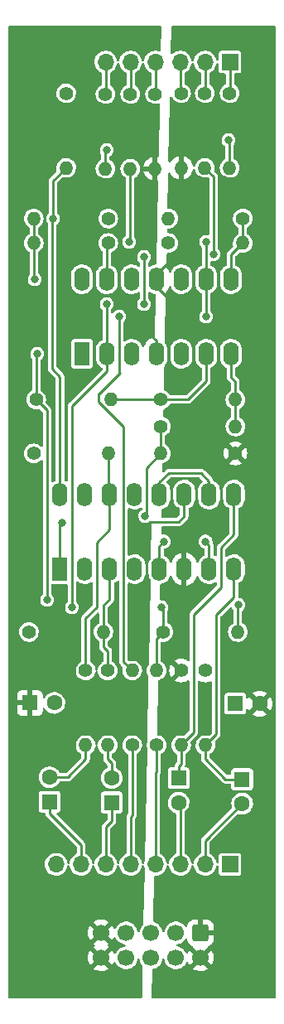
<source format=gtl>
%TF.GenerationSoftware,KiCad,Pcbnew,(6.0.1)*%
%TF.CreationDate,2022-11-10T19:54:14-05:00*%
%TF.ProjectId,ER-VCA2-01,45522d56-4341-4322-9d30-312e6b696361,rev?*%
%TF.SameCoordinates,Original*%
%TF.FileFunction,Copper,L1,Top*%
%TF.FilePolarity,Positive*%
%FSLAX46Y46*%
G04 Gerber Fmt 4.6, Leading zero omitted, Abs format (unit mm)*
G04 Created by KiCad (PCBNEW (6.0.1)) date 2022-11-10 19:54:14*
%MOMM*%
%LPD*%
G01*
G04 APERTURE LIST*
G04 Aperture macros list*
%AMRoundRect*
0 Rectangle with rounded corners*
0 $1 Rounding radius*
0 $2 $3 $4 $5 $6 $7 $8 $9 X,Y pos of 4 corners*
0 Add a 4 corners polygon primitive as box body*
4,1,4,$2,$3,$4,$5,$6,$7,$8,$9,$2,$3,0*
0 Add four circle primitives for the rounded corners*
1,1,$1+$1,$2,$3*
1,1,$1+$1,$4,$5*
1,1,$1+$1,$6,$7*
1,1,$1+$1,$8,$9*
0 Add four rect primitives between the rounded corners*
20,1,$1+$1,$2,$3,$4,$5,0*
20,1,$1+$1,$4,$5,$6,$7,0*
20,1,$1+$1,$6,$7,$8,$9,0*
20,1,$1+$1,$8,$9,$2,$3,0*%
G04 Aperture macros list end*
%TA.AperFunction,ComponentPad*%
%ADD10C,1.400000*%
%TD*%
%TA.AperFunction,ComponentPad*%
%ADD11O,1.400000X1.400000*%
%TD*%
%TA.AperFunction,ComponentPad*%
%ADD12R,1.600000X2.400000*%
%TD*%
%TA.AperFunction,ComponentPad*%
%ADD13O,1.600000X2.400000*%
%TD*%
%TA.AperFunction,ComponentPad*%
%ADD14R,1.600000X1.600000*%
%TD*%
%TA.AperFunction,ComponentPad*%
%ADD15C,1.600000*%
%TD*%
%TA.AperFunction,ComponentPad*%
%ADD16RoundRect,0.250000X-0.600000X0.600000X-0.600000X-0.600000X0.600000X-0.600000X0.600000X0.600000X0*%
%TD*%
%TA.AperFunction,ComponentPad*%
%ADD17C,1.700000*%
%TD*%
%TA.AperFunction,ComponentPad*%
%ADD18R,1.700000X1.700000*%
%TD*%
%TA.AperFunction,ComponentPad*%
%ADD19O,1.700000X1.700000*%
%TD*%
%TA.AperFunction,ViaPad*%
%ADD20C,0.800000*%
%TD*%
%TA.AperFunction,Conductor*%
%ADD21C,0.250000*%
%TD*%
G04 APERTURE END LIST*
D10*
%TO.P,R16,1*%
%TO.N,-12V*%
X54559987Y-77999996D03*
D11*
%TO.P,R16,2*%
%TO.N,/V1D*%
X46939987Y-77999996D03*
%TD*%
D12*
%TO.P,U1,1*%
%TO.N,/V1A*%
X38875000Y-67825000D03*
D13*
%TO.P,U1,2,-*%
%TO.N,/SUM1*%
X41415000Y-67825000D03*
%TO.P,U1,3,+*%
%TO.N,GND*%
X43955000Y-67825000D03*
%TO.P,U1,4,V+*%
%TO.N,+12V*%
X46495000Y-67825000D03*
%TO.P,U1,5,+*%
%TO.N,GND*%
X49035000Y-67825000D03*
%TO.P,U1,6,-*%
%TO.N,/V1B*%
X51575000Y-67825000D03*
%TO.P,U1,7*%
%TO.N,/V1C*%
X54115000Y-67825000D03*
%TO.P,U1,8*%
%TO.N,/V2A*%
X54115000Y-60205000D03*
%TO.P,U1,9,-*%
%TO.N,/SUM2*%
X51575000Y-60205000D03*
%TO.P,U1,10,+*%
%TO.N,GND*%
X49035000Y-60205000D03*
%TO.P,U1,11,V-*%
%TO.N,-12V*%
X46495000Y-60205000D03*
%TO.P,U1,12,+*%
%TO.N,GND*%
X43955000Y-60205000D03*
%TO.P,U1,13,-*%
%TO.N,/V2B*%
X41415000Y-60205000D03*
%TO.P,U1,14*%
%TO.N,/V2C*%
X38875000Y-60205000D03*
%TD*%
D12*
%TO.P,U2,1*%
%TO.N,/V1D*%
X36625000Y-89825000D03*
D13*
%TO.P,U2,2,DIODE_BIAS*%
%TO.N,unconnected-(U2-Pad2)*%
X39165000Y-89825000D03*
%TO.P,U2,3,+*%
%TO.N,Net-(R20-Pad1)*%
X41705000Y-89825000D03*
%TO.P,U2,4,-*%
%TO.N,GND*%
X44245000Y-89825000D03*
%TO.P,U2,5*%
%TO.N,Net-(U2-Pad5)*%
X46785000Y-89825000D03*
%TO.P,U2,6,V-*%
%TO.N,-12V*%
X49325000Y-89825000D03*
%TO.P,U2,7*%
%TO.N,Net-(U2-Pad5)*%
X51865000Y-89825000D03*
%TO.P,U2,8*%
%TO.N,Net-(C6-Pad1)*%
X54405000Y-89825000D03*
%TO.P,U2,9*%
%TO.N,Net-(C5-Pad1)*%
X54405000Y-82205000D03*
%TO.P,U2,10*%
%TO.N,Net-(U2-Pad10)*%
X51865000Y-82205000D03*
%TO.P,U2,11,V+*%
%TO.N,+12V*%
X49325000Y-82205000D03*
%TO.P,U2,12*%
%TO.N,Net-(U2-Pad10)*%
X46785000Y-82205000D03*
%TO.P,U2,13,-*%
%TO.N,GND*%
X44245000Y-82205000D03*
%TO.P,U2,14,+*%
%TO.N,Net-(R19-Pad1)*%
X41705000Y-82205000D03*
%TO.P,U2,15,DIODE_BIAS*%
%TO.N,unconnected-(U2-Pad15)*%
X39165000Y-82205000D03*
%TO.P,U2,16*%
%TO.N,Net-(R8-Pad1)*%
X36625000Y-82205000D03*
%TD*%
D10*
%TO.P,R1,1*%
%TO.N,-12V*%
X37249989Y-41190012D03*
D11*
%TO.P,R1,2*%
%TO.N,Net-(R8-Pad1)*%
X37249989Y-48810012D03*
%TD*%
D10*
%TO.P,R20,1*%
%TO.N,Net-(R20-Pad1)*%
X41499993Y-100189995D03*
D11*
%TO.P,R20,2*%
%TO.N,Net-(C4-Pad2)*%
X41499993Y-107809995D03*
%TD*%
D14*
%TO.P,C4,1*%
%TO.N,/IN1*%
X41910000Y-113665000D03*
D15*
%TO.P,C4,2*%
%TO.N,Net-(C4-Pad2)*%
X41910000Y-111165000D03*
%TD*%
D10*
%TO.P,R6,1*%
%TO.N,/POT1*%
X51435000Y-41190012D03*
D11*
%TO.P,R6,2*%
%TO.N,/SUM1*%
X51435000Y-48810012D03*
%TD*%
D10*
%TO.P,R17,1*%
%TO.N,GND*%
X33439989Y-96249998D03*
D11*
%TO.P,R17,2*%
%TO.N,Net-(R20-Pad1)*%
X41059989Y-96249998D03*
%TD*%
D10*
%TO.P,R3,1*%
%TO.N,/POT2*%
X43815000Y-41275000D03*
D11*
%TO.P,R3,2*%
%TO.N,/SUM2*%
X43815000Y-48895000D03*
%TD*%
D10*
%TO.P,R15,1*%
%TO.N,GND*%
X33939988Y-77999996D03*
D11*
%TO.P,R15,2*%
%TO.N,Net-(R19-Pad1)*%
X41559988Y-77999996D03*
%TD*%
D14*
%TO.P,C2,1*%
%TO.N,+12V*%
X33544888Y-103500000D03*
D15*
%TO.P,C2,2*%
%TO.N,GND*%
X36044888Y-103500000D03*
%TD*%
D14*
%TO.P,C3,1*%
%TO.N,/IN2*%
X35560000Y-113600113D03*
D15*
%TO.P,C3,2*%
%TO.N,Net-(C3-Pad2)*%
X35560000Y-111100113D03*
%TD*%
D10*
%TO.P,R10,1*%
%TO.N,/V2B*%
X41559988Y-56499989D03*
D11*
%TO.P,R10,2*%
%TO.N,/V2C*%
X33939988Y-56499989D03*
%TD*%
D10*
%TO.P,R13,1*%
%TO.N,/V1B*%
X46939987Y-72500007D03*
D11*
%TO.P,R13,2*%
%TO.N,/V1C*%
X54559987Y-72500007D03*
%TD*%
D10*
%TO.P,R22,1*%
%TO.N,/MOD1*%
X46500009Y-107809995D03*
D11*
%TO.P,R22,2*%
%TO.N,/SUM1*%
X46500009Y-100189995D03*
%TD*%
D10*
%TO.P,R9,1*%
%TO.N,/V2A*%
X55309999Y-53999994D03*
D11*
%TO.P,R9,2*%
%TO.N,/V2B*%
X47689999Y-53999994D03*
%TD*%
D10*
%TO.P,R2,1*%
%TO.N,/POT2_CCW*%
X41275000Y-41275000D03*
D11*
%TO.P,R2,2*%
%TO.N,-12V*%
X41275000Y-48895000D03*
%TD*%
D10*
%TO.P,R21,1*%
%TO.N,/MOD2*%
X43999988Y-107809995D03*
D11*
%TO.P,R21,2*%
%TO.N,/SUM2*%
X43999988Y-100189995D03*
%TD*%
D10*
%TO.P,R12,1*%
%TO.N,/V1A*%
X34190000Y-72500007D03*
D11*
%TO.P,R12,2*%
%TO.N,/V1B*%
X41810000Y-72500007D03*
%TD*%
D14*
%TO.P,C1,1*%
%TO.N,GND*%
X54544888Y-103569887D03*
D15*
%TO.P,C1,2*%
%TO.N,-12V*%
X57044888Y-103569887D03*
%TD*%
D10*
%TO.P,R4,1*%
%TO.N,/POT2_CW*%
X46355000Y-41275000D03*
D11*
%TO.P,R4,2*%
%TO.N,+12V*%
X46355000Y-48895000D03*
%TD*%
D14*
%TO.P,C5,1*%
%TO.N,Net-(C5-Pad1)*%
X48750000Y-111189888D03*
D15*
%TO.P,C5,2*%
%TO.N,/OUT2*%
X48750000Y-113689888D03*
%TD*%
D10*
%TO.P,R11,1*%
%TO.N,/SUM2*%
X47689999Y-56499989D03*
D11*
%TO.P,R11,2*%
%TO.N,/V2A*%
X55309999Y-56499989D03*
%TD*%
D10*
%TO.P,R19,1*%
%TO.N,Net-(R19-Pad1)*%
X39250010Y-100189995D03*
D11*
%TO.P,R19,2*%
%TO.N,Net-(C3-Pad2)*%
X39250010Y-107809995D03*
%TD*%
D10*
%TO.P,R18,1*%
%TO.N,/SUM1*%
X47190000Y-96249998D03*
D11*
%TO.P,R18,2*%
%TO.N,/V1A*%
X54810000Y-96249998D03*
%TD*%
D10*
%TO.P,R8,1*%
%TO.N,Net-(R8-Pad1)*%
X41559988Y-53999994D03*
D11*
%TO.P,R8,2*%
%TO.N,/V2C*%
X33939988Y-53999994D03*
%TD*%
D10*
%TO.P,R24,1*%
%TO.N,-12V*%
X51499999Y-100189995D03*
D11*
%TO.P,R24,2*%
%TO.N,Net-(C6-Pad1)*%
X51499999Y-107809995D03*
%TD*%
D10*
%TO.P,R5,1*%
%TO.N,/POT1_CCW*%
X49000004Y-41190012D03*
D11*
%TO.P,R5,2*%
%TO.N,-12V*%
X49000004Y-48810012D03*
%TD*%
D14*
%TO.P,C6,1*%
%TO.N,Net-(C6-Pad1)*%
X55250000Y-111294888D03*
D15*
%TO.P,C6,2*%
%TO.N,/OUT1*%
X55250000Y-113794888D03*
%TD*%
D10*
%TO.P,R7,1*%
%TO.N,/POT1_CW*%
X53975000Y-41190012D03*
D11*
%TO.P,R7,2*%
%TO.N,+12V*%
X53975000Y-48810012D03*
%TD*%
D16*
%TO.P,J2,1,Pin_1*%
%TO.N,-12V*%
X51000000Y-127000000D03*
D17*
%TO.P,J2,2,Pin_2*%
X51000000Y-129540000D03*
%TO.P,J2,3,Pin_3*%
%TO.N,GND*%
X48460000Y-127000000D03*
%TO.P,J2,4,Pin_4*%
X48460000Y-129540000D03*
%TO.P,J2,5,Pin_5*%
X45920000Y-127000000D03*
%TO.P,J2,6,Pin_6*%
X45920000Y-129540000D03*
%TO.P,J2,7,Pin_7*%
X43380000Y-127000000D03*
%TO.P,J2,8,Pin_8*%
X43380000Y-129540000D03*
%TO.P,J2,9,Pin_9*%
%TO.N,+12V*%
X40840000Y-127000000D03*
%TO.P,J2,10,Pin_10*%
X40840000Y-129540000D03*
%TD*%
D10*
%TO.P,R23,1*%
%TO.N,-12V*%
X49000004Y-100189995D03*
D11*
%TO.P,R23,2*%
%TO.N,Net-(C5-Pad1)*%
X49000004Y-107809995D03*
%TD*%
D10*
%TO.P,R14,1*%
%TO.N,/V1D*%
X46939987Y-75249989D03*
D11*
%TO.P,R14,2*%
%TO.N,/V1C*%
X54559987Y-75249989D03*
%TD*%
D18*
%TO.P,J3,1,Pin_1*%
%TO.N,GND*%
X54000000Y-120000000D03*
D19*
%TO.P,J3,2,Pin_2*%
%TO.N,/OUT1*%
X51460000Y-120000000D03*
%TO.P,J3,3,Pin_3*%
%TO.N,/OUT2*%
X48920000Y-120000000D03*
%TO.P,J3,4,Pin_4*%
%TO.N,/MOD1*%
X46380000Y-120000000D03*
%TO.P,J3,5,Pin_5*%
%TO.N,/MOD2*%
X43840000Y-120000000D03*
%TO.P,J3,6,Pin_6*%
%TO.N,/IN1*%
X41300000Y-120000000D03*
%TO.P,J3,7,Pin_7*%
%TO.N,/IN2*%
X38760000Y-120000000D03*
%TO.P,J3,8,Pin_8*%
%TO.N,GND*%
X36220000Y-120000000D03*
%TD*%
D18*
%TO.P,J1,1,Pin_1*%
%TO.N,/POT1_CW*%
X54000000Y-38000000D03*
D19*
%TO.P,J1,2,Pin_2*%
%TO.N,/POT1*%
X51460000Y-38000000D03*
%TO.P,J1,3,Pin_3*%
%TO.N,/POT1_CCW*%
X48920000Y-38000000D03*
%TO.P,J1,4,Pin_4*%
%TO.N,/POT2_CW*%
X46380000Y-38000000D03*
%TO.P,J1,5,Pin_5*%
%TO.N,/POT2*%
X43840000Y-38000000D03*
%TO.P,J1,6,Pin_6*%
%TO.N,/POT2_CCW*%
X41300000Y-38000000D03*
%TD*%
D20*
%TO.N,-12V*%
X49022000Y-46990000D03*
X41402000Y-46990000D03*
%TO.N,+12V*%
X53848000Y-45974000D03*
X46000000Y-46000000D03*
%TO.N,Net-(U2-Pad5)*%
X47250000Y-87000000D03*
X51500000Y-87000000D03*
%TO.N,/SUM1*%
X45212000Y-62738000D03*
X41402000Y-62738000D03*
X45212000Y-57912000D03*
X46990000Y-93726000D03*
X52299074Y-57650133D03*
X37846000Y-93726000D03*
%TO.N,/SUM2*%
X51562000Y-56388000D03*
X43688000Y-56388000D03*
X51562000Y-64008000D03*
X42672000Y-64008000D03*
%TO.N,/V1A*%
X54864000Y-93472000D03*
X34290000Y-67818000D03*
X35306000Y-92964000D03*
%TO.N,/V2C*%
X34036000Y-60198000D03*
%TO.N,/V1D*%
X45342841Y-84400732D03*
X36830000Y-85090000D03*
%TO.N,Net-(R8-Pad1)*%
X35916006Y-53999994D03*
%TD*%
D21*
%TO.N,-12V*%
X41275000Y-47117000D02*
X41402000Y-46990000D01*
X49022000Y-46990000D02*
X49022000Y-48788000D01*
X46495000Y-59677000D02*
X48006000Y-58166000D01*
X41275000Y-48895000D02*
X41275000Y-47117000D01*
X46495000Y-60995000D02*
X47750000Y-62250000D01*
%TO.N,+12V*%
X53975000Y-46101000D02*
X53975000Y-48810000D01*
X46495000Y-66495000D02*
X45500000Y-65500000D01*
X46355000Y-48895000D02*
X46355000Y-46355000D01*
X48750000Y-85000000D02*
X45750000Y-85000000D01*
X53848000Y-45974000D02*
X53975000Y-46101000D01*
X49325000Y-84425000D02*
X48750000Y-85000000D01*
X46355000Y-46355000D02*
X46000000Y-46000000D01*
X46495000Y-67825000D02*
X46495000Y-66495000D01*
X49325000Y-82205000D02*
X49325000Y-84425000D01*
%TO.N,/IN2*%
X38760000Y-120000000D02*
X38760000Y-118000000D01*
X35560000Y-114800000D02*
X35560000Y-113600113D01*
X38760000Y-118000000D02*
X35560000Y-114800000D01*
%TO.N,Net-(C3-Pad2)*%
X39250000Y-109250000D02*
X39250000Y-107810000D01*
X37399887Y-111100113D02*
X39250000Y-109250000D01*
X35560000Y-111100113D02*
X37399887Y-111100113D01*
%TO.N,/IN1*%
X41300000Y-120000000D02*
X41300000Y-116200000D01*
X41300000Y-116200000D02*
X41910000Y-115590000D01*
X41910000Y-113665000D02*
X41910000Y-115590000D01*
%TO.N,Net-(C4-Pad2)*%
X41500000Y-109250000D02*
X41500000Y-107810000D01*
X41910000Y-109660000D02*
X41500000Y-109250000D01*
X41910000Y-111165000D02*
X41910000Y-109660000D01*
%TO.N,Net-(C5-Pad1)*%
X48750000Y-110000000D02*
X49000000Y-109750000D01*
X53086000Y-91694000D02*
X50292000Y-94488000D01*
X54405000Y-82205000D02*
X54405000Y-86311000D01*
X53086000Y-87630000D02*
X53086000Y-91694000D01*
X50292000Y-106518000D02*
X49000000Y-107810000D01*
X49000000Y-109750000D02*
X49000000Y-107810000D01*
X54405000Y-86311000D02*
X53086000Y-87630000D01*
X48750000Y-111189888D02*
X48750000Y-110000000D01*
X50292000Y-94488000D02*
X50292000Y-106518000D01*
%TO.N,/OUT2*%
X48920000Y-120000000D02*
X48920000Y-113859888D01*
%TO.N,Net-(C6-Pad1)*%
X53544888Y-111294888D02*
X51500000Y-109250000D01*
X51500000Y-109250000D02*
X51500000Y-107810000D01*
X52600000Y-106710000D02*
X52600000Y-94500000D01*
X51500000Y-107810000D02*
X52600000Y-106710000D01*
X55250000Y-111294888D02*
X53544888Y-111294888D01*
X54405000Y-92695000D02*
X54405000Y-89825000D01*
X52600000Y-94500000D02*
X54405000Y-92695000D01*
%TO.N,/OUT1*%
X51460000Y-120000000D02*
X51460000Y-117584888D01*
X51460000Y-117584888D02*
X55250000Y-113794888D01*
%TO.N,/POT1_CW*%
X54000000Y-38000000D02*
X54000000Y-41165000D01*
%TO.N,/POT1_CCW*%
X48920000Y-38000000D02*
X48920000Y-41110000D01*
%TO.N,/POT2_CW*%
X46380000Y-38000000D02*
X46380000Y-41250000D01*
%TO.N,/POT2_CCW*%
X41300000Y-38000000D02*
X41300000Y-41250000D01*
%TO.N,/POT2*%
X43840000Y-38000000D02*
X43840000Y-41250000D01*
%TO.N,/MOD2*%
X44000000Y-115004000D02*
X43840000Y-115164000D01*
X43840000Y-115164000D02*
X43840000Y-120000000D01*
X44000000Y-107810000D02*
X44000000Y-115004000D01*
%TO.N,/POT1*%
X51460000Y-38000000D02*
X51460000Y-41165000D01*
%TO.N,/MOD1*%
X46380000Y-120000000D02*
X46380000Y-110628000D01*
X46500000Y-110508000D02*
X46500000Y-107810000D01*
X46380000Y-110628000D02*
X46500000Y-110508000D01*
%TO.N,Net-(U2-Pad5)*%
X46785000Y-89825000D02*
X46785000Y-87465000D01*
X51865000Y-87365000D02*
X51865000Y-89825000D01*
X51500000Y-87000000D02*
X51865000Y-87365000D01*
X46785000Y-87465000D02*
X47250000Y-87000000D01*
%TO.N,Net-(U2-Pad10)*%
X51054000Y-80010000D02*
X51865000Y-80821000D01*
X47752000Y-80010000D02*
X51054000Y-80010000D01*
X46785000Y-80977000D02*
X47752000Y-80010000D01*
X51865000Y-80821000D02*
X51865000Y-82205000D01*
X46785000Y-82205000D02*
X46785000Y-80977000D01*
%TO.N,/SUM1*%
X46500000Y-96940000D02*
X47190000Y-96250000D01*
X37846000Y-93726000D02*
X37846000Y-73152000D01*
X52299074Y-57650133D02*
X52299074Y-49674074D01*
X47190000Y-93926000D02*
X46990000Y-93726000D01*
X41415000Y-69583000D02*
X41415000Y-62751000D01*
X46500000Y-100190000D02*
X46500000Y-96940000D01*
X47190000Y-96250000D02*
X47190000Y-93926000D01*
X45212000Y-62738000D02*
X45212000Y-57912000D01*
X41415000Y-62751000D02*
X41402000Y-62738000D01*
X41415000Y-69583000D02*
X37846000Y-73152000D01*
X52299074Y-49674074D02*
X51435000Y-48810000D01*
%TO.N,/SUM2*%
X44000000Y-100190000D02*
X43120480Y-99310480D01*
X51562000Y-64008000D02*
X51575000Y-63995000D01*
X51575000Y-63995000D02*
X51575000Y-57675000D01*
X43120480Y-75259358D02*
X40600000Y-72738878D01*
X40680000Y-71842000D02*
X42800000Y-69722000D01*
X43815000Y-48895000D02*
X43815000Y-56261000D01*
X40600000Y-71842000D02*
X40680000Y-71842000D01*
X51562000Y-56388000D02*
X51562000Y-60192000D01*
X43120480Y-99310480D02*
X43120480Y-75259358D01*
X40600000Y-72738878D02*
X40600000Y-71842000D01*
X43815000Y-56261000D02*
X43688000Y-56388000D01*
X42672000Y-69850000D02*
X42672000Y-64008000D01*
%TO.N,/V2A*%
X54115000Y-57695000D02*
X55310000Y-56500000D01*
X54115000Y-60205000D02*
X54115000Y-57695000D01*
X55310000Y-54000000D02*
X55310000Y-56500000D01*
%TO.N,/V1A*%
X35306000Y-73616000D02*
X35306000Y-92964000D01*
X54810000Y-93526000D02*
X54864000Y-93472000D01*
X34290000Y-67818000D02*
X34190000Y-67918000D01*
X34190000Y-72500000D02*
X35306000Y-73616000D01*
X54810000Y-96250000D02*
X54810000Y-93526000D01*
X34190000Y-67918000D02*
X34190000Y-72500000D01*
%TO.N,/V2B*%
X41415000Y-60205000D02*
X41415000Y-56645000D01*
%TO.N,/V1B*%
X41810000Y-72500000D02*
X46940000Y-72500000D01*
X51575000Y-70625000D02*
X51575000Y-67825000D01*
X46940000Y-72500000D02*
X49700000Y-72500000D01*
X49700000Y-72500000D02*
X51575000Y-70625000D01*
%TO.N,/V2C*%
X34036000Y-60198000D02*
X33940000Y-60102000D01*
X33940000Y-54000000D02*
X33940000Y-56500000D01*
X33940000Y-60102000D02*
X33940000Y-56500000D01*
%TO.N,/V1C*%
X54560000Y-70660000D02*
X54115000Y-70215000D01*
X54115000Y-67825000D02*
X54115000Y-70215000D01*
X54560000Y-75250000D02*
X54560000Y-72500000D01*
X54560000Y-72500000D02*
X54560000Y-70660000D01*
%TO.N,/V1D*%
X45466000Y-79474000D02*
X46940000Y-78000000D01*
X45342841Y-84400732D02*
X45466000Y-84277573D01*
X46940000Y-75250000D02*
X46940000Y-78000000D01*
X36625000Y-85295000D02*
X36830000Y-85090000D01*
X36625000Y-89825000D02*
X36625000Y-85295000D01*
X45466000Y-84277573D02*
X45466000Y-79474000D01*
%TO.N,Net-(R8-Pad1)*%
X35916006Y-53999994D02*
X35916006Y-50143995D01*
X35916006Y-50143995D02*
X37249989Y-48810012D01*
X35814000Y-54102000D02*
X35916006Y-53999994D01*
X35814000Y-69342000D02*
X35814000Y-54102000D01*
X36625000Y-82205000D02*
X36625000Y-70153000D01*
X36625000Y-70153000D02*
X35814000Y-69342000D01*
%TO.N,Net-(R19-Pad1)*%
X39250000Y-94850000D02*
X40400000Y-93700000D01*
X40400000Y-87100000D02*
X41705000Y-85795000D01*
X39250000Y-100190000D02*
X39250000Y-94850000D01*
X41705000Y-85795000D02*
X41705000Y-82205000D01*
X41560000Y-78000000D02*
X41560000Y-82060000D01*
X40400000Y-93700000D02*
X40400000Y-87100000D01*
%TO.N,Net-(R20-Pad1)*%
X41060000Y-96250000D02*
X41060000Y-93560000D01*
X41500000Y-98200000D02*
X41500000Y-100190000D01*
X41060000Y-93560000D02*
X41705000Y-92915000D01*
X41060000Y-97760000D02*
X41500000Y-98200000D01*
X41060000Y-96250000D02*
X41060000Y-97760000D01*
X41705000Y-92915000D02*
X41705000Y-89825000D01*
%TD*%
%TA.AperFunction,Conductor*%
%TO.N,-12V*%
G36*
X58637321Y-34324802D02*
G01*
X58683814Y-34378458D01*
X58695200Y-34430800D01*
X58695200Y-133569200D01*
X58675198Y-133637321D01*
X58621542Y-133683814D01*
X58569200Y-133695200D01*
X46134641Y-133695200D01*
X46066520Y-133675198D01*
X46020027Y-133621542D01*
X46008666Y-133566680D01*
X46064138Y-130793096D01*
X46085498Y-130725389D01*
X46140073Y-130679979D01*
X46172032Y-130670920D01*
X46190855Y-130668191D01*
X46196319Y-130666336D01*
X46196324Y-130666335D01*
X46386448Y-130601796D01*
X46391916Y-130599940D01*
X46577172Y-130496192D01*
X46740420Y-130360420D01*
X46876192Y-130197172D01*
X46979940Y-130011916D01*
X47010565Y-129921699D01*
X47046335Y-129816324D01*
X47046336Y-129816319D01*
X47048191Y-129810855D01*
X47049019Y-129805146D01*
X47049020Y-129805141D01*
X47060334Y-129727105D01*
X47063287Y-129706738D01*
X47092857Y-129642193D01*
X47152628Y-129603881D01*
X47223625Y-129603965D01*
X47283305Y-129642420D01*
X47312722Y-129707036D01*
X47313565Y-129715147D01*
X47313658Y-129715733D01*
X47314036Y-129721503D01*
X47366301Y-129927299D01*
X47455195Y-130120124D01*
X47577740Y-130293521D01*
X47729832Y-130441683D01*
X47734628Y-130444888D01*
X47734631Y-130444890D01*
X47805886Y-130492501D01*
X47906377Y-130559647D01*
X47911685Y-130561928D01*
X47911686Y-130561928D01*
X48096160Y-130641184D01*
X48096163Y-130641185D01*
X48101463Y-130643462D01*
X48107092Y-130644736D01*
X48107093Y-130644736D01*
X48302921Y-130689048D01*
X48302924Y-130689048D01*
X48308557Y-130690323D01*
X48314328Y-130690550D01*
X48314330Y-130690550D01*
X48379086Y-130693094D01*
X48520723Y-130698659D01*
X48625789Y-130683425D01*
X48725141Y-130669020D01*
X48725146Y-130669019D01*
X48730855Y-130668191D01*
X48736319Y-130666336D01*
X48736324Y-130666335D01*
X48740690Y-130664853D01*
X50239977Y-130664853D01*
X50245258Y-130671907D01*
X50406756Y-130766279D01*
X50416042Y-130770729D01*
X50615001Y-130846703D01*
X50624899Y-130849579D01*
X50833595Y-130892038D01*
X50843823Y-130893257D01*
X51056650Y-130901062D01*
X51066936Y-130900595D01*
X51278185Y-130873534D01*
X51288262Y-130871392D01*
X51492255Y-130810191D01*
X51501842Y-130806433D01*
X51693098Y-130712738D01*
X51701944Y-130707465D01*
X51749247Y-130673723D01*
X51757648Y-130663023D01*
X51750660Y-130649870D01*
X51012812Y-129912022D01*
X50998868Y-129904408D01*
X50997035Y-129904539D01*
X50990420Y-129908790D01*
X50246737Y-130652473D01*
X50239977Y-130664853D01*
X48740690Y-130664853D01*
X48926448Y-130601796D01*
X48931916Y-130599940D01*
X49117172Y-130496192D01*
X49280420Y-130360420D01*
X49416192Y-130197172D01*
X49511243Y-130027447D01*
X49561978Y-129977786D01*
X49631510Y-129963438D01*
X49697760Y-129988960D01*
X49737919Y-130041610D01*
X49781770Y-130149603D01*
X49786413Y-130158794D01*
X49866460Y-130289420D01*
X49876916Y-130298880D01*
X49885694Y-130295096D01*
X50627978Y-129552812D01*
X50634356Y-129541132D01*
X51364408Y-129541132D01*
X51364539Y-129542965D01*
X51368790Y-129549580D01*
X52110474Y-130291264D01*
X52122484Y-130297823D01*
X52134223Y-130288855D01*
X52165004Y-130246019D01*
X52170315Y-130237180D01*
X52264670Y-130046267D01*
X52268469Y-130036672D01*
X52330376Y-129832915D01*
X52332555Y-129822834D01*
X52360590Y-129609887D01*
X52361109Y-129603212D01*
X52362572Y-129543364D01*
X52362378Y-129536646D01*
X52344781Y-129322604D01*
X52343096Y-129312424D01*
X52291214Y-129105875D01*
X52287894Y-129096124D01*
X52202972Y-128900814D01*
X52198105Y-128891739D01*
X52133063Y-128791197D01*
X52122377Y-128781995D01*
X52112812Y-128786398D01*
X51372022Y-129527188D01*
X51364408Y-129541132D01*
X50634356Y-129541132D01*
X50635592Y-129538868D01*
X50635461Y-129537035D01*
X50631210Y-129530420D01*
X49889849Y-128789059D01*
X49878313Y-128782759D01*
X49866031Y-128792382D01*
X49818089Y-128862662D01*
X49813004Y-128871613D01*
X49732628Y-129044769D01*
X49685804Y-129098136D01*
X49617560Y-129117717D01*
X49549565Y-129097293D01*
X49505334Y-129047448D01*
X49451829Y-128938951D01*
X49449275Y-128933772D01*
X49322233Y-128763642D01*
X49166315Y-128619513D01*
X48986742Y-128506211D01*
X48953068Y-128492776D01*
X48926096Y-128482015D01*
X48789529Y-128427530D01*
X48783861Y-128426403D01*
X48783859Y-128426402D01*
X48613567Y-128392529D01*
X48550657Y-128359622D01*
X48515525Y-128297927D01*
X48519325Y-128227032D01*
X48560851Y-128169446D01*
X48620066Y-128144255D01*
X48730855Y-128128191D01*
X48736319Y-128126336D01*
X48736324Y-128126335D01*
X48884240Y-128076124D01*
X48931916Y-128059940D01*
X49117172Y-127956192D01*
X49280420Y-127820420D01*
X49371904Y-127710423D01*
X49412496Y-127661616D01*
X49416192Y-127657172D01*
X49419014Y-127652133D01*
X49419069Y-127652053D01*
X49474139Y-127607245D01*
X49544692Y-127599323D01*
X49608329Y-127630802D01*
X49644844Y-127691689D01*
X49648233Y-127710423D01*
X49652256Y-127749205D01*
X49655149Y-127762600D01*
X49706588Y-127916784D01*
X49712761Y-127929962D01*
X49798063Y-128067807D01*
X49807099Y-128079208D01*
X49921829Y-128193739D01*
X49933240Y-128202751D01*
X50071243Y-128287816D01*
X50084424Y-128293963D01*
X50152256Y-128316462D01*
X50210615Y-128356893D01*
X50221502Y-128383100D01*
X50222650Y-128382472D01*
X50247968Y-128428758D01*
X50987188Y-129167978D01*
X51001132Y-129175592D01*
X51002965Y-129175461D01*
X51009580Y-129171210D01*
X51753389Y-128427401D01*
X51775934Y-128386115D01*
X51778318Y-128375155D01*
X51828520Y-128324953D01*
X51849029Y-128316017D01*
X51916784Y-128293412D01*
X51929962Y-128287239D01*
X52067807Y-128201937D01*
X52079208Y-128192901D01*
X52193739Y-128078171D01*
X52202751Y-128066760D01*
X52287816Y-127928757D01*
X52293963Y-127915576D01*
X52345138Y-127761290D01*
X52348005Y-127747914D01*
X52357672Y-127653562D01*
X52358000Y-127647145D01*
X52358000Y-127272115D01*
X52353525Y-127256876D01*
X52352135Y-127255671D01*
X52344452Y-127254000D01*
X50872000Y-127254000D01*
X50803879Y-127233998D01*
X50757386Y-127180342D01*
X50746000Y-127128000D01*
X50746000Y-126727885D01*
X51254000Y-126727885D01*
X51258475Y-126743124D01*
X51259865Y-126744329D01*
X51267548Y-126746000D01*
X52339884Y-126746000D01*
X52355123Y-126741525D01*
X52356328Y-126740135D01*
X52357999Y-126732452D01*
X52357999Y-126352905D01*
X52357662Y-126346386D01*
X52347743Y-126250794D01*
X52344851Y-126237400D01*
X52293412Y-126083216D01*
X52287239Y-126070038D01*
X52201937Y-125932193D01*
X52192901Y-125920792D01*
X52078171Y-125806261D01*
X52066760Y-125797249D01*
X51928757Y-125712184D01*
X51915576Y-125706037D01*
X51761290Y-125654862D01*
X51747914Y-125651995D01*
X51653562Y-125642328D01*
X51647145Y-125642000D01*
X51272115Y-125642000D01*
X51256876Y-125646475D01*
X51255671Y-125647865D01*
X51254000Y-125655548D01*
X51254000Y-126727885D01*
X50746000Y-126727885D01*
X50746000Y-125660116D01*
X50741525Y-125644877D01*
X50740135Y-125643672D01*
X50732452Y-125642001D01*
X50352905Y-125642001D01*
X50346386Y-125642338D01*
X50250794Y-125652257D01*
X50237400Y-125655149D01*
X50083216Y-125706588D01*
X50070038Y-125712761D01*
X49932193Y-125798063D01*
X49920792Y-125807099D01*
X49806261Y-125921829D01*
X49797249Y-125933240D01*
X49712184Y-126071243D01*
X49706037Y-126084424D01*
X49654862Y-126238710D01*
X49651995Y-126252086D01*
X49647710Y-126293906D01*
X49620869Y-126359634D01*
X49562754Y-126400416D01*
X49491816Y-126403304D01*
X49430578Y-126367383D01*
X49421408Y-126356453D01*
X49325686Y-126228266D01*
X49325685Y-126228265D01*
X49322233Y-126223642D01*
X49166315Y-126079513D01*
X48986742Y-125966211D01*
X48953068Y-125952776D01*
X48926096Y-125942015D01*
X48789529Y-125887530D01*
X48783861Y-125886403D01*
X48783859Y-125886402D01*
X48586946Y-125847234D01*
X48586944Y-125847234D01*
X48581279Y-125846107D01*
X48575504Y-125846031D01*
X48575500Y-125846031D01*
X48469283Y-125844641D01*
X48368968Y-125843328D01*
X48363271Y-125844307D01*
X48363270Y-125844307D01*
X48165395Y-125878308D01*
X48165392Y-125878309D01*
X48159705Y-125879286D01*
X47960500Y-125952776D01*
X47778023Y-126061339D01*
X47618385Y-126201337D01*
X47614818Y-126205862D01*
X47614813Y-126205867D01*
X47490507Y-126363549D01*
X47486933Y-126368083D01*
X47484245Y-126373192D01*
X47390759Y-126550880D01*
X47390757Y-126550885D01*
X47388070Y-126555992D01*
X47325105Y-126758771D01*
X47324426Y-126764510D01*
X47315690Y-126838321D01*
X47287820Y-126903619D01*
X47229072Y-126943483D01*
X47158097Y-126945258D01*
X47097430Y-126908379D01*
X47066333Y-126844555D01*
X47065092Y-126835041D01*
X47061350Y-126794315D01*
X47061349Y-126794312D01*
X47060821Y-126788561D01*
X47048818Y-126746000D01*
X47004754Y-126589764D01*
X47003186Y-126584204D01*
X46909275Y-126393772D01*
X46782233Y-126223642D01*
X46626315Y-126079513D01*
X46446742Y-125966211D01*
X46413068Y-125952776D01*
X46254895Y-125889671D01*
X46249529Y-125887530D01*
X46249947Y-125886483D01*
X46195234Y-125851143D01*
X46165890Y-125786495D01*
X46164673Y-125766331D01*
X46254403Y-121279864D01*
X46275762Y-121212158D01*
X46330337Y-121166748D01*
X46385323Y-121156482D01*
X46440723Y-121158659D01*
X46545789Y-121143425D01*
X46645141Y-121129020D01*
X46645146Y-121129019D01*
X46650855Y-121128191D01*
X46656319Y-121126336D01*
X46656324Y-121126335D01*
X46846448Y-121061796D01*
X46851916Y-121059940D01*
X47037172Y-120956192D01*
X47078944Y-120921451D01*
X47195982Y-120824111D01*
X47200420Y-120820420D01*
X47336192Y-120657172D01*
X47439940Y-120471916D01*
X47508191Y-120270855D01*
X47509019Y-120265146D01*
X47509020Y-120265141D01*
X47520334Y-120187105D01*
X47523287Y-120166738D01*
X47552857Y-120102193D01*
X47612628Y-120063881D01*
X47683625Y-120063965D01*
X47743305Y-120102420D01*
X47772722Y-120167036D01*
X47773565Y-120175147D01*
X47773658Y-120175733D01*
X47774036Y-120181503D01*
X47826301Y-120387299D01*
X47915195Y-120580124D01*
X48037740Y-120753521D01*
X48189832Y-120901683D01*
X48194628Y-120904888D01*
X48194631Y-120904890D01*
X48233136Y-120930618D01*
X48366377Y-121019647D01*
X48371685Y-121021928D01*
X48371686Y-121021928D01*
X48556160Y-121101184D01*
X48556163Y-121101185D01*
X48561463Y-121103462D01*
X48567092Y-121104736D01*
X48567093Y-121104736D01*
X48762921Y-121149048D01*
X48762924Y-121149048D01*
X48768557Y-121150323D01*
X48774328Y-121150550D01*
X48774330Y-121150550D01*
X48839086Y-121153094D01*
X48980723Y-121158659D01*
X49085789Y-121143425D01*
X49185141Y-121129020D01*
X49185146Y-121129019D01*
X49190855Y-121128191D01*
X49196319Y-121126336D01*
X49196324Y-121126335D01*
X49386448Y-121061796D01*
X49391916Y-121059940D01*
X49577172Y-120956192D01*
X49618944Y-120921451D01*
X49735982Y-120824111D01*
X49740420Y-120820420D01*
X49876192Y-120657172D01*
X49979940Y-120471916D01*
X50048191Y-120270855D01*
X50049019Y-120265146D01*
X50049020Y-120265141D01*
X50060334Y-120187105D01*
X50063287Y-120166738D01*
X50092857Y-120102193D01*
X50152628Y-120063881D01*
X50223625Y-120063965D01*
X50283305Y-120102420D01*
X50312722Y-120167036D01*
X50313565Y-120175147D01*
X50313658Y-120175733D01*
X50314036Y-120181503D01*
X50366301Y-120387299D01*
X50455195Y-120580124D01*
X50577740Y-120753521D01*
X50729832Y-120901683D01*
X50734628Y-120904888D01*
X50734631Y-120904890D01*
X50773136Y-120930618D01*
X50906377Y-121019647D01*
X50911685Y-121021928D01*
X50911686Y-121021928D01*
X51096160Y-121101184D01*
X51096163Y-121101185D01*
X51101463Y-121103462D01*
X51107092Y-121104736D01*
X51107093Y-121104736D01*
X51302921Y-121149048D01*
X51302924Y-121149048D01*
X51308557Y-121150323D01*
X51314328Y-121150550D01*
X51314330Y-121150550D01*
X51379086Y-121153094D01*
X51520723Y-121158659D01*
X51625789Y-121143425D01*
X51725141Y-121129020D01*
X51725146Y-121129019D01*
X51730855Y-121128191D01*
X51736319Y-121126336D01*
X51736324Y-121126335D01*
X51926448Y-121061796D01*
X51931916Y-121059940D01*
X52117172Y-120956192D01*
X52158944Y-120921451D01*
X52275982Y-120824111D01*
X52280420Y-120820420D01*
X52416192Y-120657172D01*
X52519940Y-120471916D01*
X52588191Y-120270855D01*
X52589019Y-120265146D01*
X52589020Y-120265141D01*
X52594004Y-120230764D01*
X52623574Y-120166218D01*
X52683346Y-120127906D01*
X52754342Y-120127990D01*
X52814023Y-120166445D01*
X52843439Y-120231061D01*
X52844700Y-120248844D01*
X52844700Y-120895358D01*
X52845834Y-120904890D01*
X52846685Y-120912040D01*
X52847867Y-120921978D01*
X52894036Y-121025919D01*
X52925292Y-121057120D01*
X52966295Y-121098052D01*
X52966297Y-121098053D01*
X52974528Y-121106270D01*
X53078549Y-121152258D01*
X53104642Y-121155300D01*
X54895358Y-121155300D01*
X54906252Y-121154004D01*
X54912593Y-121153250D01*
X54912596Y-121153249D01*
X54921978Y-121152133D01*
X55025919Y-121105964D01*
X55071862Y-121059940D01*
X55098052Y-121033705D01*
X55098053Y-121033703D01*
X55106270Y-121025472D01*
X55152258Y-120921451D01*
X55155300Y-120895358D01*
X55155300Y-119104642D01*
X55154004Y-119093748D01*
X55153250Y-119087407D01*
X55153249Y-119087404D01*
X55152133Y-119078022D01*
X55105964Y-118974081D01*
X55059048Y-118927247D01*
X55033705Y-118901948D01*
X55033703Y-118901947D01*
X55025472Y-118893730D01*
X54921451Y-118847742D01*
X54895358Y-118844700D01*
X53104642Y-118844700D01*
X53093748Y-118845996D01*
X53087407Y-118846750D01*
X53087404Y-118846751D01*
X53078022Y-118847867D01*
X52974081Y-118894036D01*
X52952598Y-118915557D01*
X52901948Y-118966295D01*
X52901947Y-118966297D01*
X52893730Y-118974528D01*
X52847742Y-119078549D01*
X52844700Y-119104642D01*
X52844700Y-119742339D01*
X52824698Y-119810460D01*
X52771042Y-119856953D01*
X52700768Y-119867057D01*
X52636188Y-119837563D01*
X52597431Y-119776541D01*
X52544754Y-119589764D01*
X52543186Y-119584204D01*
X52449275Y-119393772D01*
X52322233Y-119223642D01*
X52197462Y-119108305D01*
X52170555Y-119083432D01*
X52170552Y-119083430D01*
X52166315Y-119079513D01*
X51986742Y-118966211D01*
X51969611Y-118959376D01*
X51913752Y-118915557D01*
X51890300Y-118842346D01*
X51890300Y-117815314D01*
X51910302Y-117747193D01*
X51927205Y-117726219D01*
X54774193Y-114879231D01*
X54836505Y-114845205D01*
X54902072Y-114848485D01*
X54906980Y-114850594D01*
X54912609Y-114851868D01*
X54912613Y-114851869D01*
X55099474Y-114894151D01*
X55099479Y-114894152D01*
X55105111Y-114895426D01*
X55110882Y-114895653D01*
X55110884Y-114895653D01*
X55169801Y-114897968D01*
X55308095Y-114903402D01*
X55426121Y-114886289D01*
X55503411Y-114875083D01*
X55503415Y-114875082D01*
X55509133Y-114874253D01*
X55514605Y-114872395D01*
X55514607Y-114872395D01*
X55696028Y-114810810D01*
X55696030Y-114810809D01*
X55701492Y-114808955D01*
X55878731Y-114709697D01*
X56034913Y-114579801D01*
X56103961Y-114496780D01*
X56161118Y-114428057D01*
X56164809Y-114423619D01*
X56264067Y-114246380D01*
X56301565Y-114135916D01*
X56327507Y-114059495D01*
X56327507Y-114059493D01*
X56329365Y-114054021D01*
X56358514Y-113852983D01*
X56360035Y-113794888D01*
X56341447Y-113592600D01*
X56286307Y-113397087D01*
X56196460Y-113214896D01*
X56074917Y-113052130D01*
X56056732Y-113035320D01*
X55929986Y-112918157D01*
X55929983Y-112918155D01*
X55925746Y-112914238D01*
X55879207Y-112884874D01*
X55758829Y-112808921D01*
X55758824Y-112808919D01*
X55753945Y-112805840D01*
X55565267Y-112730565D01*
X55366030Y-112690934D01*
X55360255Y-112690858D01*
X55360251Y-112690858D01*
X55258762Y-112689530D01*
X55162908Y-112688275D01*
X55157211Y-112689254D01*
X55157210Y-112689254D01*
X55071854Y-112703921D01*
X54962702Y-112722677D01*
X54772118Y-112792987D01*
X54597538Y-112896851D01*
X54444809Y-113030790D01*
X54319046Y-113190320D01*
X54316357Y-113195431D01*
X54316355Y-113195434D01*
X54306116Y-113214896D01*
X54224461Y-113370096D01*
X54164222Y-113564099D01*
X54140345Y-113765831D01*
X54153631Y-113968536D01*
X54197529Y-114141380D01*
X54199627Y-114149642D01*
X54197009Y-114220590D01*
X54166599Y-114269753D01*
X51179081Y-117257271D01*
X51167992Y-117267126D01*
X51142782Y-117287000D01*
X51110930Y-117333085D01*
X51108666Y-117336253D01*
X51075420Y-117381264D01*
X51073135Y-117387771D01*
X51069214Y-117393444D01*
X51066374Y-117402425D01*
X51052344Y-117446788D01*
X51051090Y-117450545D01*
X51035670Y-117494455D01*
X51035669Y-117494459D01*
X51032548Y-117503347D01*
X51032277Y-117510240D01*
X51030198Y-117516814D01*
X51029700Y-117523141D01*
X51029700Y-117573355D01*
X51029603Y-117578302D01*
X51027468Y-117632640D01*
X51029285Y-117639493D01*
X51029700Y-117647033D01*
X51029700Y-118840855D01*
X51009698Y-118908976D01*
X50960326Y-118952483D01*
X50960500Y-118952776D01*
X50778023Y-119061339D01*
X50618385Y-119201337D01*
X50614818Y-119205862D01*
X50614813Y-119205867D01*
X50490507Y-119363549D01*
X50486933Y-119368083D01*
X50484245Y-119373192D01*
X50390759Y-119550880D01*
X50390757Y-119550885D01*
X50388070Y-119555992D01*
X50325105Y-119758771D01*
X50316078Y-119835041D01*
X50315690Y-119838321D01*
X50287820Y-119903619D01*
X50229072Y-119943483D01*
X50158097Y-119945258D01*
X50097430Y-119908379D01*
X50066333Y-119844555D01*
X50065092Y-119835041D01*
X50061350Y-119794315D01*
X50061349Y-119794312D01*
X50060821Y-119788561D01*
X50003186Y-119584204D01*
X49909275Y-119393772D01*
X49782233Y-119223642D01*
X49657462Y-119108305D01*
X49630555Y-119083432D01*
X49630552Y-119083430D01*
X49626315Y-119079513D01*
X49446742Y-118966211D01*
X49429611Y-118959376D01*
X49373752Y-118915557D01*
X49350300Y-118842346D01*
X49350300Y-114687433D01*
X49370302Y-114619312D01*
X49395730Y-114590559D01*
X49530481Y-114478487D01*
X49534913Y-114474801D01*
X49664809Y-114318619D01*
X49764067Y-114141380D01*
X49820839Y-113974137D01*
X49827507Y-113954495D01*
X49827507Y-113954493D01*
X49829365Y-113949021D01*
X49858514Y-113747983D01*
X49860035Y-113689888D01*
X49841447Y-113487600D01*
X49786307Y-113292087D01*
X49696460Y-113109896D01*
X49574917Y-112947130D01*
X49556732Y-112930320D01*
X49429986Y-112813157D01*
X49429983Y-112813155D01*
X49425746Y-112809238D01*
X49379207Y-112779874D01*
X49258829Y-112703921D01*
X49258824Y-112703919D01*
X49253945Y-112700840D01*
X49065267Y-112625565D01*
X48866030Y-112585934D01*
X48860255Y-112585858D01*
X48860251Y-112585858D01*
X48758762Y-112584530D01*
X48662908Y-112583275D01*
X48657211Y-112584254D01*
X48657210Y-112584254D01*
X48468399Y-112616698D01*
X48462702Y-112617677D01*
X48272118Y-112687987D01*
X48097538Y-112791851D01*
X47944809Y-112925790D01*
X47819046Y-113085320D01*
X47816357Y-113090431D01*
X47816355Y-113090434D01*
X47806116Y-113109896D01*
X47724461Y-113265096D01*
X47664222Y-113459099D01*
X47640345Y-113660831D01*
X47653631Y-113863536D01*
X47655052Y-113869132D01*
X47655053Y-113869137D01*
X47676732Y-113954495D01*
X47703635Y-114060425D01*
X47788681Y-114244905D01*
X47905923Y-114410798D01*
X48051432Y-114552547D01*
X48056228Y-114555752D01*
X48056231Y-114555754D01*
X48153309Y-114620619D01*
X48220337Y-114665406D01*
X48225640Y-114667684D01*
X48225643Y-114667686D01*
X48271606Y-114687433D01*
X48403026Y-114743895D01*
X48403027Y-114743896D01*
X48406980Y-114745594D01*
X48406646Y-114746370D01*
X48461238Y-114783696D01*
X48488878Y-114849091D01*
X48489700Y-114863460D01*
X48489700Y-118840855D01*
X48469698Y-118908976D01*
X48420326Y-118952483D01*
X48420500Y-118952776D01*
X48238023Y-119061339D01*
X48078385Y-119201337D01*
X48074818Y-119205862D01*
X48074813Y-119205867D01*
X47950507Y-119363549D01*
X47946933Y-119368083D01*
X47944245Y-119373192D01*
X47850759Y-119550880D01*
X47850757Y-119550885D01*
X47848070Y-119555992D01*
X47785105Y-119758771D01*
X47776078Y-119835041D01*
X47775690Y-119838321D01*
X47747820Y-119903619D01*
X47689072Y-119943483D01*
X47618097Y-119945258D01*
X47557430Y-119908379D01*
X47526333Y-119844555D01*
X47525092Y-119835041D01*
X47521350Y-119794315D01*
X47521349Y-119794312D01*
X47520821Y-119788561D01*
X47463186Y-119584204D01*
X47369275Y-119393772D01*
X47242233Y-119223642D01*
X47117462Y-119108305D01*
X47090555Y-119083432D01*
X47090552Y-119083430D01*
X47086315Y-119079513D01*
X46906742Y-118966211D01*
X46889611Y-118959376D01*
X46833752Y-118915557D01*
X46810300Y-118842346D01*
X46810300Y-112035246D01*
X47644700Y-112035246D01*
X47645996Y-112046140D01*
X47646685Y-112051928D01*
X47647867Y-112061866D01*
X47694036Y-112165807D01*
X47734186Y-112205886D01*
X47766295Y-112237940D01*
X47766297Y-112237941D01*
X47774528Y-112246158D01*
X47878549Y-112292146D01*
X47904642Y-112295188D01*
X49595358Y-112295188D01*
X49606252Y-112293892D01*
X49612593Y-112293138D01*
X49612596Y-112293137D01*
X49621978Y-112292021D01*
X49725919Y-112245852D01*
X49796643Y-112175004D01*
X49798052Y-112173593D01*
X49798053Y-112173591D01*
X49806270Y-112165360D01*
X49852258Y-112061339D01*
X49855300Y-112035246D01*
X49855300Y-110344530D01*
X49853578Y-110330056D01*
X49853250Y-110327295D01*
X49853249Y-110327292D01*
X49852133Y-110317910D01*
X49805964Y-110213969D01*
X49765814Y-110173890D01*
X49733705Y-110141836D01*
X49733703Y-110141835D01*
X49725472Y-110133618D01*
X49621451Y-110087630D01*
X49595358Y-110084588D01*
X49517515Y-110084588D01*
X49449394Y-110064586D01*
X49402901Y-110010930D01*
X49392797Y-109940656D01*
X49397378Y-109920601D01*
X49407672Y-109888049D01*
X49408911Y-109884338D01*
X49424330Y-109840429D01*
X49424330Y-109840428D01*
X49427451Y-109831541D01*
X49427722Y-109824652D01*
X49429802Y-109818074D01*
X49430300Y-109811747D01*
X49430300Y-109761525D01*
X49430397Y-109756577D01*
X49432162Y-109711657D01*
X49432532Y-109702249D01*
X49430715Y-109695396D01*
X49430300Y-109687856D01*
X49430300Y-108796479D01*
X49450302Y-108728358D01*
X49499490Y-108684013D01*
X49535776Y-108665684D01*
X49535778Y-108665683D01*
X49541277Y-108662905D01*
X49696633Y-108541527D01*
X49825454Y-108392286D01*
X49868670Y-108316213D01*
X49919789Y-108226229D01*
X49919791Y-108226224D01*
X49922835Y-108220866D01*
X49985065Y-108033795D01*
X50009774Y-107838200D01*
X50010168Y-107809995D01*
X49990930Y-107613786D01*
X49984986Y-107594099D01*
X49969550Y-107542972D01*
X49969009Y-107471977D01*
X50001077Y-107417459D01*
X50572919Y-106845617D01*
X50584008Y-106835762D01*
X50601103Y-106822285D01*
X50609218Y-106815888D01*
X50641070Y-106769803D01*
X50643338Y-106766630D01*
X50670982Y-106729203D01*
X50676580Y-106721624D01*
X50678865Y-106715117D01*
X50682786Y-106709444D01*
X50699656Y-106656100D01*
X50700910Y-106652343D01*
X50716330Y-106608433D01*
X50716331Y-106608429D01*
X50719452Y-106599541D01*
X50719723Y-106592648D01*
X50721802Y-106586074D01*
X50722300Y-106579747D01*
X50722300Y-106529533D01*
X50722397Y-106524586D01*
X50724162Y-106479657D01*
X50724532Y-106470248D01*
X50722715Y-106463395D01*
X50722300Y-106455855D01*
X50722300Y-101358009D01*
X50742302Y-101289888D01*
X50795958Y-101243395D01*
X50866232Y-101233291D01*
X50901549Y-101243814D01*
X51080276Y-101327154D01*
X51090570Y-101330902D01*
X51284121Y-101382764D01*
X51294908Y-101384666D01*
X51494524Y-101402130D01*
X51505474Y-101402130D01*
X51705090Y-101384666D01*
X51715877Y-101382764D01*
X51909428Y-101330902D01*
X51919717Y-101327156D01*
X51990450Y-101294173D01*
X52060642Y-101283512D01*
X52125454Y-101312492D01*
X52164311Y-101371912D01*
X52169700Y-101408368D01*
X52169700Y-106479574D01*
X52149698Y-106547695D01*
X52132795Y-106568669D01*
X51892700Y-106808764D01*
X51830388Y-106842790D01*
X51766346Y-106840034D01*
X51709006Y-106822284D01*
X51708999Y-106822283D01*
X51703121Y-106820463D01*
X51697003Y-106819820D01*
X51696998Y-106819819D01*
X51513180Y-106800500D01*
X51513178Y-106800500D01*
X51507051Y-106799856D01*
X51424585Y-106807361D01*
X51316852Y-106817165D01*
X51316849Y-106817166D01*
X51310713Y-106817724D01*
X51304807Y-106819462D01*
X51304803Y-106819463D01*
X51207503Y-106848100D01*
X51121585Y-106873387D01*
X50946870Y-106964726D01*
X50942070Y-106968586D01*
X50942069Y-106968586D01*
X50908459Y-106995609D01*
X50793224Y-107088260D01*
X50666499Y-107239286D01*
X50663535Y-107244678D01*
X50663532Y-107244682D01*
X50586361Y-107385058D01*
X50571522Y-107412049D01*
X50569661Y-107417916D01*
X50569660Y-107417918D01*
X50529991Y-107542972D01*
X50511910Y-107599970D01*
X50489933Y-107795891D01*
X50506431Y-107992349D01*
X50560772Y-108181861D01*
X50563591Y-108187346D01*
X50648071Y-108351727D01*
X50648074Y-108351732D01*
X50650889Y-108357209D01*
X50773348Y-108511714D01*
X50923485Y-108639490D01*
X51005171Y-108685143D01*
X51054876Y-108735835D01*
X51069700Y-108795130D01*
X51069700Y-109216982D01*
X51068827Y-109231790D01*
X51065054Y-109263668D01*
X51066746Y-109272932D01*
X51066746Y-109272933D01*
X51075111Y-109318733D01*
X51075761Y-109322637D01*
X51084077Y-109377955D01*
X51087062Y-109384171D01*
X51088301Y-109390956D01*
X51092643Y-109399314D01*
X51114100Y-109440619D01*
X51115869Y-109444159D01*
X51140088Y-109494596D01*
X51144771Y-109499662D01*
X51147949Y-109505780D01*
X51152070Y-109510606D01*
X51187572Y-109546108D01*
X51191001Y-109549674D01*
X51227919Y-109589612D01*
X51234052Y-109593175D01*
X51239677Y-109598213D01*
X53217271Y-111575807D01*
X53227126Y-111586896D01*
X53247000Y-111612106D01*
X53293085Y-111643958D01*
X53296253Y-111646222D01*
X53341264Y-111679468D01*
X53347771Y-111681753D01*
X53353444Y-111685674D01*
X53362426Y-111688515D01*
X53362427Y-111688515D01*
X53406797Y-111702547D01*
X53410550Y-111703799D01*
X53454459Y-111719218D01*
X53463347Y-111722339D01*
X53470236Y-111722610D01*
X53476814Y-111724690D01*
X53483141Y-111725188D01*
X53533363Y-111725188D01*
X53538312Y-111725285D01*
X53592639Y-111727420D01*
X53599492Y-111725603D01*
X53607032Y-111725188D01*
X54018700Y-111725188D01*
X54086821Y-111745190D01*
X54133314Y-111798846D01*
X54144700Y-111851188D01*
X54144700Y-112140246D01*
X54145996Y-112151140D01*
X54146685Y-112156928D01*
X54147867Y-112166866D01*
X54194036Y-112270807D01*
X54218019Y-112294748D01*
X54266295Y-112342940D01*
X54266297Y-112342941D01*
X54274528Y-112351158D01*
X54378549Y-112397146D01*
X54404642Y-112400188D01*
X56095358Y-112400188D01*
X56106252Y-112398892D01*
X56112593Y-112398138D01*
X56112596Y-112398137D01*
X56121978Y-112397021D01*
X56225919Y-112350852D01*
X56265998Y-112310702D01*
X56298052Y-112278593D01*
X56298053Y-112278591D01*
X56306270Y-112270360D01*
X56352258Y-112166339D01*
X56355300Y-112140246D01*
X56355300Y-110449530D01*
X56354004Y-110438636D01*
X56353250Y-110432295D01*
X56353249Y-110432292D01*
X56352133Y-110422910D01*
X56305964Y-110318969D01*
X56265814Y-110278890D01*
X56233705Y-110246836D01*
X56233703Y-110246835D01*
X56225472Y-110238618D01*
X56121451Y-110192630D01*
X56095358Y-110189588D01*
X54404642Y-110189588D01*
X54393748Y-110190884D01*
X54387407Y-110191638D01*
X54387404Y-110191639D01*
X54378022Y-110192755D01*
X54274081Y-110238924D01*
X54234002Y-110279074D01*
X54201948Y-110311183D01*
X54201947Y-110311185D01*
X54193730Y-110319416D01*
X54147742Y-110423437D01*
X54144700Y-110449530D01*
X54144700Y-110738588D01*
X54124698Y-110806709D01*
X54071042Y-110853202D01*
X54018700Y-110864588D01*
X53775315Y-110864588D01*
X53707194Y-110844586D01*
X53686220Y-110827683D01*
X51967205Y-109108669D01*
X51933180Y-109046357D01*
X51930300Y-109019574D01*
X51930300Y-108796477D01*
X51950302Y-108728356D01*
X51999490Y-108684011D01*
X52035772Y-108665684D01*
X52035778Y-108665680D01*
X52041272Y-108662905D01*
X52046129Y-108659111D01*
X52096217Y-108619977D01*
X52196628Y-108541527D01*
X52325449Y-108392286D01*
X52368665Y-108316213D01*
X52419784Y-108226229D01*
X52419786Y-108226224D01*
X52422830Y-108220866D01*
X52485060Y-108033795D01*
X52509769Y-107838200D01*
X52510163Y-107809995D01*
X52490925Y-107613786D01*
X52469546Y-107542977D01*
X52469005Y-107471982D01*
X52501073Y-107417463D01*
X52880919Y-107037617D01*
X52892008Y-107027762D01*
X52909821Y-107013719D01*
X52917218Y-107007888D01*
X52949070Y-106961803D01*
X52951338Y-106958630D01*
X52978982Y-106921203D01*
X52984580Y-106913624D01*
X52986865Y-106907117D01*
X52990786Y-106901444D01*
X53007656Y-106848100D01*
X53008910Y-106844343D01*
X53024330Y-106800433D01*
X53024331Y-106800429D01*
X53027452Y-106791541D01*
X53027723Y-106784648D01*
X53029802Y-106778074D01*
X53030300Y-106771747D01*
X53030300Y-106721533D01*
X53030397Y-106716586D01*
X53032162Y-106671657D01*
X53032532Y-106662248D01*
X53030715Y-106655395D01*
X53030300Y-106647855D01*
X53030300Y-104415245D01*
X53439588Y-104415245D01*
X53440884Y-104426139D01*
X53441573Y-104431927D01*
X53442755Y-104441865D01*
X53488924Y-104545806D01*
X53529074Y-104585885D01*
X53561183Y-104617939D01*
X53561185Y-104617940D01*
X53569416Y-104626157D01*
X53673437Y-104672145D01*
X53699530Y-104675187D01*
X55390246Y-104675187D01*
X55401140Y-104673891D01*
X55407481Y-104673137D01*
X55407484Y-104673136D01*
X55416866Y-104672020D01*
X55453047Y-104655949D01*
X56323381Y-104655949D01*
X56332677Y-104667964D01*
X56383882Y-104703818D01*
X56393377Y-104709301D01*
X56590835Y-104801377D01*
X56601127Y-104805123D01*
X56811576Y-104861512D01*
X56822369Y-104863415D01*
X57039413Y-104882404D01*
X57050363Y-104882404D01*
X57267407Y-104863415D01*
X57278200Y-104861512D01*
X57488649Y-104805123D01*
X57498941Y-104801377D01*
X57696399Y-104709301D01*
X57705894Y-104703818D01*
X57757936Y-104667378D01*
X57766312Y-104656899D01*
X57759244Y-104643453D01*
X57057700Y-103941909D01*
X57043756Y-103934295D01*
X57041923Y-103934426D01*
X57035308Y-103938677D01*
X56329811Y-104644174D01*
X56323381Y-104655949D01*
X55453047Y-104655949D01*
X55520807Y-104625851D01*
X55560886Y-104585701D01*
X55592940Y-104553592D01*
X55592941Y-104553590D01*
X55601158Y-104545359D01*
X55647146Y-104441338D01*
X55650188Y-104415245D01*
X55650188Y-104242284D01*
X55670190Y-104174163D01*
X55723846Y-104127670D01*
X55794120Y-104117566D01*
X55858700Y-104147060D01*
X55890383Y-104189034D01*
X55905474Y-104221398D01*
X55910957Y-104230893D01*
X55947397Y-104282935D01*
X55957876Y-104291311D01*
X55971322Y-104284243D01*
X56672866Y-103582699D01*
X56679244Y-103571019D01*
X57409296Y-103571019D01*
X57409427Y-103572852D01*
X57413678Y-103579467D01*
X58119175Y-104284964D01*
X58130950Y-104291394D01*
X58142965Y-104282098D01*
X58178819Y-104230893D01*
X58184302Y-104221398D01*
X58276378Y-104023940D01*
X58280124Y-104013648D01*
X58336513Y-103803199D01*
X58338416Y-103792406D01*
X58357405Y-103575362D01*
X58357405Y-103564412D01*
X58338416Y-103347368D01*
X58336513Y-103336575D01*
X58280124Y-103126126D01*
X58276378Y-103115834D01*
X58184302Y-102918376D01*
X58178819Y-102908881D01*
X58142379Y-102856839D01*
X58131900Y-102848463D01*
X58118454Y-102855531D01*
X57416910Y-103557075D01*
X57409296Y-103571019D01*
X56679244Y-103571019D01*
X56680480Y-103568755D01*
X56680349Y-103566922D01*
X56676098Y-103560307D01*
X55970601Y-102854810D01*
X55958826Y-102848380D01*
X55946811Y-102857676D01*
X55910957Y-102908881D01*
X55905474Y-102918376D01*
X55890383Y-102950740D01*
X55843466Y-103004025D01*
X55775189Y-103023486D01*
X55707229Y-103002944D01*
X55661163Y-102948922D01*
X55650188Y-102897490D01*
X55650188Y-102724529D01*
X55648892Y-102713635D01*
X55648138Y-102707294D01*
X55648137Y-102707291D01*
X55647021Y-102697909D01*
X55600852Y-102593968D01*
X55560702Y-102553889D01*
X55528593Y-102521835D01*
X55528591Y-102521834D01*
X55520360Y-102513617D01*
X55450824Y-102482875D01*
X56323464Y-102482875D01*
X56330532Y-102496321D01*
X57032076Y-103197865D01*
X57046020Y-103205479D01*
X57047853Y-103205348D01*
X57054468Y-103201097D01*
X57759965Y-102495600D01*
X57766395Y-102483825D01*
X57757099Y-102471810D01*
X57705894Y-102435956D01*
X57696399Y-102430473D01*
X57498941Y-102338397D01*
X57488649Y-102334651D01*
X57278200Y-102278262D01*
X57267407Y-102276359D01*
X57050363Y-102257370D01*
X57039413Y-102257370D01*
X56822369Y-102276359D01*
X56811576Y-102278262D01*
X56601127Y-102334651D01*
X56590835Y-102338397D01*
X56393377Y-102430473D01*
X56383882Y-102435956D01*
X56331840Y-102472396D01*
X56323464Y-102482875D01*
X55450824Y-102482875D01*
X55416339Y-102467629D01*
X55390246Y-102464587D01*
X53699530Y-102464587D01*
X53688636Y-102465883D01*
X53682295Y-102466637D01*
X53682292Y-102466638D01*
X53672910Y-102467754D01*
X53568969Y-102513923D01*
X53528890Y-102554073D01*
X53496836Y-102586182D01*
X53496835Y-102586184D01*
X53488618Y-102594415D01*
X53442630Y-102698436D01*
X53439588Y-102724529D01*
X53439588Y-104415245D01*
X53030300Y-104415245D01*
X53030300Y-94730426D01*
X53050302Y-94662305D01*
X53067205Y-94641331D01*
X54006456Y-93702080D01*
X54068768Y-93668054D01*
X54139583Y-93673119D01*
X54196419Y-93715666D01*
X54213877Y-93747875D01*
X54228346Y-93787415D01*
X54228348Y-93787419D01*
X54230958Y-93794551D01*
X54326170Y-93936242D01*
X54331783Y-93941350D01*
X54331787Y-93941354D01*
X54338502Y-93947464D01*
X54375423Y-94008105D01*
X54379700Y-94040655D01*
X54379700Y-95264207D01*
X54359698Y-95332328D01*
X54312076Y-95375868D01*
X54270907Y-95397391D01*
X54256871Y-95404729D01*
X54252070Y-95408589D01*
X54252067Y-95408591D01*
X54160083Y-95482548D01*
X54103225Y-95528263D01*
X53976500Y-95679289D01*
X53973536Y-95684681D01*
X53973533Y-95684685D01*
X53896362Y-95825061D01*
X53881523Y-95852052D01*
X53879662Y-95857919D01*
X53879661Y-95857921D01*
X53877399Y-95865054D01*
X53821911Y-96039973D01*
X53799934Y-96235894D01*
X53816432Y-96432352D01*
X53818131Y-96438277D01*
X53861598Y-96589866D01*
X53870773Y-96621864D01*
X53873592Y-96627349D01*
X53958072Y-96791730D01*
X53958075Y-96791735D01*
X53960890Y-96797212D01*
X54083349Y-96951717D01*
X54088042Y-96955711D01*
X54088043Y-96955712D01*
X54112896Y-96976863D01*
X54233486Y-97079493D01*
X54405582Y-97175675D01*
X54593082Y-97236597D01*
X54788845Y-97259940D01*
X54794980Y-97259468D01*
X54794982Y-97259468D01*
X54979272Y-97245288D01*
X54979277Y-97245287D01*
X54985413Y-97244815D01*
X54991343Y-97243159D01*
X54991345Y-97243159D01*
X55080356Y-97218307D01*
X55175300Y-97191798D01*
X55203449Y-97177579D01*
X55345772Y-97105687D01*
X55345774Y-97105686D01*
X55351273Y-97102908D01*
X55506629Y-96981530D01*
X55635450Y-96832289D01*
X55716408Y-96689779D01*
X55729785Y-96666232D01*
X55729787Y-96666227D01*
X55732831Y-96660869D01*
X55795061Y-96473798D01*
X55819770Y-96278203D01*
X55820164Y-96249998D01*
X55800926Y-96053789D01*
X55743943Y-95865054D01*
X55651387Y-95690982D01*
X55526783Y-95538202D01*
X55374877Y-95412534D01*
X55369460Y-95409605D01*
X55369457Y-95409603D01*
X55306372Y-95375494D01*
X55255963Y-95325500D01*
X55240300Y-95264658D01*
X55240300Y-94136273D01*
X55260302Y-94068152D01*
X55284469Y-94040462D01*
X55381210Y-93957837D01*
X55381211Y-93957836D01*
X55386982Y-93952907D01*
X55486598Y-93814276D01*
X55491993Y-93800855D01*
X55547436Y-93662939D01*
X55547437Y-93662937D01*
X55550271Y-93655886D01*
X55574324Y-93486879D01*
X55574480Y-93472000D01*
X55553971Y-93302527D01*
X55493630Y-93142837D01*
X55489331Y-93136582D01*
X55489329Y-93136578D01*
X55401241Y-93008410D01*
X55401240Y-93008408D01*
X55396939Y-93002151D01*
X55269481Y-92888590D01*
X55118613Y-92808710D01*
X54953047Y-92767122D01*
X54946236Y-92767086D01*
X54881468Y-92738841D01*
X54842064Y-92679783D01*
X54837172Y-92656411D01*
X54837532Y-92647249D01*
X54835715Y-92640396D01*
X54835300Y-92632856D01*
X54835300Y-91324673D01*
X54855302Y-91256552D01*
X54909148Y-91209973D01*
X54953025Y-91190023D01*
X54953029Y-91190021D01*
X54958485Y-91187540D01*
X55130511Y-91065513D01*
X55276359Y-90913158D01*
X55390766Y-90735973D01*
X55469604Y-90540350D01*
X55510029Y-90333349D01*
X55510300Y-90327808D01*
X55510300Y-89372301D01*
X55495296Y-89215042D01*
X55435924Y-89012660D01*
X55419741Y-88981239D01*
X55342099Y-88830487D01*
X55342097Y-88830484D01*
X55339353Y-88825156D01*
X55209068Y-88659296D01*
X55204537Y-88655364D01*
X55204534Y-88655361D01*
X55054301Y-88524996D01*
X55049771Y-88521065D01*
X55044585Y-88518065D01*
X55044581Y-88518062D01*
X54872404Y-88418456D01*
X54867208Y-88415450D01*
X54667968Y-88346262D01*
X54662035Y-88345402D01*
X54662032Y-88345401D01*
X54465179Y-88316859D01*
X54465176Y-88316859D01*
X54459239Y-88315998D01*
X54248553Y-88325749D01*
X54242729Y-88327153D01*
X54242726Y-88327153D01*
X54049346Y-88373758D01*
X54049344Y-88373759D01*
X54043513Y-88375164D01*
X54038055Y-88377646D01*
X54038051Y-88377647D01*
X53954908Y-88415450D01*
X53851515Y-88462460D01*
X53796277Y-88501643D01*
X53715200Y-88559155D01*
X53648066Y-88582253D01*
X53579101Y-88565389D01*
X53530202Y-88513917D01*
X53516300Y-88456385D01*
X53516300Y-87860426D01*
X53536302Y-87792305D01*
X53553205Y-87771331D01*
X54685919Y-86638617D01*
X54697008Y-86628762D01*
X54714821Y-86614719D01*
X54722218Y-86608888D01*
X54754070Y-86562803D01*
X54756338Y-86559630D01*
X54783982Y-86522203D01*
X54789580Y-86514624D01*
X54791865Y-86508117D01*
X54795786Y-86502444D01*
X54812656Y-86449100D01*
X54813910Y-86445343D01*
X54829330Y-86401433D01*
X54829331Y-86401429D01*
X54832452Y-86392541D01*
X54832723Y-86385648D01*
X54834802Y-86379074D01*
X54835300Y-86372747D01*
X54835300Y-86322533D01*
X54835397Y-86317586D01*
X54836245Y-86296001D01*
X54837532Y-86263248D01*
X54835715Y-86256395D01*
X54835300Y-86248855D01*
X54835300Y-83704673D01*
X54855302Y-83636552D01*
X54909148Y-83589973D01*
X54953025Y-83570023D01*
X54953029Y-83570021D01*
X54958485Y-83567540D01*
X55130511Y-83445513D01*
X55276359Y-83293158D01*
X55390766Y-83115973D01*
X55469604Y-82920350D01*
X55510029Y-82713349D01*
X55510300Y-82707808D01*
X55510300Y-81752301D01*
X55495296Y-81595042D01*
X55435924Y-81392660D01*
X55433180Y-81387332D01*
X55342099Y-81210487D01*
X55342097Y-81210484D01*
X55339353Y-81205156D01*
X55209068Y-81039296D01*
X55204537Y-81035364D01*
X55204534Y-81035361D01*
X55054301Y-80904996D01*
X55049771Y-80901065D01*
X55044585Y-80898065D01*
X55044581Y-80898062D01*
X54872404Y-80798456D01*
X54867208Y-80795450D01*
X54667968Y-80726262D01*
X54662035Y-80725402D01*
X54662032Y-80725401D01*
X54465179Y-80696859D01*
X54465176Y-80696859D01*
X54459239Y-80695998D01*
X54248553Y-80705749D01*
X54242729Y-80707153D01*
X54242726Y-80707153D01*
X54049346Y-80753758D01*
X54049344Y-80753759D01*
X54043513Y-80755164D01*
X54038055Y-80757646D01*
X54038051Y-80757647D01*
X53954908Y-80795450D01*
X53851515Y-80842460D01*
X53679489Y-80964487D01*
X53533641Y-81116842D01*
X53419234Y-81294027D01*
X53340396Y-81489650D01*
X53299971Y-81696651D01*
X53299700Y-81702192D01*
X53299700Y-82657699D01*
X53314704Y-82814958D01*
X53374076Y-83017340D01*
X53376820Y-83022667D01*
X53376820Y-83022668D01*
X53422009Y-83110407D01*
X53470647Y-83204844D01*
X53600932Y-83370704D01*
X53605463Y-83374636D01*
X53605466Y-83374639D01*
X53691136Y-83448979D01*
X53760229Y-83508935D01*
X53765415Y-83511935D01*
X53765419Y-83511938D01*
X53911795Y-83596618D01*
X53960744Y-83648043D01*
X53974700Y-83705682D01*
X53974700Y-86080574D01*
X53954698Y-86148695D01*
X53937795Y-86169669D01*
X52805081Y-87302383D01*
X52793992Y-87312238D01*
X52768782Y-87332112D01*
X52736930Y-87378197D01*
X52734666Y-87381365D01*
X52701420Y-87426376D01*
X52699135Y-87432883D01*
X52695214Y-87438556D01*
X52692374Y-87447537D01*
X52678344Y-87491900D01*
X52677090Y-87495657D01*
X52661670Y-87539567D01*
X52661669Y-87539571D01*
X52658548Y-87548459D01*
X52658277Y-87555352D01*
X52656198Y-87561926D01*
X52655700Y-87568253D01*
X52655700Y-87618467D01*
X52655603Y-87623414D01*
X52653468Y-87677752D01*
X52655285Y-87684605D01*
X52655700Y-87692145D01*
X52655700Y-88387029D01*
X52635698Y-88455150D01*
X52582042Y-88501643D01*
X52511768Y-88511747D01*
X52466605Y-88496093D01*
X52358205Y-88433382D01*
X52309256Y-88381957D01*
X52295300Y-88324318D01*
X52295300Y-87398018D01*
X52296173Y-87383207D01*
X52299946Y-87351332D01*
X52297851Y-87339858D01*
X52289889Y-87296267D01*
X52289239Y-87292361D01*
X52282323Y-87246356D01*
X52282323Y-87246355D01*
X52280923Y-87237045D01*
X52277938Y-87230829D01*
X52276699Y-87224044D01*
X52259502Y-87190939D01*
X52250895Y-87174369D01*
X52249126Y-87170829D01*
X52245001Y-87162239D01*
X52224912Y-87120405D01*
X52225416Y-87120163D01*
X52205792Y-87059175D01*
X52207007Y-87038182D01*
X52209743Y-87018962D01*
X52210324Y-87014879D01*
X52210480Y-87000000D01*
X52189971Y-86830527D01*
X52129630Y-86670837D01*
X52125331Y-86664582D01*
X52125329Y-86664578D01*
X52037241Y-86536410D01*
X52037240Y-86536408D01*
X52032939Y-86530151D01*
X52026705Y-86524596D01*
X51939847Y-86447209D01*
X51905481Y-86416590D01*
X51897523Y-86412376D01*
X51761322Y-86340262D01*
X51761321Y-86340261D01*
X51754613Y-86336710D01*
X51589047Y-86295122D01*
X51581449Y-86295082D01*
X51581447Y-86295082D01*
X51507658Y-86294696D01*
X51418339Y-86294229D01*
X51410960Y-86296001D01*
X51410956Y-86296001D01*
X51259726Y-86332308D01*
X51259722Y-86332309D01*
X51252347Y-86334080D01*
X51100651Y-86412376D01*
X50972010Y-86524596D01*
X50873852Y-86664262D01*
X50811841Y-86823311D01*
X50789559Y-86992560D01*
X50798925Y-87077399D01*
X50804079Y-87124075D01*
X50808292Y-87162239D01*
X50810901Y-87169370D01*
X50810902Y-87169372D01*
X50859578Y-87302383D01*
X50866958Y-87322551D01*
X50962170Y-87464242D01*
X50967782Y-87469349D01*
X50967785Y-87469352D01*
X51082811Y-87574018D01*
X51082815Y-87574021D01*
X51088432Y-87579132D01*
X51095109Y-87582757D01*
X51095110Y-87582758D01*
X51118000Y-87595186D01*
X51238455Y-87660588D01*
X51299105Y-87676499D01*
X51340674Y-87687405D01*
X51401489Y-87724039D01*
X51432844Y-87787737D01*
X51434700Y-87809281D01*
X51434700Y-88325327D01*
X51414698Y-88393448D01*
X51360852Y-88440027D01*
X51316975Y-88459977D01*
X51316971Y-88459979D01*
X51311515Y-88462460D01*
X51139489Y-88584487D01*
X50993641Y-88736842D01*
X50879234Y-88914027D01*
X50837168Y-89018408D01*
X50817778Y-89066520D01*
X50773763Y-89122226D01*
X50706618Y-89145293D01*
X50637661Y-89128396D01*
X50588786Y-89076901D01*
X50579205Y-89052033D01*
X50560236Y-88981239D01*
X50556490Y-88970947D01*
X50464414Y-88773489D01*
X50458931Y-88763993D01*
X50333972Y-88585533D01*
X50326916Y-88577125D01*
X50172875Y-88423084D01*
X50164467Y-88416028D01*
X49986007Y-88291069D01*
X49976511Y-88285586D01*
X49779053Y-88193510D01*
X49768761Y-88189764D01*
X49596497Y-88143606D01*
X49582401Y-88143942D01*
X49579000Y-88151884D01*
X49579000Y-91492967D01*
X49582973Y-91506498D01*
X49591522Y-91507727D01*
X49768761Y-91460236D01*
X49779053Y-91456490D01*
X49976511Y-91364414D01*
X49986007Y-91358931D01*
X50164467Y-91233972D01*
X50172875Y-91226916D01*
X50326916Y-91072875D01*
X50333972Y-91064467D01*
X50458931Y-90886007D01*
X50464414Y-90876511D01*
X50556490Y-90679053D01*
X50560236Y-90668761D01*
X50579143Y-90598199D01*
X50616095Y-90537576D01*
X50679956Y-90506555D01*
X50750450Y-90514983D01*
X50805197Y-90560186D01*
X50821755Y-90595341D01*
X50834076Y-90637340D01*
X50836820Y-90642667D01*
X50836820Y-90642668D01*
X50882009Y-90730407D01*
X50930647Y-90824844D01*
X51060932Y-90990704D01*
X51065463Y-90994636D01*
X51065466Y-90994639D01*
X51162467Y-91078812D01*
X51220229Y-91128935D01*
X51225415Y-91131935D01*
X51225419Y-91131938D01*
X51325824Y-91190023D01*
X51402792Y-91234550D01*
X51602032Y-91303738D01*
X51607965Y-91304598D01*
X51607968Y-91304599D01*
X51804821Y-91333141D01*
X51804824Y-91333141D01*
X51810761Y-91334002D01*
X52021447Y-91324251D01*
X52027271Y-91322847D01*
X52027274Y-91322847D01*
X52220654Y-91276242D01*
X52220656Y-91276241D01*
X52226487Y-91274836D01*
X52231945Y-91272354D01*
X52231949Y-91272353D01*
X52405539Y-91193426D01*
X52418485Y-91187540D01*
X52423375Y-91184071D01*
X52423379Y-91184069D01*
X52456800Y-91160362D01*
X52523934Y-91137263D01*
X52592899Y-91154127D01*
X52641798Y-91205598D01*
X52655700Y-91263131D01*
X52655700Y-91463574D01*
X52635698Y-91531695D01*
X52618795Y-91552669D01*
X50011081Y-94160383D01*
X49999992Y-94170238D01*
X49974782Y-94190112D01*
X49942930Y-94236197D01*
X49940666Y-94239365D01*
X49907420Y-94284376D01*
X49905135Y-94290883D01*
X49901214Y-94296556D01*
X49898374Y-94305537D01*
X49884344Y-94349900D01*
X49883090Y-94353657D01*
X49867670Y-94397567D01*
X49867669Y-94397571D01*
X49864548Y-94406459D01*
X49864277Y-94413352D01*
X49862198Y-94419926D01*
X49861700Y-94426253D01*
X49861700Y-94476467D01*
X49861603Y-94481414D01*
X49859468Y-94535752D01*
X49861285Y-94542605D01*
X49861700Y-94550145D01*
X49861700Y-99076622D01*
X49841698Y-99144743D01*
X49788042Y-99191236D01*
X49717768Y-99201340D01*
X49663429Y-99179835D01*
X49610814Y-99142993D01*
X49601327Y-99137516D01*
X49419727Y-99052836D01*
X49409433Y-99049088D01*
X49215882Y-98997226D01*
X49205095Y-98995324D01*
X49005479Y-98977860D01*
X48994529Y-98977860D01*
X48794913Y-98995324D01*
X48784126Y-98997226D01*
X48590575Y-99049088D01*
X48580281Y-99052836D01*
X48398681Y-99137516D01*
X48389193Y-99142994D01*
X48358756Y-99164306D01*
X48350381Y-99174783D01*
X48357450Y-99188231D01*
X49270119Y-100100900D01*
X49304145Y-100163212D01*
X49299080Y-100234027D01*
X49270119Y-100279090D01*
X48356728Y-101192481D01*
X48350298Y-101204256D01*
X48359594Y-101216271D01*
X48389193Y-101236996D01*
X48398681Y-101242474D01*
X48580281Y-101327154D01*
X48590575Y-101330902D01*
X48784126Y-101382764D01*
X48794913Y-101384666D01*
X48994529Y-101402130D01*
X49005479Y-101402130D01*
X49205095Y-101384666D01*
X49215882Y-101382764D01*
X49409433Y-101330902D01*
X49419727Y-101327154D01*
X49601327Y-101242474D01*
X49610814Y-101236997D01*
X49663429Y-101200155D01*
X49730703Y-101177467D01*
X49799563Y-101194752D01*
X49848147Y-101246521D01*
X49861700Y-101303368D01*
X49861700Y-106287574D01*
X49841698Y-106355695D01*
X49824795Y-106376669D01*
X49392701Y-106808763D01*
X49330389Y-106842789D01*
X49266347Y-106840033D01*
X49249424Y-106834795D01*
X49203126Y-106820463D01*
X49197004Y-106819820D01*
X49197001Y-106819819D01*
X49013185Y-106800500D01*
X49013183Y-106800500D01*
X49007056Y-106799856D01*
X48924590Y-106807361D01*
X48816857Y-106817165D01*
X48816854Y-106817166D01*
X48810718Y-106817724D01*
X48804812Y-106819462D01*
X48804808Y-106819463D01*
X48707508Y-106848100D01*
X48621590Y-106873387D01*
X48446875Y-106964726D01*
X48442075Y-106968586D01*
X48442074Y-106968586D01*
X48408464Y-106995609D01*
X48293229Y-107088260D01*
X48166504Y-107239286D01*
X48163540Y-107244678D01*
X48163537Y-107244682D01*
X48086366Y-107385058D01*
X48071527Y-107412049D01*
X48069666Y-107417916D01*
X48069665Y-107417918D01*
X48029996Y-107542972D01*
X48011915Y-107599970D01*
X47989938Y-107795891D01*
X48006436Y-107992349D01*
X48060777Y-108181861D01*
X48063596Y-108187346D01*
X48148076Y-108351727D01*
X48148079Y-108351732D01*
X48150894Y-108357209D01*
X48273353Y-108511714D01*
X48278046Y-108515708D01*
X48278047Y-108515709D01*
X48302900Y-108536860D01*
X48423490Y-108639490D01*
X48428866Y-108642494D01*
X48428868Y-108642496D01*
X48505171Y-108685141D01*
X48554877Y-108735835D01*
X48569700Y-108795129D01*
X48569700Y-109519574D01*
X48549698Y-109587695D01*
X48532795Y-109608669D01*
X48469081Y-109672383D01*
X48457992Y-109682238D01*
X48432782Y-109702112D01*
X48400930Y-109748197D01*
X48398666Y-109751365D01*
X48365420Y-109796376D01*
X48363135Y-109802883D01*
X48359214Y-109808556D01*
X48356374Y-109817537D01*
X48342344Y-109861900D01*
X48341090Y-109865657D01*
X48325670Y-109909567D01*
X48325669Y-109909571D01*
X48322548Y-109918459D01*
X48322277Y-109925352D01*
X48320198Y-109931926D01*
X48319700Y-109938253D01*
X48319700Y-109958588D01*
X48299698Y-110026709D01*
X48246042Y-110073202D01*
X48193700Y-110084588D01*
X47904642Y-110084588D01*
X47893748Y-110085884D01*
X47887407Y-110086638D01*
X47887404Y-110086639D01*
X47878022Y-110087755D01*
X47774081Y-110133924D01*
X47734002Y-110174074D01*
X47701948Y-110206183D01*
X47701947Y-110206185D01*
X47693730Y-110214416D01*
X47647742Y-110318437D01*
X47644700Y-110344530D01*
X47644700Y-112035246D01*
X46810300Y-112035246D01*
X46810300Y-110855202D01*
X46832646Y-110783565D01*
X46849070Y-110759803D01*
X46851338Y-110756630D01*
X46878982Y-110719203D01*
X46884580Y-110711624D01*
X46886865Y-110705117D01*
X46890786Y-110699444D01*
X46907659Y-110646092D01*
X46908911Y-110642339D01*
X46924333Y-110598423D01*
X46924333Y-110598421D01*
X46927452Y-110589540D01*
X46927723Y-110582648D01*
X46929802Y-110576074D01*
X46930300Y-110569747D01*
X46930300Y-110519549D01*
X46930397Y-110514601D01*
X46932163Y-110469657D01*
X46932533Y-110460248D01*
X46930715Y-110453392D01*
X46930300Y-110445847D01*
X46930300Y-108796482D01*
X46950302Y-108728361D01*
X46999490Y-108684016D01*
X47035782Y-108665684D01*
X47035788Y-108665680D01*
X47041282Y-108662905D01*
X47046139Y-108659111D01*
X47096227Y-108619977D01*
X47196638Y-108541527D01*
X47325459Y-108392286D01*
X47368675Y-108316213D01*
X47419794Y-108226229D01*
X47419796Y-108226224D01*
X47422840Y-108220866D01*
X47485070Y-108033795D01*
X47509779Y-107838200D01*
X47510173Y-107809995D01*
X47490935Y-107613786D01*
X47433952Y-107425051D01*
X47341396Y-107250979D01*
X47216792Y-107098199D01*
X47064886Y-106972531D01*
X47059469Y-106969602D01*
X47059466Y-106969600D01*
X46896881Y-106881691D01*
X46896877Y-106881689D01*
X46891463Y-106878762D01*
X46885583Y-106876942D01*
X46885581Y-106876941D01*
X46766351Y-106840033D01*
X46703131Y-106820463D01*
X46675991Y-106817611D01*
X46659043Y-106815829D01*
X46593387Y-106788815D01*
X46552758Y-106730593D01*
X46546240Y-106688000D01*
X46552886Y-106355695D01*
X46654323Y-101283830D01*
X46675683Y-101216123D01*
X46730258Y-101170713D01*
X46746414Y-101164991D01*
X46794539Y-101151554D01*
X46865309Y-101131795D01*
X46870809Y-101129017D01*
X47035781Y-101045684D01*
X47035783Y-101045683D01*
X47041282Y-101042905D01*
X47196638Y-100921527D01*
X47325459Y-100772286D01*
X47368675Y-100696213D01*
X47419794Y-100606229D01*
X47419796Y-100606224D01*
X47422840Y-100600866D01*
X47485070Y-100413795D01*
X47509779Y-100218200D01*
X47510097Y-100195470D01*
X47787869Y-100195470D01*
X47805333Y-100395086D01*
X47807235Y-100405873D01*
X47859097Y-100599424D01*
X47862845Y-100609718D01*
X47947525Y-100791318D01*
X47953003Y-100800806D01*
X47974315Y-100831243D01*
X47984792Y-100839618D01*
X47998240Y-100832549D01*
X48627982Y-100202807D01*
X48635596Y-100188863D01*
X48635465Y-100187030D01*
X48631214Y-100180415D01*
X47997518Y-99546719D01*
X47985743Y-99540289D01*
X47973728Y-99549585D01*
X47953003Y-99579184D01*
X47947525Y-99588672D01*
X47862845Y-99770272D01*
X47859097Y-99780566D01*
X47807235Y-99974117D01*
X47805333Y-99984904D01*
X47787869Y-100184520D01*
X47787869Y-100195470D01*
X47510097Y-100195470D01*
X47510173Y-100189995D01*
X47490935Y-99993786D01*
X47433952Y-99805051D01*
X47341396Y-99630979D01*
X47216792Y-99478199D01*
X47064886Y-99352531D01*
X47059469Y-99349602D01*
X47059466Y-99349600D01*
X46996372Y-99315486D01*
X46945963Y-99265492D01*
X46930300Y-99204650D01*
X46930300Y-97373413D01*
X46950302Y-97305292D01*
X47003958Y-97258799D01*
X47071219Y-97248299D01*
X47168845Y-97259940D01*
X47174980Y-97259468D01*
X47174982Y-97259468D01*
X47359272Y-97245288D01*
X47359277Y-97245287D01*
X47365413Y-97244815D01*
X47371343Y-97243159D01*
X47371345Y-97243159D01*
X47460356Y-97218307D01*
X47555300Y-97191798D01*
X47583449Y-97177579D01*
X47725772Y-97105687D01*
X47725774Y-97105686D01*
X47731273Y-97102908D01*
X47886629Y-96981530D01*
X48015450Y-96832289D01*
X48096408Y-96689779D01*
X48109785Y-96666232D01*
X48109787Y-96666227D01*
X48112831Y-96660869D01*
X48175061Y-96473798D01*
X48199770Y-96278203D01*
X48200164Y-96249998D01*
X48180926Y-96053789D01*
X48123943Y-95865054D01*
X48031387Y-95690982D01*
X47906783Y-95538202D01*
X47754877Y-95412534D01*
X47749460Y-95409605D01*
X47749457Y-95409603D01*
X47686372Y-95375494D01*
X47635963Y-95325500D01*
X47620300Y-95264658D01*
X47620300Y-94073495D01*
X47629393Y-94026498D01*
X47656995Y-93957837D01*
X47676271Y-93909886D01*
X47700324Y-93740879D01*
X47700480Y-93726000D01*
X47691084Y-93648360D01*
X47680884Y-93564070D01*
X47680884Y-93564069D01*
X47679971Y-93556527D01*
X47648031Y-93472000D01*
X47622315Y-93403942D01*
X47622314Y-93403940D01*
X47619630Y-93396837D01*
X47615331Y-93390582D01*
X47615329Y-93390578D01*
X47527241Y-93262410D01*
X47527240Y-93262408D01*
X47522939Y-93256151D01*
X47516705Y-93250596D01*
X47459210Y-93199370D01*
X47395481Y-93142590D01*
X47387523Y-93138376D01*
X47251322Y-93066262D01*
X47251321Y-93066261D01*
X47244613Y-93062710D01*
X47079047Y-93021122D01*
X47071449Y-93021082D01*
X47071447Y-93021082D01*
X47011890Y-93020771D01*
X46947476Y-93020434D01*
X46879462Y-93000076D01*
X46833250Y-92946178D01*
X46822162Y-92891919D01*
X46851145Y-91442740D01*
X46872505Y-91375034D01*
X46927080Y-91329624D01*
X46947595Y-91322769D01*
X47063700Y-91294788D01*
X47140654Y-91276242D01*
X47140656Y-91276241D01*
X47146487Y-91274836D01*
X47151945Y-91272354D01*
X47151949Y-91272353D01*
X47325539Y-91193426D01*
X47338485Y-91187540D01*
X47510511Y-91065513D01*
X47656359Y-90913158D01*
X47770766Y-90735973D01*
X47832222Y-90583480D01*
X47876237Y-90527774D01*
X47943382Y-90504707D01*
X48012339Y-90521604D01*
X48061214Y-90573099D01*
X48070795Y-90597967D01*
X48089764Y-90668761D01*
X48093510Y-90679053D01*
X48185586Y-90876511D01*
X48191069Y-90886007D01*
X48316028Y-91064467D01*
X48323084Y-91072875D01*
X48477125Y-91226916D01*
X48485533Y-91233972D01*
X48663993Y-91358931D01*
X48673489Y-91364414D01*
X48870947Y-91456490D01*
X48881239Y-91460236D01*
X49053503Y-91506394D01*
X49067599Y-91506058D01*
X49071000Y-91498116D01*
X49071000Y-88157033D01*
X49067027Y-88143502D01*
X49058478Y-88142273D01*
X48881239Y-88189764D01*
X48870947Y-88193510D01*
X48673489Y-88285586D01*
X48663993Y-88291069D01*
X48485533Y-88416028D01*
X48477125Y-88423084D01*
X48323084Y-88577125D01*
X48316028Y-88585533D01*
X48191069Y-88763993D01*
X48185586Y-88773489D01*
X48093510Y-88970947D01*
X48089764Y-88981239D01*
X48070857Y-89051801D01*
X48033905Y-89112424D01*
X47970044Y-89143445D01*
X47899550Y-89135017D01*
X47844803Y-89089814D01*
X47828245Y-89054659D01*
X47817610Y-89018408D01*
X47815924Y-89012660D01*
X47799741Y-88981239D01*
X47722099Y-88830487D01*
X47722097Y-88830484D01*
X47719353Y-88825156D01*
X47589068Y-88659296D01*
X47584537Y-88655364D01*
X47584534Y-88655361D01*
X47434301Y-88524996D01*
X47429771Y-88521065D01*
X47424585Y-88518065D01*
X47424581Y-88518062D01*
X47278205Y-88433382D01*
X47229256Y-88381957D01*
X47215300Y-88324318D01*
X47215300Y-87830574D01*
X47235302Y-87762453D01*
X47288958Y-87715960D01*
X47323335Y-87706573D01*
X47324265Y-87706588D01*
X47331669Y-87704892D01*
X47331671Y-87704892D01*
X47447694Y-87678319D01*
X47490667Y-87668477D01*
X47643174Y-87591774D01*
X47648945Y-87586845D01*
X47648948Y-87586843D01*
X47767210Y-87485837D01*
X47767211Y-87485836D01*
X47772982Y-87480907D01*
X47872598Y-87342276D01*
X47879028Y-87326281D01*
X47933436Y-87190939D01*
X47933437Y-87190937D01*
X47936271Y-87183886D01*
X47960324Y-87014879D01*
X47960480Y-87000000D01*
X47939971Y-86830527D01*
X47879630Y-86670837D01*
X47875331Y-86664582D01*
X47875329Y-86664578D01*
X47787241Y-86536410D01*
X47787240Y-86536408D01*
X47782939Y-86530151D01*
X47776705Y-86524596D01*
X47689847Y-86447209D01*
X47655481Y-86416590D01*
X47647523Y-86412376D01*
X47511322Y-86340262D01*
X47511321Y-86340261D01*
X47504613Y-86336710D01*
X47339047Y-86295122D01*
X47331449Y-86295082D01*
X47331447Y-86295082D01*
X47257658Y-86294696D01*
X47168339Y-86294229D01*
X47160960Y-86296001D01*
X47160956Y-86296001D01*
X47126507Y-86304272D01*
X47111732Y-86307819D01*
X47040825Y-86304272D01*
X46983091Y-86262952D01*
X46956861Y-86196979D01*
X46956344Y-86182781D01*
X46968924Y-85553780D01*
X46990284Y-85486073D01*
X47044859Y-85440663D01*
X47094899Y-85430300D01*
X48716982Y-85430300D01*
X48731790Y-85431173D01*
X48763668Y-85434946D01*
X48772932Y-85433254D01*
X48772933Y-85433254D01*
X48818733Y-85424889D01*
X48822639Y-85424239D01*
X48868644Y-85417323D01*
X48868645Y-85417323D01*
X48877955Y-85415923D01*
X48884171Y-85412938D01*
X48890956Y-85411699D01*
X48940622Y-85385899D01*
X48944162Y-85384130D01*
X48986104Y-85363990D01*
X48986105Y-85363989D01*
X48994596Y-85359912D01*
X48999662Y-85355229D01*
X49005780Y-85352051D01*
X49010606Y-85347930D01*
X49046108Y-85312428D01*
X49049675Y-85308998D01*
X49089612Y-85272081D01*
X49093175Y-85265948D01*
X49098213Y-85260323D01*
X49605919Y-84752617D01*
X49617008Y-84742762D01*
X49634821Y-84728719D01*
X49642218Y-84722888D01*
X49674070Y-84676803D01*
X49676338Y-84673630D01*
X49703982Y-84636203D01*
X49709580Y-84628624D01*
X49711865Y-84622117D01*
X49715786Y-84616444D01*
X49732656Y-84563100D01*
X49733910Y-84559343D01*
X49749330Y-84515433D01*
X49749331Y-84515429D01*
X49752452Y-84506541D01*
X49752723Y-84499648D01*
X49754802Y-84493074D01*
X49755300Y-84486747D01*
X49755300Y-84436533D01*
X49755397Y-84431586D01*
X49756609Y-84400732D01*
X49757532Y-84377248D01*
X49755715Y-84370395D01*
X49755300Y-84362855D01*
X49755300Y-83704673D01*
X49775302Y-83636552D01*
X49829148Y-83589973D01*
X49873025Y-83570023D01*
X49873029Y-83570021D01*
X49878485Y-83567540D01*
X50050511Y-83445513D01*
X50196359Y-83293158D01*
X50310766Y-83115973D01*
X50389604Y-82920350D01*
X50430029Y-82713349D01*
X50430300Y-82707808D01*
X50430300Y-81752301D01*
X50415296Y-81595042D01*
X50355924Y-81392660D01*
X50353180Y-81387332D01*
X50262099Y-81210487D01*
X50262097Y-81210484D01*
X50259353Y-81205156D01*
X50129068Y-81039296D01*
X50124537Y-81035364D01*
X50124534Y-81035361D01*
X49974301Y-80904996D01*
X49969771Y-80901065D01*
X49964585Y-80898065D01*
X49964581Y-80898062D01*
X49792404Y-80798456D01*
X49787208Y-80795450D01*
X49587968Y-80726262D01*
X49582035Y-80725402D01*
X49582032Y-80725401D01*
X49385179Y-80696859D01*
X49385176Y-80696859D01*
X49379239Y-80695998D01*
X49168553Y-80705749D01*
X49162729Y-80707153D01*
X49162726Y-80707153D01*
X48969346Y-80753758D01*
X48969344Y-80753759D01*
X48963513Y-80755164D01*
X48958055Y-80757646D01*
X48958051Y-80757647D01*
X48874908Y-80795450D01*
X48771515Y-80842460D01*
X48599489Y-80964487D01*
X48453641Y-81116842D01*
X48339234Y-81294027D01*
X48260396Y-81489650D01*
X48219971Y-81696651D01*
X48219700Y-81702192D01*
X48219700Y-82657699D01*
X48234704Y-82814958D01*
X48294076Y-83017340D01*
X48296820Y-83022667D01*
X48296820Y-83022668D01*
X48342009Y-83110407D01*
X48390647Y-83204844D01*
X48520932Y-83370704D01*
X48525463Y-83374636D01*
X48525466Y-83374639D01*
X48611136Y-83448979D01*
X48680229Y-83508935D01*
X48685415Y-83511935D01*
X48685419Y-83511938D01*
X48831795Y-83596618D01*
X48880744Y-83648043D01*
X48894700Y-83705682D01*
X48894700Y-84194574D01*
X48874698Y-84262695D01*
X48857795Y-84283669D01*
X48608669Y-84532795D01*
X48546357Y-84566821D01*
X48519574Y-84569700D01*
X47117151Y-84569700D01*
X47049030Y-84549698D01*
X47002537Y-84496042D01*
X46991176Y-84441180D01*
X46992267Y-84386657D01*
X47004283Y-83785834D01*
X47025643Y-83718128D01*
X47080218Y-83672718D01*
X47100737Y-83665862D01*
X47140653Y-83656242D01*
X47146487Y-83654836D01*
X47151945Y-83652354D01*
X47151949Y-83652353D01*
X47289146Y-83589973D01*
X47338485Y-83567540D01*
X47510511Y-83445513D01*
X47656359Y-83293158D01*
X47770766Y-83115973D01*
X47849604Y-82920350D01*
X47890029Y-82713349D01*
X47890300Y-82707808D01*
X47890300Y-81752301D01*
X47875296Y-81595042D01*
X47815924Y-81392660D01*
X47813180Y-81387332D01*
X47722099Y-81210487D01*
X47722097Y-81210484D01*
X47719353Y-81205156D01*
X47589068Y-81039296D01*
X47553168Y-81008143D01*
X47514827Y-80948391D01*
X47514877Y-80877394D01*
X47546653Y-80823883D01*
X47893331Y-80477205D01*
X47955643Y-80443179D01*
X47982426Y-80440300D01*
X50823574Y-80440300D01*
X50891695Y-80460302D01*
X50912669Y-80477205D01*
X51186340Y-80750876D01*
X51220366Y-80813188D01*
X51215301Y-80884003D01*
X51170145Y-80942741D01*
X51139489Y-80964487D01*
X50993641Y-81116842D01*
X50879234Y-81294027D01*
X50800396Y-81489650D01*
X50759971Y-81696651D01*
X50759700Y-81702192D01*
X50759700Y-82657699D01*
X50774704Y-82814958D01*
X50834076Y-83017340D01*
X50836820Y-83022667D01*
X50836820Y-83022668D01*
X50882009Y-83110407D01*
X50930647Y-83204844D01*
X51060932Y-83370704D01*
X51065463Y-83374636D01*
X51065466Y-83374639D01*
X51151136Y-83448979D01*
X51220229Y-83508935D01*
X51225415Y-83511935D01*
X51225419Y-83511938D01*
X51325824Y-83570023D01*
X51402792Y-83614550D01*
X51602032Y-83683738D01*
X51607965Y-83684598D01*
X51607968Y-83684599D01*
X51804821Y-83713141D01*
X51804824Y-83713141D01*
X51810761Y-83714002D01*
X52021447Y-83704251D01*
X52027271Y-83702847D01*
X52027274Y-83702847D01*
X52220654Y-83656242D01*
X52220656Y-83656241D01*
X52226487Y-83654836D01*
X52231945Y-83652354D01*
X52231949Y-83652353D01*
X52369146Y-83589973D01*
X52418485Y-83567540D01*
X52590511Y-83445513D01*
X52736359Y-83293158D01*
X52850766Y-83115973D01*
X52929604Y-82920350D01*
X52970029Y-82713349D01*
X52970300Y-82707808D01*
X52970300Y-81752301D01*
X52955296Y-81595042D01*
X52895924Y-81392660D01*
X52893180Y-81387332D01*
X52802099Y-81210487D01*
X52802097Y-81210484D01*
X52799353Y-81205156D01*
X52669068Y-81039296D01*
X52664537Y-81035364D01*
X52664534Y-81035361D01*
X52514301Y-80904996D01*
X52509771Y-80901065D01*
X52504585Y-80898065D01*
X52504581Y-80898062D01*
X52345866Y-80806244D01*
X52296917Y-80754819D01*
X52284361Y-80715913D01*
X52282323Y-80702356D01*
X52282323Y-80702355D01*
X52280923Y-80693045D01*
X52277938Y-80686829D01*
X52276699Y-80680044D01*
X52250899Y-80630378D01*
X52249130Y-80626838D01*
X52228990Y-80584896D01*
X52228989Y-80584895D01*
X52224912Y-80576404D01*
X52220229Y-80571338D01*
X52217051Y-80565220D01*
X52212930Y-80560394D01*
X52177428Y-80524892D01*
X52173998Y-80521325D01*
X52137081Y-80481388D01*
X52130948Y-80477825D01*
X52125323Y-80472787D01*
X51381617Y-79729081D01*
X51371762Y-79717992D01*
X51357719Y-79700179D01*
X51351888Y-79692782D01*
X51305803Y-79660930D01*
X51302630Y-79658662D01*
X51265203Y-79631018D01*
X51257624Y-79625420D01*
X51251117Y-79623135D01*
X51245444Y-79619214D01*
X51192100Y-79602344D01*
X51188343Y-79601090D01*
X51144433Y-79585670D01*
X51144429Y-79585669D01*
X51135541Y-79582548D01*
X51128648Y-79582277D01*
X51122074Y-79580198D01*
X51115747Y-79579700D01*
X51065533Y-79579700D01*
X51060586Y-79579603D01*
X51006248Y-79577468D01*
X50999395Y-79579285D01*
X50991855Y-79579700D01*
X47785020Y-79579700D01*
X47770211Y-79578827D01*
X47747685Y-79576161D01*
X47738332Y-79575054D01*
X47729068Y-79576746D01*
X47729067Y-79576746D01*
X47683267Y-79585111D01*
X47679361Y-79585761D01*
X47633356Y-79592677D01*
X47633355Y-79592677D01*
X47624045Y-79594077D01*
X47617829Y-79597062D01*
X47611044Y-79598301D01*
X47602686Y-79602643D01*
X47602685Y-79602643D01*
X47561369Y-79624105D01*
X47557829Y-79625874D01*
X47507404Y-79650088D01*
X47502340Y-79654769D01*
X47496220Y-79657948D01*
X47491394Y-79662070D01*
X47455892Y-79697572D01*
X47452326Y-79701001D01*
X47412388Y-79737919D01*
X47408825Y-79744052D01*
X47403787Y-79749677D01*
X47299830Y-79853634D01*
X47237518Y-79887660D01*
X47166703Y-79882595D01*
X47109867Y-79840048D01*
X47085056Y-79773528D01*
X47084760Y-79762020D01*
X47098145Y-79092759D01*
X47119505Y-79025051D01*
X47132478Y-79014257D01*
X53910281Y-79014257D01*
X53919577Y-79026272D01*
X53949176Y-79046997D01*
X53958664Y-79052475D01*
X54140264Y-79137155D01*
X54150558Y-79140903D01*
X54344109Y-79192765D01*
X54354896Y-79194667D01*
X54554512Y-79212131D01*
X54565462Y-79212131D01*
X54765078Y-79194667D01*
X54775865Y-79192765D01*
X54969416Y-79140903D01*
X54979710Y-79137155D01*
X55161310Y-79052475D01*
X55170798Y-79046997D01*
X55201235Y-79025685D01*
X55209610Y-79015208D01*
X55202541Y-79001760D01*
X54572799Y-78372018D01*
X54558855Y-78364404D01*
X54557022Y-78364535D01*
X54550407Y-78368786D01*
X53916711Y-79002482D01*
X53910281Y-79014257D01*
X47132478Y-79014257D01*
X47174080Y-78979641D01*
X47190236Y-78973920D01*
X47299345Y-78943456D01*
X47299354Y-78943453D01*
X47305287Y-78941796D01*
X47310787Y-78939018D01*
X47475759Y-78855685D01*
X47475761Y-78855684D01*
X47481260Y-78852906D01*
X47636616Y-78731528D01*
X47765437Y-78582287D01*
X47808653Y-78506214D01*
X47859772Y-78416230D01*
X47859774Y-78416225D01*
X47862818Y-78410867D01*
X47925048Y-78223796D01*
X47949757Y-78028201D01*
X47950075Y-78005471D01*
X53347852Y-78005471D01*
X53365316Y-78205087D01*
X53367218Y-78215874D01*
X53419080Y-78409425D01*
X53422828Y-78419719D01*
X53507508Y-78601319D01*
X53512986Y-78610807D01*
X53534298Y-78641244D01*
X53544775Y-78649619D01*
X53558223Y-78642550D01*
X54187965Y-78012808D01*
X54194343Y-78001128D01*
X54924395Y-78001128D01*
X54924526Y-78002961D01*
X54928777Y-78009576D01*
X55562473Y-78643272D01*
X55574248Y-78649702D01*
X55586263Y-78640406D01*
X55606988Y-78610807D01*
X55612466Y-78601319D01*
X55697146Y-78419719D01*
X55700894Y-78409425D01*
X55752756Y-78215874D01*
X55754658Y-78205087D01*
X55772122Y-78005471D01*
X55772122Y-77994521D01*
X55754658Y-77794905D01*
X55752756Y-77784118D01*
X55700894Y-77590567D01*
X55697146Y-77580273D01*
X55612466Y-77398673D01*
X55606988Y-77389185D01*
X55585676Y-77358748D01*
X55575199Y-77350373D01*
X55561751Y-77357442D01*
X54932009Y-77987184D01*
X54924395Y-78001128D01*
X54194343Y-78001128D01*
X54195579Y-77998864D01*
X54195448Y-77997031D01*
X54191197Y-77990416D01*
X53557501Y-77356720D01*
X53545726Y-77350290D01*
X53533711Y-77359586D01*
X53512986Y-77389185D01*
X53507508Y-77398673D01*
X53422828Y-77580273D01*
X53419080Y-77590567D01*
X53367218Y-77784118D01*
X53365316Y-77794905D01*
X53347852Y-77994521D01*
X53347852Y-78005471D01*
X47950075Y-78005471D01*
X47950151Y-77999996D01*
X47930913Y-77803787D01*
X47873930Y-77615052D01*
X47781374Y-77440980D01*
X47656770Y-77288200D01*
X47504864Y-77162532D01*
X47499447Y-77159603D01*
X47499444Y-77159601D01*
X47436372Y-77125499D01*
X47385963Y-77075505D01*
X47370300Y-77014663D01*
X47370300Y-76984784D01*
X53910364Y-76984784D01*
X53917433Y-76998232D01*
X54547175Y-77627974D01*
X54561119Y-77635588D01*
X54562952Y-77635457D01*
X54569567Y-77631206D01*
X55203263Y-76997510D01*
X55209693Y-76985735D01*
X55200397Y-76973720D01*
X55170798Y-76952995D01*
X55161310Y-76947517D01*
X54979710Y-76862837D01*
X54969416Y-76859089D01*
X54775865Y-76807227D01*
X54765078Y-76805325D01*
X54565462Y-76787861D01*
X54554512Y-76787861D01*
X54354896Y-76805325D01*
X54344109Y-76807227D01*
X54150558Y-76859089D01*
X54140264Y-76862837D01*
X53958664Y-76947517D01*
X53949176Y-76952995D01*
X53918739Y-76974307D01*
X53910364Y-76984784D01*
X47370300Y-76984784D01*
X47370300Y-76236465D01*
X47390302Y-76168344D01*
X47439490Y-76123999D01*
X47475760Y-76105678D01*
X47475766Y-76105674D01*
X47481260Y-76102899D01*
X47486117Y-76099105D01*
X47536205Y-76059971D01*
X47636616Y-75981521D01*
X47765437Y-75832280D01*
X47808653Y-75756207D01*
X47859772Y-75666223D01*
X47859774Y-75666218D01*
X47862818Y-75660860D01*
X47925048Y-75473789D01*
X47949757Y-75278194D01*
X47950151Y-75249989D01*
X47930913Y-75053780D01*
X47873930Y-74865045D01*
X47781374Y-74690973D01*
X47656770Y-74538193D01*
X47504864Y-74412525D01*
X47499447Y-74409596D01*
X47499444Y-74409594D01*
X47336861Y-74321686D01*
X47336856Y-74321684D01*
X47331441Y-74318756D01*
X47285085Y-74304406D01*
X47225927Y-74265156D01*
X47197379Y-74200152D01*
X47196370Y-74181523D01*
X47208762Y-73561885D01*
X47230122Y-73494177D01*
X47284697Y-73448767D01*
X47296003Y-73444763D01*
X47299352Y-73443464D01*
X47305287Y-73441807D01*
X47336865Y-73425856D01*
X47475759Y-73355696D01*
X47475761Y-73355695D01*
X47481260Y-73352917D01*
X47636616Y-73231539D01*
X47765437Y-73082298D01*
X47815562Y-72994063D01*
X47866602Y-72944712D01*
X47925118Y-72930300D01*
X49666982Y-72930300D01*
X49681790Y-72931173D01*
X49713668Y-72934946D01*
X49722932Y-72933254D01*
X49722933Y-72933254D01*
X49768733Y-72924889D01*
X49772639Y-72924239D01*
X49818644Y-72917323D01*
X49818645Y-72917323D01*
X49827955Y-72915923D01*
X49834171Y-72912938D01*
X49840956Y-72911699D01*
X49890622Y-72885899D01*
X49894162Y-72884130D01*
X49936104Y-72863990D01*
X49936105Y-72863989D01*
X49944596Y-72859912D01*
X49949662Y-72855229D01*
X49955780Y-72852051D01*
X49960606Y-72847930D01*
X49996108Y-72812428D01*
X49999675Y-72808998D01*
X50039612Y-72772081D01*
X50043175Y-72765948D01*
X50048213Y-72760323D01*
X51855919Y-70952617D01*
X51867008Y-70942762D01*
X51884821Y-70928719D01*
X51892218Y-70922888D01*
X51924070Y-70876803D01*
X51926338Y-70873630D01*
X51953982Y-70836203D01*
X51959580Y-70828624D01*
X51961865Y-70822117D01*
X51965786Y-70816444D01*
X51982660Y-70763087D01*
X51983911Y-70759338D01*
X51999330Y-70715429D01*
X51999330Y-70715428D01*
X52002451Y-70706541D01*
X52002722Y-70699652D01*
X52004802Y-70693074D01*
X52005300Y-70686747D01*
X52005300Y-70636525D01*
X52005397Y-70631577D01*
X52006981Y-70591267D01*
X52007532Y-70577249D01*
X52005715Y-70570396D01*
X52005300Y-70562856D01*
X52005300Y-69324673D01*
X52025302Y-69256552D01*
X52079148Y-69209973D01*
X52123025Y-69190023D01*
X52123029Y-69190021D01*
X52128485Y-69187540D01*
X52300511Y-69065513D01*
X52446359Y-68913158D01*
X52560766Y-68735973D01*
X52639604Y-68540350D01*
X52680029Y-68333349D01*
X52680300Y-68327808D01*
X52680300Y-68277699D01*
X53009700Y-68277699D01*
X53024704Y-68434958D01*
X53084076Y-68637340D01*
X53086820Y-68642667D01*
X53086820Y-68642668D01*
X53132009Y-68730407D01*
X53180647Y-68824844D01*
X53310932Y-68990704D01*
X53315463Y-68994636D01*
X53315466Y-68994639D01*
X53401136Y-69068979D01*
X53470229Y-69128935D01*
X53475415Y-69131935D01*
X53475419Y-69131938D01*
X53621795Y-69216618D01*
X53670744Y-69268043D01*
X53684700Y-69325682D01*
X53684700Y-70181982D01*
X53683827Y-70196790D01*
X53680054Y-70228668D01*
X53681746Y-70237932D01*
X53681746Y-70237933D01*
X53690111Y-70283733D01*
X53690761Y-70287639D01*
X53696725Y-70327307D01*
X53699077Y-70342955D01*
X53702062Y-70349171D01*
X53703301Y-70355956D01*
X53707643Y-70364314D01*
X53729100Y-70405619D01*
X53730869Y-70409159D01*
X53755088Y-70459596D01*
X53759771Y-70464662D01*
X53762949Y-70470780D01*
X53767070Y-70475606D01*
X53802572Y-70511108D01*
X53806001Y-70514674D01*
X53842919Y-70554612D01*
X53849052Y-70558175D01*
X53854677Y-70563213D01*
X54092795Y-70801331D01*
X54126821Y-70863643D01*
X54129700Y-70890426D01*
X54129700Y-71514209D01*
X54109698Y-71582330D01*
X54062076Y-71625870D01*
X54012322Y-71651881D01*
X54012318Y-71651883D01*
X54006858Y-71654738D01*
X54002058Y-71658598D01*
X54002057Y-71658598D01*
X53968446Y-71685622D01*
X53853212Y-71778272D01*
X53726487Y-71929298D01*
X53723523Y-71934690D01*
X53723520Y-71934694D01*
X53686050Y-72002853D01*
X53631510Y-72102061D01*
X53629649Y-72107928D01*
X53629648Y-72107930D01*
X53591586Y-72227919D01*
X53571898Y-72289982D01*
X53566309Y-72339807D01*
X53552170Y-72465858D01*
X53549921Y-72485903D01*
X53551401Y-72503530D01*
X53559077Y-72594927D01*
X53566419Y-72682361D01*
X53568118Y-72688286D01*
X53618500Y-72863990D01*
X53620760Y-72871873D01*
X53623579Y-72877358D01*
X53708059Y-73041739D01*
X53708062Y-73041744D01*
X53710877Y-73047221D01*
X53833336Y-73201726D01*
X53838029Y-73205720D01*
X53838030Y-73205721D01*
X53862883Y-73226872D01*
X53983473Y-73329502D01*
X53988850Y-73332507D01*
X54065171Y-73375162D01*
X54114877Y-73425856D01*
X54129700Y-73485150D01*
X54129700Y-74264191D01*
X54109698Y-74332312D01*
X54062076Y-74375852D01*
X54012322Y-74401863D01*
X54012318Y-74401865D01*
X54006858Y-74404720D01*
X54002058Y-74408580D01*
X54002057Y-74408580D01*
X53968446Y-74435604D01*
X53853212Y-74528254D01*
X53726487Y-74679280D01*
X53723523Y-74684672D01*
X53723520Y-74684676D01*
X53646349Y-74825052D01*
X53631510Y-74852043D01*
X53629649Y-74857910D01*
X53629648Y-74857912D01*
X53627386Y-74865045D01*
X53571898Y-75039964D01*
X53549921Y-75235885D01*
X53566419Y-75432343D01*
X53620760Y-75621855D01*
X53623579Y-75627340D01*
X53708059Y-75791721D01*
X53708062Y-75791726D01*
X53710877Y-75797203D01*
X53833336Y-75951708D01*
X53838029Y-75955702D01*
X53838030Y-75955703D01*
X53862883Y-75976854D01*
X53983473Y-76079484D01*
X54155569Y-76175666D01*
X54343069Y-76236588D01*
X54538832Y-76259931D01*
X54544967Y-76259459D01*
X54544969Y-76259459D01*
X54729259Y-76245279D01*
X54729264Y-76245278D01*
X54735400Y-76244806D01*
X54741330Y-76243150D01*
X54741332Y-76243150D01*
X54830343Y-76218298D01*
X54925287Y-76191789D01*
X54953436Y-76177570D01*
X55095759Y-76105678D01*
X55095761Y-76105677D01*
X55101260Y-76102899D01*
X55256616Y-75981521D01*
X55385437Y-75832280D01*
X55428653Y-75756207D01*
X55479772Y-75666223D01*
X55479774Y-75666218D01*
X55482818Y-75660860D01*
X55545048Y-75473789D01*
X55569757Y-75278194D01*
X55570151Y-75249989D01*
X55550913Y-75053780D01*
X55493930Y-74865045D01*
X55401374Y-74690973D01*
X55276770Y-74538193D01*
X55124864Y-74412525D01*
X55119447Y-74409596D01*
X55119444Y-74409594D01*
X55056372Y-74375492D01*
X55005963Y-74325498D01*
X54990300Y-74264656D01*
X54990300Y-73486483D01*
X55010302Y-73418362D01*
X55059490Y-73374017D01*
X55095760Y-73355696D01*
X55095766Y-73355692D01*
X55101260Y-73352917D01*
X55106117Y-73349123D01*
X55156205Y-73309989D01*
X55256616Y-73231539D01*
X55385437Y-73082298D01*
X55435562Y-72994063D01*
X55479772Y-72916241D01*
X55479774Y-72916236D01*
X55482818Y-72910878D01*
X55545048Y-72723807D01*
X55569757Y-72528212D01*
X55570151Y-72500007D01*
X55550913Y-72303798D01*
X55493930Y-72115063D01*
X55401374Y-71940991D01*
X55276770Y-71788211D01*
X55124864Y-71662543D01*
X55119447Y-71659614D01*
X55119444Y-71659612D01*
X55056372Y-71625510D01*
X55005963Y-71575516D01*
X54990300Y-71514674D01*
X54990300Y-70693018D01*
X54991173Y-70678207D01*
X54993839Y-70655683D01*
X54994946Y-70646332D01*
X54984889Y-70591264D01*
X54984239Y-70587361D01*
X54977323Y-70541356D01*
X54977323Y-70541355D01*
X54975923Y-70532045D01*
X54972938Y-70525829D01*
X54971699Y-70519044D01*
X54945899Y-70469378D01*
X54944130Y-70465838D01*
X54923990Y-70423896D01*
X54923989Y-70423895D01*
X54919912Y-70415404D01*
X54915229Y-70410338D01*
X54912051Y-70404220D01*
X54907930Y-70399394D01*
X54872428Y-70363892D01*
X54868998Y-70360325D01*
X54832081Y-70320388D01*
X54825948Y-70316825D01*
X54820323Y-70311787D01*
X54582205Y-70073669D01*
X54548179Y-70011357D01*
X54545300Y-69984574D01*
X54545300Y-69324673D01*
X54565302Y-69256552D01*
X54619148Y-69209973D01*
X54663025Y-69190023D01*
X54663029Y-69190021D01*
X54668485Y-69187540D01*
X54840511Y-69065513D01*
X54986359Y-68913158D01*
X55100766Y-68735973D01*
X55179604Y-68540350D01*
X55220029Y-68333349D01*
X55220300Y-68327808D01*
X55220300Y-67372301D01*
X55205296Y-67215042D01*
X55145924Y-67012660D01*
X55143180Y-67007332D01*
X55052099Y-66830487D01*
X55052097Y-66830484D01*
X55049353Y-66825156D01*
X54919068Y-66659296D01*
X54914537Y-66655364D01*
X54914534Y-66655361D01*
X54764301Y-66524996D01*
X54759771Y-66521065D01*
X54754585Y-66518065D01*
X54754581Y-66518062D01*
X54582404Y-66418456D01*
X54577208Y-66415450D01*
X54377968Y-66346262D01*
X54372035Y-66345402D01*
X54372032Y-66345401D01*
X54175179Y-66316859D01*
X54175176Y-66316859D01*
X54169239Y-66315998D01*
X53958553Y-66325749D01*
X53952729Y-66327153D01*
X53952726Y-66327153D01*
X53759346Y-66373758D01*
X53759344Y-66373759D01*
X53753513Y-66375164D01*
X53748055Y-66377646D01*
X53748051Y-66377647D01*
X53664908Y-66415450D01*
X53561515Y-66462460D01*
X53389489Y-66584487D01*
X53243641Y-66736842D01*
X53129234Y-66914027D01*
X53050396Y-67109650D01*
X53009971Y-67316651D01*
X53009700Y-67322192D01*
X53009700Y-68277699D01*
X52680300Y-68277699D01*
X52680300Y-67372301D01*
X52665296Y-67215042D01*
X52605924Y-67012660D01*
X52603180Y-67007332D01*
X52512099Y-66830487D01*
X52512097Y-66830484D01*
X52509353Y-66825156D01*
X52379068Y-66659296D01*
X52374537Y-66655364D01*
X52374534Y-66655361D01*
X52224301Y-66524996D01*
X52219771Y-66521065D01*
X52214585Y-66518065D01*
X52214581Y-66518062D01*
X52042404Y-66418456D01*
X52037208Y-66415450D01*
X51837968Y-66346262D01*
X51832035Y-66345402D01*
X51832032Y-66345401D01*
X51635179Y-66316859D01*
X51635176Y-66316859D01*
X51629239Y-66315998D01*
X51418553Y-66325749D01*
X51412729Y-66327153D01*
X51412726Y-66327153D01*
X51219346Y-66373758D01*
X51219344Y-66373759D01*
X51213513Y-66375164D01*
X51208055Y-66377646D01*
X51208051Y-66377647D01*
X51124908Y-66415450D01*
X51021515Y-66462460D01*
X50849489Y-66584487D01*
X50703641Y-66736842D01*
X50589234Y-66914027D01*
X50510396Y-67109650D01*
X50469971Y-67316651D01*
X50469700Y-67322192D01*
X50469700Y-68277699D01*
X50484704Y-68434958D01*
X50544076Y-68637340D01*
X50546820Y-68642667D01*
X50546820Y-68642668D01*
X50592009Y-68730407D01*
X50640647Y-68824844D01*
X50770932Y-68990704D01*
X50775463Y-68994636D01*
X50775466Y-68994639D01*
X50861136Y-69068979D01*
X50930229Y-69128935D01*
X50935415Y-69131935D01*
X50935419Y-69131938D01*
X51081795Y-69216618D01*
X51130744Y-69268043D01*
X51144700Y-69325682D01*
X51144700Y-70394574D01*
X51124698Y-70462695D01*
X51107795Y-70483669D01*
X49558669Y-72032795D01*
X49496357Y-72066821D01*
X49469574Y-72069700D01*
X47925518Y-72069700D01*
X47857397Y-72049698D01*
X47814268Y-72002855D01*
X47781374Y-71940991D01*
X47656770Y-71788211D01*
X47504864Y-71662543D01*
X47499447Y-71659614D01*
X47499444Y-71659612D01*
X47418152Y-71615658D01*
X47331441Y-71568774D01*
X47327587Y-71567581D01*
X47273112Y-71523208D01*
X47251013Y-71449374D01*
X47293326Y-69333724D01*
X47299376Y-69031223D01*
X47320736Y-68963516D01*
X47334333Y-68946613D01*
X47362209Y-68917494D01*
X47362214Y-68917488D01*
X47366359Y-68913158D01*
X47480766Y-68735973D01*
X47559604Y-68540350D01*
X47600029Y-68333349D01*
X47600300Y-68327808D01*
X47600300Y-68277699D01*
X47929700Y-68277699D01*
X47944704Y-68434958D01*
X48004076Y-68637340D01*
X48006820Y-68642667D01*
X48006820Y-68642668D01*
X48052009Y-68730407D01*
X48100647Y-68824844D01*
X48230932Y-68990704D01*
X48235463Y-68994636D01*
X48235466Y-68994639D01*
X48321136Y-69068979D01*
X48390229Y-69128935D01*
X48395415Y-69131935D01*
X48395419Y-69131938D01*
X48495824Y-69190023D01*
X48572792Y-69234550D01*
X48772032Y-69303738D01*
X48777965Y-69304598D01*
X48777968Y-69304599D01*
X48974821Y-69333141D01*
X48974824Y-69333141D01*
X48980761Y-69334002D01*
X49191447Y-69324251D01*
X49197271Y-69322847D01*
X49197274Y-69322847D01*
X49390654Y-69276242D01*
X49390656Y-69276241D01*
X49396487Y-69274836D01*
X49401945Y-69272354D01*
X49401949Y-69272353D01*
X49539146Y-69209973D01*
X49588485Y-69187540D01*
X49760511Y-69065513D01*
X49906359Y-68913158D01*
X50020766Y-68735973D01*
X50099604Y-68540350D01*
X50140029Y-68333349D01*
X50140300Y-68327808D01*
X50140300Y-67372301D01*
X50125296Y-67215042D01*
X50065924Y-67012660D01*
X50063180Y-67007332D01*
X49972099Y-66830487D01*
X49972097Y-66830484D01*
X49969353Y-66825156D01*
X49839068Y-66659296D01*
X49834537Y-66655364D01*
X49834534Y-66655361D01*
X49684301Y-66524996D01*
X49679771Y-66521065D01*
X49674585Y-66518065D01*
X49674581Y-66518062D01*
X49502404Y-66418456D01*
X49497208Y-66415450D01*
X49297968Y-66346262D01*
X49292035Y-66345402D01*
X49292032Y-66345401D01*
X49095179Y-66316859D01*
X49095176Y-66316859D01*
X49089239Y-66315998D01*
X48878553Y-66325749D01*
X48872729Y-66327153D01*
X48872726Y-66327153D01*
X48679346Y-66373758D01*
X48679344Y-66373759D01*
X48673513Y-66375164D01*
X48668055Y-66377646D01*
X48668051Y-66377647D01*
X48584908Y-66415450D01*
X48481515Y-66462460D01*
X48309489Y-66584487D01*
X48163641Y-66736842D01*
X48049234Y-66914027D01*
X47970396Y-67109650D01*
X47929971Y-67316651D01*
X47929700Y-67322192D01*
X47929700Y-68277699D01*
X47600300Y-68277699D01*
X47600300Y-67372301D01*
X47585296Y-67215042D01*
X47525924Y-67012660D01*
X47523180Y-67007332D01*
X47432099Y-66830487D01*
X47432097Y-66830484D01*
X47429353Y-66825156D01*
X47373417Y-66753946D01*
X47347067Y-66688020D01*
X47346528Y-66673594D01*
X47348380Y-66581021D01*
X47448990Y-61550497D01*
X47470350Y-61482789D01*
X47485870Y-61463921D01*
X47496916Y-61452875D01*
X47503972Y-61444467D01*
X47628931Y-61266007D01*
X47634414Y-61256511D01*
X47726490Y-61059053D01*
X47730236Y-61048761D01*
X47749143Y-60978199D01*
X47786095Y-60917576D01*
X47849956Y-60886555D01*
X47920450Y-60894983D01*
X47975197Y-60940186D01*
X47991755Y-60975341D01*
X48004076Y-61017340D01*
X48006820Y-61022667D01*
X48006820Y-61022668D01*
X48052009Y-61110407D01*
X48100647Y-61204844D01*
X48230932Y-61370704D01*
X48235463Y-61374636D01*
X48235466Y-61374639D01*
X48338355Y-61463921D01*
X48390229Y-61508935D01*
X48395415Y-61511935D01*
X48395419Y-61511938D01*
X48495824Y-61570023D01*
X48572792Y-61614550D01*
X48772032Y-61683738D01*
X48777965Y-61684598D01*
X48777968Y-61684599D01*
X48974821Y-61713141D01*
X48974824Y-61713141D01*
X48980761Y-61714002D01*
X49191447Y-61704251D01*
X49197271Y-61702847D01*
X49197274Y-61702847D01*
X49390654Y-61656242D01*
X49390656Y-61656241D01*
X49396487Y-61654836D01*
X49401945Y-61652354D01*
X49401949Y-61652353D01*
X49539146Y-61589973D01*
X49588485Y-61567540D01*
X49760511Y-61445513D01*
X49906359Y-61293158D01*
X50020766Y-61115973D01*
X50099604Y-60920350D01*
X50140029Y-60713349D01*
X50140300Y-60707808D01*
X50140300Y-59752301D01*
X50125296Y-59595042D01*
X50065924Y-59392660D01*
X50049741Y-59361239D01*
X49972099Y-59210487D01*
X49972097Y-59210484D01*
X49969353Y-59205156D01*
X49839068Y-59039296D01*
X49834537Y-59035364D01*
X49834534Y-59035361D01*
X49684301Y-58904996D01*
X49679771Y-58901065D01*
X49674585Y-58898065D01*
X49674581Y-58898062D01*
X49502404Y-58798456D01*
X49497208Y-58795450D01*
X49297968Y-58726262D01*
X49292035Y-58725402D01*
X49292032Y-58725401D01*
X49095179Y-58696859D01*
X49095176Y-58696859D01*
X49089239Y-58695998D01*
X48878553Y-58705749D01*
X48872729Y-58707153D01*
X48872726Y-58707153D01*
X48679346Y-58753758D01*
X48679344Y-58753759D01*
X48673513Y-58755164D01*
X48668055Y-58757646D01*
X48668051Y-58757647D01*
X48584908Y-58795450D01*
X48481515Y-58842460D01*
X48309489Y-58964487D01*
X48163641Y-59116842D01*
X48049234Y-59294027D01*
X48007168Y-59398408D01*
X47987778Y-59446520D01*
X47943763Y-59502226D01*
X47876618Y-59525293D01*
X47807661Y-59508396D01*
X47758786Y-59456901D01*
X47749205Y-59432033D01*
X47730236Y-59361239D01*
X47726490Y-59350947D01*
X47634414Y-59153489D01*
X47628931Y-59143994D01*
X47524364Y-58994657D01*
X47501676Y-58927383D01*
X47501602Y-58919889D01*
X47526915Y-57654267D01*
X47527351Y-57632454D01*
X47548711Y-57564747D01*
X47603286Y-57519337D01*
X47656512Y-57511553D01*
X47656564Y-57509073D01*
X47662733Y-57509202D01*
X47668844Y-57509931D01*
X47674979Y-57509459D01*
X47674981Y-57509459D01*
X47859271Y-57495279D01*
X47859276Y-57495278D01*
X47865412Y-57494806D01*
X47871342Y-57493150D01*
X47871344Y-57493150D01*
X48036377Y-57447072D01*
X48055299Y-57441789D01*
X48060799Y-57439011D01*
X48225771Y-57355678D01*
X48225773Y-57355677D01*
X48231272Y-57352899D01*
X48386628Y-57231521D01*
X48515449Y-57082280D01*
X48590546Y-56950087D01*
X48609784Y-56916223D01*
X48609786Y-56916218D01*
X48612830Y-56910860D01*
X48675060Y-56723789D01*
X48699769Y-56528194D01*
X48700163Y-56499989D01*
X48680925Y-56303780D01*
X48623942Y-56115045D01*
X48590560Y-56052262D01*
X48534282Y-55946419D01*
X48534280Y-55946417D01*
X48531386Y-55940973D01*
X48466609Y-55861549D01*
X48410671Y-55792961D01*
X48410669Y-55792959D01*
X48406782Y-55788193D01*
X48254876Y-55662525D01*
X48249459Y-55659596D01*
X48249456Y-55659594D01*
X48086871Y-55571685D01*
X48086867Y-55571683D01*
X48081453Y-55568756D01*
X48075573Y-55566936D01*
X48075571Y-55566935D01*
X47987287Y-55539606D01*
X47893121Y-55510457D01*
X47887003Y-55509814D01*
X47886998Y-55509813D01*
X47703179Y-55490494D01*
X47703178Y-55490494D01*
X47697051Y-55489850D01*
X47696123Y-55489934D01*
X47629879Y-55469981D01*
X47583761Y-55416003D01*
X47572761Y-55361941D01*
X47577377Y-55131135D01*
X47598737Y-55063427D01*
X47653312Y-55018017D01*
X47693685Y-55008025D01*
X47859271Y-54995284D01*
X47859276Y-54995283D01*
X47865412Y-54994811D01*
X47871342Y-54993155D01*
X47871344Y-54993155D01*
X47960356Y-54968302D01*
X48055299Y-54941794D01*
X48086895Y-54925834D01*
X48225771Y-54855683D01*
X48225773Y-54855682D01*
X48231272Y-54852904D01*
X48386628Y-54731526D01*
X48515449Y-54582285D01*
X48558665Y-54506212D01*
X48609784Y-54416228D01*
X48609786Y-54416223D01*
X48612830Y-54410865D01*
X48675060Y-54223794D01*
X48699769Y-54028199D01*
X48700163Y-53999994D01*
X48680925Y-53803785D01*
X48623942Y-53615050D01*
X48531386Y-53440978D01*
X48406782Y-53288198D01*
X48254876Y-53162530D01*
X48249459Y-53159601D01*
X48249456Y-53159599D01*
X48086871Y-53071690D01*
X48086867Y-53071688D01*
X48081453Y-53068761D01*
X48075573Y-53066941D01*
X48075571Y-53066940D01*
X47987287Y-53039611D01*
X47893121Y-53010462D01*
X47887003Y-53009819D01*
X47886998Y-53009818D01*
X47735484Y-52993894D01*
X47669827Y-52966881D01*
X47629197Y-52908659D01*
X47622679Y-52866065D01*
X47680511Y-49974451D01*
X47691441Y-49427937D01*
X47712801Y-49360230D01*
X47767376Y-49314820D01*
X47837838Y-49306123D01*
X47901816Y-49336901D01*
X47931611Y-49377207D01*
X47947527Y-49411338D01*
X47953002Y-49420823D01*
X48067929Y-49584954D01*
X48074985Y-49593362D01*
X48216654Y-49735031D01*
X48225062Y-49742087D01*
X48389193Y-49857014D01*
X48398681Y-49862491D01*
X48580277Y-49947170D01*
X48590581Y-49950920D01*
X48728507Y-49987878D01*
X48742603Y-49987542D01*
X48746004Y-49979600D01*
X48746004Y-49974451D01*
X49254004Y-49974451D01*
X49257977Y-49987982D01*
X49266526Y-49989211D01*
X49409427Y-49950920D01*
X49419731Y-49947170D01*
X49601327Y-49862491D01*
X49610815Y-49857014D01*
X49774946Y-49742087D01*
X49783354Y-49735031D01*
X49925023Y-49593362D01*
X49932079Y-49584954D01*
X50047006Y-49420823D01*
X50052483Y-49411335D01*
X50137163Y-49229735D01*
X50140911Y-49219441D01*
X50192773Y-49025890D01*
X50195631Y-49009682D01*
X50196793Y-49009887D01*
X50220517Y-48949237D01*
X50278021Y-48907598D01*
X50348908Y-48903658D01*
X50410673Y-48938668D01*
X50438718Y-48993144D01*
X50441432Y-48992366D01*
X50486175Y-49148405D01*
X50495773Y-49181878D01*
X50498592Y-49187363D01*
X50583072Y-49351744D01*
X50583075Y-49351749D01*
X50585890Y-49357226D01*
X50708349Y-49511731D01*
X50713042Y-49515725D01*
X50713043Y-49515726D01*
X50816057Y-49603397D01*
X50858486Y-49639507D01*
X51030582Y-49735689D01*
X51218082Y-49796611D01*
X51413845Y-49819954D01*
X51419980Y-49819482D01*
X51419982Y-49819482D01*
X51604270Y-49805302D01*
X51604273Y-49805301D01*
X51610413Y-49804829D01*
X51616347Y-49803172D01*
X51616354Y-49803171D01*
X51704350Y-49778602D01*
X51775340Y-49779548D01*
X51827329Y-49810865D01*
X51831869Y-49815405D01*
X51865895Y-49877717D01*
X51868774Y-49904500D01*
X51868774Y-55576248D01*
X51848772Y-55644369D01*
X51795116Y-55690862D01*
X51724842Y-55700966D01*
X51712078Y-55698452D01*
X51658416Y-55684973D01*
X51651047Y-55683122D01*
X51643449Y-55683082D01*
X51643447Y-55683082D01*
X51569658Y-55682696D01*
X51480339Y-55682229D01*
X51472960Y-55684001D01*
X51472956Y-55684001D01*
X51321726Y-55720308D01*
X51321722Y-55720309D01*
X51314347Y-55722080D01*
X51162651Y-55800376D01*
X51034010Y-55912596D01*
X50935852Y-56052262D01*
X50933093Y-56059337D01*
X50933092Y-56059340D01*
X50911374Y-56115045D01*
X50873841Y-56211311D01*
X50872849Y-56218844D01*
X50872849Y-56218845D01*
X50860860Y-56309913D01*
X50851559Y-56380560D01*
X50870292Y-56550239D01*
X50872901Y-56557370D01*
X50872902Y-56557372D01*
X50920804Y-56688268D01*
X50928958Y-56710551D01*
X50933194Y-56716854D01*
X50933194Y-56716855D01*
X50941786Y-56729641D01*
X51024170Y-56852242D01*
X51029786Y-56857352D01*
X51090500Y-56912598D01*
X51127422Y-56973238D01*
X51131700Y-57005791D01*
X51131700Y-58711238D01*
X51111698Y-58779359D01*
X51057851Y-58825939D01*
X51021515Y-58842460D01*
X50849489Y-58964487D01*
X50703641Y-59116842D01*
X50589234Y-59294027D01*
X50510396Y-59489650D01*
X50469971Y-59696651D01*
X50469700Y-59702192D01*
X50469700Y-60657699D01*
X50484704Y-60814958D01*
X50544076Y-61017340D01*
X50546820Y-61022667D01*
X50546820Y-61022668D01*
X50592009Y-61110407D01*
X50640647Y-61204844D01*
X50770932Y-61370704D01*
X50775463Y-61374636D01*
X50775466Y-61374639D01*
X50878355Y-61463921D01*
X50930229Y-61508935D01*
X50935415Y-61511935D01*
X50935419Y-61511938D01*
X51081795Y-61596618D01*
X51130744Y-61648043D01*
X51144700Y-61705682D01*
X51144700Y-63378747D01*
X51124698Y-63446868D01*
X51101529Y-63473696D01*
X51076113Y-63495868D01*
X51034010Y-63532596D01*
X50935852Y-63672262D01*
X50873841Y-63831311D01*
X50851559Y-64000560D01*
X50870292Y-64170239D01*
X50872901Y-64177370D01*
X50872902Y-64177372D01*
X50880795Y-64198939D01*
X50928958Y-64330551D01*
X51024170Y-64472242D01*
X51029782Y-64477349D01*
X51029785Y-64477352D01*
X51144811Y-64582018D01*
X51144815Y-64582021D01*
X51150432Y-64587132D01*
X51157109Y-64590757D01*
X51157110Y-64590758D01*
X51180000Y-64603186D01*
X51300455Y-64668588D01*
X51465577Y-64711907D01*
X51552592Y-64713274D01*
X51628666Y-64714469D01*
X51628669Y-64714469D01*
X51636265Y-64714588D01*
X51643669Y-64712892D01*
X51643671Y-64712892D01*
X51705992Y-64698619D01*
X51802667Y-64676477D01*
X51955174Y-64599774D01*
X51960945Y-64594845D01*
X51960948Y-64594843D01*
X52079210Y-64493837D01*
X52079211Y-64493836D01*
X52084982Y-64488907D01*
X52184598Y-64350276D01*
X52189993Y-64336855D01*
X52245436Y-64198939D01*
X52245437Y-64198937D01*
X52248271Y-64191886D01*
X52272324Y-64022879D01*
X52272480Y-64008000D01*
X52251971Y-63838527D01*
X52191630Y-63678837D01*
X52187331Y-63672582D01*
X52187329Y-63672578D01*
X52099241Y-63544410D01*
X52099240Y-63544408D01*
X52094939Y-63538151D01*
X52089268Y-63533099D01*
X52089266Y-63533096D01*
X52047482Y-63495868D01*
X52009926Y-63435618D01*
X52005300Y-63401791D01*
X52005300Y-61704673D01*
X52025302Y-61636552D01*
X52079148Y-61589973D01*
X52123025Y-61570023D01*
X52123029Y-61570021D01*
X52128485Y-61567540D01*
X52300511Y-61445513D01*
X52446359Y-61293158D01*
X52560766Y-61115973D01*
X52639604Y-60920350D01*
X52680029Y-60713349D01*
X52680300Y-60707808D01*
X52680300Y-60657699D01*
X53009700Y-60657699D01*
X53024704Y-60814958D01*
X53084076Y-61017340D01*
X53086820Y-61022667D01*
X53086820Y-61022668D01*
X53132009Y-61110407D01*
X53180647Y-61204844D01*
X53310932Y-61370704D01*
X53315463Y-61374636D01*
X53315466Y-61374639D01*
X53418355Y-61463921D01*
X53470229Y-61508935D01*
X53475415Y-61511935D01*
X53475419Y-61511938D01*
X53575824Y-61570023D01*
X53652792Y-61614550D01*
X53852032Y-61683738D01*
X53857965Y-61684598D01*
X53857968Y-61684599D01*
X54054821Y-61713141D01*
X54054824Y-61713141D01*
X54060761Y-61714002D01*
X54271447Y-61704251D01*
X54277271Y-61702847D01*
X54277274Y-61702847D01*
X54470654Y-61656242D01*
X54470656Y-61656241D01*
X54476487Y-61654836D01*
X54481945Y-61652354D01*
X54481949Y-61652353D01*
X54619146Y-61589973D01*
X54668485Y-61567540D01*
X54840511Y-61445513D01*
X54986359Y-61293158D01*
X55100766Y-61115973D01*
X55179604Y-60920350D01*
X55220029Y-60713349D01*
X55220300Y-60707808D01*
X55220300Y-59752301D01*
X55205296Y-59595042D01*
X55145924Y-59392660D01*
X55129741Y-59361239D01*
X55052099Y-59210487D01*
X55052097Y-59210484D01*
X55049353Y-59205156D01*
X54919068Y-59039296D01*
X54914537Y-59035364D01*
X54914534Y-59035361D01*
X54764301Y-58904996D01*
X54759771Y-58901065D01*
X54754585Y-58898065D01*
X54754581Y-58898062D01*
X54608205Y-58813382D01*
X54559256Y-58761957D01*
X54545300Y-58704318D01*
X54545300Y-57925426D01*
X54565302Y-57857305D01*
X54582205Y-57836331D01*
X54916866Y-57501670D01*
X54979178Y-57467644D01*
X55044897Y-57470932D01*
X55093081Y-57486588D01*
X55288844Y-57509931D01*
X55294979Y-57509459D01*
X55294981Y-57509459D01*
X55479271Y-57495279D01*
X55479276Y-57495278D01*
X55485412Y-57494806D01*
X55491342Y-57493150D01*
X55491344Y-57493150D01*
X55656377Y-57447072D01*
X55675299Y-57441789D01*
X55680799Y-57439011D01*
X55845771Y-57355678D01*
X55845773Y-57355677D01*
X55851272Y-57352899D01*
X56006628Y-57231521D01*
X56135449Y-57082280D01*
X56210546Y-56950087D01*
X56229784Y-56916223D01*
X56229786Y-56916218D01*
X56232830Y-56910860D01*
X56295060Y-56723789D01*
X56319769Y-56528194D01*
X56320163Y-56499989D01*
X56300925Y-56303780D01*
X56243942Y-56115045D01*
X56210560Y-56052262D01*
X56154282Y-55946419D01*
X56154280Y-55946417D01*
X56151386Y-55940973D01*
X56086609Y-55861549D01*
X56030671Y-55792961D01*
X56030669Y-55792959D01*
X56026782Y-55788193D01*
X55874876Y-55662525D01*
X55869455Y-55659594D01*
X55869451Y-55659591D01*
X55806371Y-55625483D01*
X55755962Y-55575488D01*
X55740300Y-55514648D01*
X55740300Y-54986476D01*
X55760302Y-54918355D01*
X55809490Y-54874010D01*
X55845772Y-54855683D01*
X55845778Y-54855679D01*
X55851272Y-54852904D01*
X55856129Y-54849110D01*
X55906217Y-54809976D01*
X56006628Y-54731526D01*
X56135449Y-54582285D01*
X56178665Y-54506212D01*
X56229784Y-54416228D01*
X56229786Y-54416223D01*
X56232830Y-54410865D01*
X56295060Y-54223794D01*
X56319769Y-54028199D01*
X56320163Y-53999994D01*
X56300925Y-53803785D01*
X56243942Y-53615050D01*
X56151386Y-53440978D01*
X56026782Y-53288198D01*
X55874876Y-53162530D01*
X55869459Y-53159601D01*
X55869456Y-53159599D01*
X55706871Y-53071690D01*
X55706867Y-53071688D01*
X55701453Y-53068761D01*
X55695573Y-53066941D01*
X55695571Y-53066940D01*
X55607287Y-53039611D01*
X55513121Y-53010462D01*
X55507003Y-53009819D01*
X55506998Y-53009818D01*
X55323180Y-52990499D01*
X55323178Y-52990499D01*
X55317051Y-52989855D01*
X55234585Y-52997360D01*
X55126852Y-53007164D01*
X55126849Y-53007165D01*
X55120713Y-53007723D01*
X55114807Y-53009461D01*
X55114803Y-53009462D01*
X54973546Y-53051036D01*
X54931585Y-53063386D01*
X54756870Y-53154725D01*
X54752070Y-53158585D01*
X54752069Y-53158585D01*
X54718458Y-53185609D01*
X54603224Y-53278259D01*
X54476499Y-53429285D01*
X54473535Y-53434677D01*
X54473532Y-53434681D01*
X54396361Y-53575057D01*
X54381522Y-53602048D01*
X54379661Y-53607915D01*
X54379660Y-53607917D01*
X54377398Y-53615050D01*
X54321910Y-53789969D01*
X54299933Y-53985890D01*
X54316431Y-54182348D01*
X54370772Y-54371860D01*
X54373591Y-54377345D01*
X54458071Y-54541726D01*
X54458074Y-54541731D01*
X54460889Y-54547208D01*
X54583348Y-54701713D01*
X54733485Y-54829489D01*
X54815171Y-54875142D01*
X54864876Y-54925834D01*
X54879700Y-54985129D01*
X54879700Y-55514198D01*
X54859698Y-55582319D01*
X54812076Y-55625859D01*
X54756870Y-55654720D01*
X54752070Y-55658580D01*
X54752069Y-55658580D01*
X54722656Y-55682229D01*
X54603224Y-55778254D01*
X54476499Y-55929280D01*
X54473535Y-55934672D01*
X54473532Y-55934676D01*
X54408889Y-56052262D01*
X54381522Y-56102043D01*
X54379661Y-56107910D01*
X54379660Y-56107912D01*
X54377398Y-56115045D01*
X54321910Y-56289964D01*
X54299933Y-56485885D01*
X54316431Y-56682343D01*
X54318130Y-56688268D01*
X54341142Y-56768521D01*
X54340691Y-56839516D01*
X54309118Y-56892346D01*
X53834081Y-57367383D01*
X53822992Y-57377238D01*
X53797782Y-57397112D01*
X53765930Y-57443197D01*
X53763666Y-57446365D01*
X53730420Y-57491376D01*
X53728135Y-57497883D01*
X53724214Y-57503556D01*
X53721374Y-57512537D01*
X53707344Y-57556900D01*
X53706090Y-57560657D01*
X53690670Y-57604567D01*
X53690669Y-57604571D01*
X53687548Y-57613459D01*
X53687277Y-57620352D01*
X53685198Y-57626926D01*
X53684700Y-57633253D01*
X53684700Y-57683467D01*
X53684603Y-57688414D01*
X53682468Y-57742752D01*
X53684285Y-57749605D01*
X53684700Y-57757145D01*
X53684700Y-58705327D01*
X53664698Y-58773448D01*
X53610852Y-58820027D01*
X53566975Y-58839977D01*
X53566971Y-58839979D01*
X53561515Y-58842460D01*
X53389489Y-58964487D01*
X53243641Y-59116842D01*
X53129234Y-59294027D01*
X53050396Y-59489650D01*
X53009971Y-59696651D01*
X53009700Y-59702192D01*
X53009700Y-60657699D01*
X52680300Y-60657699D01*
X52680300Y-59752301D01*
X52665296Y-59595042D01*
X52605924Y-59392660D01*
X52589741Y-59361239D01*
X52512099Y-59210487D01*
X52512097Y-59210484D01*
X52509353Y-59205156D01*
X52379068Y-59039296D01*
X52374537Y-59035364D01*
X52374534Y-59035361D01*
X52224301Y-58904996D01*
X52219771Y-58901065D01*
X52214585Y-58898065D01*
X52214581Y-58898062D01*
X52068205Y-58813382D01*
X52019256Y-58761957D01*
X52005300Y-58704318D01*
X52005300Y-58465586D01*
X52025302Y-58397465D01*
X52078958Y-58350972D01*
X52149232Y-58340868D01*
X52163272Y-58343710D01*
X52195297Y-58352111D01*
X52195299Y-58352111D01*
X52202651Y-58354040D01*
X52289666Y-58355407D01*
X52365740Y-58356602D01*
X52365743Y-58356602D01*
X52373339Y-58356721D01*
X52380743Y-58355025D01*
X52380745Y-58355025D01*
X52443066Y-58340752D01*
X52539741Y-58318610D01*
X52692248Y-58241907D01*
X52698019Y-58236978D01*
X52698022Y-58236976D01*
X52816284Y-58135970D01*
X52816285Y-58135969D01*
X52822056Y-58131040D01*
X52921672Y-57992409D01*
X52953997Y-57912000D01*
X52982510Y-57841072D01*
X52982511Y-57841070D01*
X52985345Y-57834019D01*
X52999673Y-57733343D01*
X53008817Y-57669095D01*
X53008817Y-57669094D01*
X53009398Y-57665012D01*
X53009554Y-57650133D01*
X52992499Y-57509202D01*
X52989958Y-57488203D01*
X52989958Y-57488202D01*
X52989045Y-57480660D01*
X52931921Y-57329484D01*
X52931389Y-57328075D01*
X52931388Y-57328073D01*
X52928704Y-57320970D01*
X52924405Y-57314715D01*
X52924403Y-57314711D01*
X52836315Y-57186543D01*
X52836314Y-57186541D01*
X52832013Y-57180284D01*
X52771555Y-57126418D01*
X52733999Y-57066168D01*
X52729374Y-57032342D01*
X52729374Y-49707092D01*
X52730247Y-49692281D01*
X52732913Y-49669757D01*
X52734020Y-49660406D01*
X52723963Y-49605338D01*
X52723313Y-49601435D01*
X52716397Y-49555430D01*
X52716397Y-49555429D01*
X52714997Y-49546119D01*
X52712012Y-49539903D01*
X52710773Y-49533118D01*
X52684973Y-49483452D01*
X52683204Y-49479912D01*
X52663064Y-49437970D01*
X52663063Y-49437969D01*
X52658986Y-49429478D01*
X52654303Y-49424412D01*
X52651125Y-49418294D01*
X52647004Y-49413468D01*
X52611502Y-49377966D01*
X52608072Y-49374399D01*
X52594974Y-49360230D01*
X52571155Y-49334462D01*
X52565022Y-49330899D01*
X52559397Y-49325861D01*
X52436967Y-49203431D01*
X52402941Y-49141119D01*
X52406504Y-49074566D01*
X52420061Y-49033812D01*
X52444770Y-48838217D01*
X52445164Y-48810012D01*
X52443781Y-48795908D01*
X52964934Y-48795908D01*
X52966414Y-48813535D01*
X52976923Y-48938668D01*
X52981432Y-48992366D01*
X52983131Y-48998291D01*
X53026175Y-49148405D01*
X53035773Y-49181878D01*
X53038592Y-49187363D01*
X53123072Y-49351744D01*
X53123075Y-49351749D01*
X53125890Y-49357226D01*
X53248349Y-49511731D01*
X53253042Y-49515725D01*
X53253043Y-49515726D01*
X53356057Y-49603397D01*
X53398486Y-49639507D01*
X53570582Y-49735689D01*
X53758082Y-49796611D01*
X53953845Y-49819954D01*
X53959980Y-49819482D01*
X53959982Y-49819482D01*
X54144272Y-49805302D01*
X54144277Y-49805301D01*
X54150413Y-49804829D01*
X54156343Y-49803173D01*
X54156345Y-49803173D01*
X54315264Y-49758802D01*
X54340300Y-49751812D01*
X54348025Y-49747910D01*
X54510772Y-49665701D01*
X54510774Y-49665700D01*
X54516273Y-49662922D01*
X54671629Y-49541544D01*
X54757368Y-49442214D01*
X54796421Y-49396971D01*
X54796422Y-49396969D01*
X54800450Y-49392303D01*
X54844467Y-49314820D01*
X54894785Y-49226246D01*
X54894787Y-49226241D01*
X54897831Y-49220883D01*
X54960061Y-49033812D01*
X54984770Y-48838217D01*
X54985164Y-48810012D01*
X54965926Y-48613803D01*
X54908943Y-48425068D01*
X54855359Y-48324291D01*
X54819283Y-48256442D01*
X54819281Y-48256440D01*
X54816387Y-48250996D01*
X54691783Y-48098216D01*
X54539877Y-47972548D01*
X54534460Y-47969619D01*
X54534457Y-47969617D01*
X54471372Y-47935508D01*
X54420963Y-47885514D01*
X54405300Y-47824672D01*
X54405300Y-46447724D01*
X54428977Y-46374198D01*
X54466167Y-46322442D01*
X54470598Y-46316276D01*
X54475993Y-46302855D01*
X54531436Y-46164939D01*
X54531437Y-46164937D01*
X54534271Y-46157886D01*
X54558324Y-45988879D01*
X54558480Y-45974000D01*
X54556668Y-45959029D01*
X54538884Y-45812070D01*
X54538884Y-45812069D01*
X54537971Y-45804527D01*
X54516378Y-45747381D01*
X54480315Y-45651942D01*
X54480314Y-45651940D01*
X54477630Y-45644837D01*
X54473331Y-45638582D01*
X54473329Y-45638578D01*
X54385241Y-45510410D01*
X54385240Y-45510408D01*
X54380939Y-45504151D01*
X54374705Y-45498596D01*
X54259152Y-45395643D01*
X54253481Y-45390590D01*
X54245523Y-45386376D01*
X54109322Y-45314262D01*
X54109321Y-45314261D01*
X54102613Y-45310710D01*
X53937047Y-45269122D01*
X53929449Y-45269082D01*
X53929447Y-45269082D01*
X53855658Y-45268696D01*
X53766339Y-45268229D01*
X53758960Y-45270001D01*
X53758956Y-45270001D01*
X53607726Y-45306308D01*
X53607722Y-45306309D01*
X53600347Y-45308080D01*
X53448651Y-45386376D01*
X53320010Y-45498596D01*
X53221852Y-45638262D01*
X53159841Y-45797311D01*
X53137559Y-45966560D01*
X53140474Y-45992962D01*
X53153440Y-46110404D01*
X53156292Y-46136239D01*
X53158901Y-46143370D01*
X53158902Y-46143372D01*
X53187248Y-46220829D01*
X53214958Y-46296551D01*
X53310170Y-46438242D01*
X53315782Y-46443349D01*
X53315785Y-46443352D01*
X53430811Y-46548018D01*
X53430815Y-46548021D01*
X53436432Y-46553132D01*
X53443109Y-46556757D01*
X53443110Y-46556758D01*
X53478822Y-46576148D01*
X53529144Y-46626231D01*
X53544700Y-46686879D01*
X53544700Y-47824221D01*
X53524698Y-47892342D01*
X53477076Y-47935882D01*
X53435907Y-47957405D01*
X53421871Y-47964743D01*
X53417070Y-47968603D01*
X53417067Y-47968605D01*
X53396961Y-47984771D01*
X53268225Y-48088277D01*
X53141500Y-48239303D01*
X53138536Y-48244695D01*
X53138533Y-48244699D01*
X53088349Y-48335984D01*
X53046523Y-48412066D01*
X53044662Y-48417933D01*
X53044661Y-48417935D01*
X53015439Y-48510056D01*
X52986911Y-48599987D01*
X52964934Y-48795908D01*
X52443781Y-48795908D01*
X52425926Y-48613803D01*
X52368943Y-48425068D01*
X52315359Y-48324291D01*
X52279283Y-48256442D01*
X52279281Y-48256440D01*
X52276387Y-48250996D01*
X52151783Y-48098216D01*
X51999877Y-47972548D01*
X51994460Y-47969619D01*
X51994457Y-47969617D01*
X51831872Y-47881708D01*
X51831868Y-47881706D01*
X51826454Y-47878779D01*
X51820574Y-47876959D01*
X51820572Y-47876958D01*
X51732288Y-47849629D01*
X51638122Y-47820480D01*
X51632004Y-47819837D01*
X51631999Y-47819836D01*
X51448181Y-47800517D01*
X51448179Y-47800517D01*
X51442052Y-47799873D01*
X51359586Y-47807378D01*
X51251853Y-47817182D01*
X51251850Y-47817183D01*
X51245714Y-47817741D01*
X51239808Y-47819479D01*
X51239804Y-47819480D01*
X51098547Y-47861054D01*
X51056586Y-47873404D01*
X50881871Y-47964743D01*
X50877071Y-47968603D01*
X50877070Y-47968603D01*
X50856961Y-47984771D01*
X50728225Y-48088277D01*
X50601500Y-48239303D01*
X50598536Y-48244695D01*
X50598533Y-48244699D01*
X50548349Y-48335984D01*
X50506523Y-48412066D01*
X50504662Y-48417933D01*
X50504661Y-48417935D01*
X50475439Y-48510056D01*
X50446911Y-48599987D01*
X50446225Y-48606106D01*
X50446223Y-48606115D01*
X50445674Y-48611006D01*
X50418202Y-48676472D01*
X50359698Y-48716693D01*
X50288735Y-48718899D01*
X50227845Y-48682389D01*
X50196360Y-48618756D01*
X50194939Y-48607936D01*
X50194675Y-48604923D01*
X50192773Y-48594134D01*
X50140911Y-48400583D01*
X50137163Y-48390289D01*
X50052483Y-48208689D01*
X50047006Y-48199201D01*
X49932079Y-48035070D01*
X49925023Y-48026662D01*
X49783354Y-47884993D01*
X49774946Y-47877937D01*
X49610815Y-47763010D01*
X49601327Y-47757533D01*
X49419731Y-47672854D01*
X49409427Y-47669104D01*
X49271501Y-47632146D01*
X49257405Y-47632482D01*
X49254004Y-47640424D01*
X49254004Y-49974451D01*
X48746004Y-49974451D01*
X48746004Y-47645573D01*
X48742031Y-47632042D01*
X48733482Y-47630813D01*
X48590581Y-47669104D01*
X48580277Y-47672854D01*
X48398681Y-47757533D01*
X48389193Y-47763010D01*
X48225062Y-47877937D01*
X48216654Y-47884993D01*
X48074985Y-48026662D01*
X48067929Y-48035070D01*
X47953008Y-48199194D01*
X47952405Y-48200238D01*
X47952019Y-48200606D01*
X47949849Y-48203705D01*
X47949227Y-48203269D01*
X47901026Y-48249235D01*
X47831313Y-48262676D01*
X47765400Y-48236294D01*
X47724214Y-48178465D01*
X47717306Y-48134727D01*
X47836010Y-42199482D01*
X47846727Y-41663635D01*
X47868087Y-41595928D01*
X47922662Y-41550518D01*
X47993124Y-41541821D01*
X48057102Y-41572600D01*
X48084768Y-41608560D01*
X48148076Y-41731744D01*
X48148079Y-41731749D01*
X48150894Y-41737226D01*
X48273353Y-41891731D01*
X48278046Y-41895725D01*
X48278047Y-41895726D01*
X48302900Y-41916877D01*
X48423490Y-42019507D01*
X48595586Y-42115689D01*
X48783086Y-42176611D01*
X48978849Y-42199954D01*
X48984984Y-42199482D01*
X48984986Y-42199482D01*
X49169276Y-42185302D01*
X49169281Y-42185301D01*
X49175417Y-42184829D01*
X49181347Y-42183173D01*
X49181349Y-42183173D01*
X49270361Y-42158320D01*
X49365304Y-42131812D01*
X49393453Y-42117593D01*
X49535776Y-42045701D01*
X49535778Y-42045700D01*
X49541277Y-42042922D01*
X49696633Y-41921544D01*
X49825454Y-41772303D01*
X49918474Y-41608560D01*
X49919789Y-41606246D01*
X49919791Y-41606241D01*
X49922835Y-41600883D01*
X49985065Y-41413812D01*
X50009774Y-41218217D01*
X50010168Y-41190012D01*
X49990930Y-40993803D01*
X49933947Y-40805068D01*
X49896636Y-40734896D01*
X49844287Y-40636442D01*
X49844285Y-40636440D01*
X49841391Y-40630996D01*
X49716787Y-40478216D01*
X49564881Y-40352548D01*
X49559464Y-40349619D01*
X49559461Y-40349617D01*
X49416372Y-40272250D01*
X49365963Y-40222255D01*
X49350300Y-40161414D01*
X49350300Y-39157096D01*
X49370302Y-39088975D01*
X49414733Y-39047162D01*
X49577172Y-38956192D01*
X49618944Y-38921451D01*
X49735982Y-38824111D01*
X49740420Y-38820420D01*
X49876192Y-38657172D01*
X49979940Y-38471916D01*
X50048191Y-38270855D01*
X50049019Y-38265146D01*
X50049020Y-38265141D01*
X50060334Y-38187105D01*
X50063287Y-38166738D01*
X50092857Y-38102193D01*
X50152628Y-38063881D01*
X50223625Y-38063965D01*
X50283305Y-38102420D01*
X50312722Y-38167036D01*
X50313565Y-38175147D01*
X50313658Y-38175733D01*
X50314036Y-38181503D01*
X50366301Y-38387299D01*
X50455195Y-38580124D01*
X50577740Y-38753521D01*
X50729832Y-38901683D01*
X50734628Y-38904888D01*
X50734631Y-38904890D01*
X50773136Y-38930618D01*
X50906377Y-39019647D01*
X50911680Y-39021925D01*
X50911685Y-39021928D01*
X50938816Y-39033584D01*
X50953438Y-39039866D01*
X51008130Y-39085132D01*
X51029700Y-39155633D01*
X51029700Y-40191151D01*
X51009698Y-40259272D01*
X50962076Y-40302812D01*
X50887335Y-40341886D01*
X50887331Y-40341888D01*
X50881871Y-40344743D01*
X50877071Y-40348603D01*
X50877070Y-40348603D01*
X50843459Y-40375627D01*
X50728225Y-40468277D01*
X50601500Y-40619303D01*
X50598536Y-40624695D01*
X50598533Y-40624699D01*
X50548349Y-40715984D01*
X50506523Y-40792066D01*
X50504662Y-40797933D01*
X50504661Y-40797935D01*
X50475439Y-40890056D01*
X50446911Y-40979987D01*
X50424934Y-41175908D01*
X50441432Y-41372366D01*
X50443131Y-41378291D01*
X50492516Y-41550518D01*
X50495773Y-41561878D01*
X50498592Y-41567363D01*
X50583072Y-41731744D01*
X50583075Y-41731749D01*
X50585890Y-41737226D01*
X50708349Y-41891731D01*
X50713042Y-41895725D01*
X50713043Y-41895726D01*
X50737896Y-41916877D01*
X50858486Y-42019507D01*
X51030582Y-42115689D01*
X51218082Y-42176611D01*
X51413845Y-42199954D01*
X51419980Y-42199482D01*
X51419982Y-42199482D01*
X51604272Y-42185302D01*
X51604277Y-42185301D01*
X51610413Y-42184829D01*
X51616343Y-42183173D01*
X51616345Y-42183173D01*
X51705357Y-42158320D01*
X51800300Y-42131812D01*
X51828449Y-42117593D01*
X51970772Y-42045701D01*
X51970774Y-42045700D01*
X51976273Y-42042922D01*
X52131629Y-41921544D01*
X52260450Y-41772303D01*
X52353470Y-41608560D01*
X52354785Y-41606246D01*
X52354787Y-41606241D01*
X52357831Y-41600883D01*
X52420061Y-41413812D01*
X52444770Y-41218217D01*
X52445164Y-41190012D01*
X52425926Y-40993803D01*
X52368943Y-40805068D01*
X52331632Y-40734896D01*
X52279283Y-40636442D01*
X52279281Y-40636440D01*
X52276387Y-40630996D01*
X52151783Y-40478216D01*
X51999877Y-40352548D01*
X51994456Y-40349617D01*
X51994452Y-40349614D01*
X51956371Y-40329023D01*
X51905962Y-40279028D01*
X51890300Y-40218188D01*
X51890300Y-39157096D01*
X51910302Y-39088975D01*
X51954733Y-39047162D01*
X52117172Y-38956192D01*
X52158944Y-38921451D01*
X52275982Y-38824111D01*
X52280420Y-38820420D01*
X52416192Y-38657172D01*
X52519940Y-38471916D01*
X52588191Y-38270855D01*
X52589019Y-38265146D01*
X52589020Y-38265141D01*
X52594004Y-38230764D01*
X52623574Y-38166218D01*
X52683346Y-38127906D01*
X52754342Y-38127990D01*
X52814023Y-38166445D01*
X52843439Y-38231061D01*
X52844700Y-38248844D01*
X52844700Y-38895358D01*
X52845834Y-38904890D01*
X52846685Y-38912040D01*
X52847867Y-38921978D01*
X52894036Y-39025919D01*
X52928117Y-39059940D01*
X52966295Y-39098052D01*
X52966297Y-39098053D01*
X52974528Y-39106270D01*
X53078549Y-39152258D01*
X53104642Y-39155300D01*
X53443700Y-39155300D01*
X53511821Y-39175302D01*
X53558314Y-39228958D01*
X53569700Y-39281300D01*
X53569700Y-40191151D01*
X53549698Y-40259272D01*
X53502076Y-40302812D01*
X53427335Y-40341886D01*
X53427331Y-40341888D01*
X53421871Y-40344743D01*
X53417071Y-40348603D01*
X53417070Y-40348603D01*
X53383459Y-40375627D01*
X53268225Y-40468277D01*
X53141500Y-40619303D01*
X53138536Y-40624695D01*
X53138533Y-40624699D01*
X53088349Y-40715984D01*
X53046523Y-40792066D01*
X53044662Y-40797933D01*
X53044661Y-40797935D01*
X53015439Y-40890056D01*
X52986911Y-40979987D01*
X52964934Y-41175908D01*
X52981432Y-41372366D01*
X52983131Y-41378291D01*
X53032516Y-41550518D01*
X53035773Y-41561878D01*
X53038592Y-41567363D01*
X53123072Y-41731744D01*
X53123075Y-41731749D01*
X53125890Y-41737226D01*
X53248349Y-41891731D01*
X53253042Y-41895725D01*
X53253043Y-41895726D01*
X53277896Y-41916877D01*
X53398486Y-42019507D01*
X53570582Y-42115689D01*
X53758082Y-42176611D01*
X53953845Y-42199954D01*
X53959980Y-42199482D01*
X53959982Y-42199482D01*
X54144272Y-42185302D01*
X54144277Y-42185301D01*
X54150413Y-42184829D01*
X54156343Y-42183173D01*
X54156345Y-42183173D01*
X54245357Y-42158320D01*
X54340300Y-42131812D01*
X54368449Y-42117593D01*
X54510772Y-42045701D01*
X54510774Y-42045700D01*
X54516273Y-42042922D01*
X54671629Y-41921544D01*
X54800450Y-41772303D01*
X54893470Y-41608560D01*
X54894785Y-41606246D01*
X54894787Y-41606241D01*
X54897831Y-41600883D01*
X54960061Y-41413812D01*
X54984770Y-41218217D01*
X54985164Y-41190012D01*
X54965926Y-40993803D01*
X54908943Y-40805068D01*
X54871632Y-40734896D01*
X54819283Y-40636442D01*
X54819281Y-40636440D01*
X54816387Y-40630996D01*
X54691783Y-40478216D01*
X54539877Y-40352548D01*
X54534456Y-40349617D01*
X54534452Y-40349614D01*
X54496371Y-40329023D01*
X54445962Y-40279028D01*
X54430300Y-40218188D01*
X54430300Y-39281300D01*
X54450302Y-39213179D01*
X54503958Y-39166686D01*
X54556300Y-39155300D01*
X54895358Y-39155300D01*
X54906252Y-39154004D01*
X54912593Y-39153250D01*
X54912596Y-39153249D01*
X54921978Y-39152133D01*
X55025919Y-39105964D01*
X55084619Y-39047161D01*
X55098052Y-39033705D01*
X55098053Y-39033703D01*
X55106270Y-39025472D01*
X55152258Y-38921451D01*
X55155300Y-38895358D01*
X55155300Y-37104642D01*
X55154004Y-37093748D01*
X55153250Y-37087407D01*
X55153249Y-37087404D01*
X55152133Y-37078022D01*
X55105964Y-36974081D01*
X55065814Y-36934002D01*
X55033705Y-36901948D01*
X55033703Y-36901947D01*
X55025472Y-36893730D01*
X54921451Y-36847742D01*
X54895358Y-36844700D01*
X53104642Y-36844700D01*
X53093748Y-36845996D01*
X53087407Y-36846750D01*
X53087404Y-36846751D01*
X53078022Y-36847867D01*
X53009490Y-36878308D01*
X52991268Y-36886402D01*
X52974081Y-36894036D01*
X52934002Y-36934186D01*
X52901948Y-36966295D01*
X52901947Y-36966297D01*
X52893730Y-36974528D01*
X52847742Y-37078549D01*
X52844700Y-37104642D01*
X52844700Y-37742339D01*
X52824698Y-37810460D01*
X52771042Y-37856953D01*
X52700768Y-37867057D01*
X52636188Y-37837563D01*
X52597431Y-37776541D01*
X52544754Y-37589764D01*
X52543186Y-37584204D01*
X52449275Y-37393772D01*
X52322233Y-37223642D01*
X52197462Y-37108305D01*
X52170555Y-37083432D01*
X52170552Y-37083430D01*
X52166315Y-37079513D01*
X51986742Y-36966211D01*
X51953068Y-36952776D01*
X51926096Y-36942015D01*
X51789529Y-36887530D01*
X51783861Y-36886403D01*
X51783859Y-36886402D01*
X51586946Y-36847234D01*
X51586944Y-36847234D01*
X51581279Y-36846107D01*
X51575504Y-36846031D01*
X51575500Y-36846031D01*
X51469283Y-36844641D01*
X51368968Y-36843328D01*
X51363271Y-36844307D01*
X51363270Y-36844307D01*
X51165395Y-36878308D01*
X51165392Y-36878309D01*
X51159705Y-36879286D01*
X50960500Y-36952776D01*
X50778023Y-37061339D01*
X50618385Y-37201337D01*
X50614818Y-37205862D01*
X50614813Y-37205867D01*
X50490507Y-37363549D01*
X50486933Y-37368083D01*
X50484245Y-37373192D01*
X50390759Y-37550880D01*
X50390757Y-37550885D01*
X50388070Y-37555992D01*
X50325105Y-37758771D01*
X50316078Y-37835041D01*
X50315690Y-37838321D01*
X50287820Y-37903619D01*
X50229072Y-37943483D01*
X50158097Y-37945258D01*
X50097430Y-37908379D01*
X50066333Y-37844555D01*
X50065092Y-37835041D01*
X50061350Y-37794315D01*
X50061349Y-37794312D01*
X50060821Y-37788561D01*
X50003186Y-37584204D01*
X49909275Y-37393772D01*
X49782233Y-37223642D01*
X49657462Y-37108305D01*
X49630555Y-37083432D01*
X49630552Y-37083430D01*
X49626315Y-37079513D01*
X49446742Y-36966211D01*
X49413068Y-36952776D01*
X49386096Y-36942015D01*
X49249529Y-36887530D01*
X49243861Y-36886403D01*
X49243859Y-36886402D01*
X49046946Y-36847234D01*
X49046944Y-36847234D01*
X49041279Y-36846107D01*
X49035504Y-36846031D01*
X49035500Y-36846031D01*
X48929283Y-36844641D01*
X48828968Y-36843328D01*
X48823271Y-36844307D01*
X48823270Y-36844307D01*
X48625395Y-36878308D01*
X48625392Y-36878309D01*
X48619705Y-36879286D01*
X48420500Y-36952776D01*
X48238023Y-37061339D01*
X48193304Y-37100556D01*
X48148194Y-37140116D01*
X48083790Y-37169993D01*
X48013457Y-37160307D01*
X47959526Y-37114134D01*
X47939143Y-37042866D01*
X47991434Y-34428279D01*
X48012794Y-34360573D01*
X48067369Y-34315163D01*
X48117409Y-34304800D01*
X58569200Y-34304800D01*
X58637321Y-34324802D01*
G37*
%TD.AperFunction*%
%TD*%
%TA.AperFunction,Conductor*%
%TO.N,+12V*%
G36*
X46933480Y-34324802D02*
G01*
X46979973Y-34378458D01*
X46991334Y-34433320D01*
X46944046Y-36797696D01*
X46922686Y-36865403D01*
X46868111Y-36910813D01*
X46797649Y-36919510D01*
X46771381Y-36912206D01*
X46714901Y-36889673D01*
X46714899Y-36889672D01*
X46709529Y-36887530D01*
X46703861Y-36886403D01*
X46703859Y-36886402D01*
X46506946Y-36847234D01*
X46506944Y-36847234D01*
X46501279Y-36846107D01*
X46495504Y-36846031D01*
X46495500Y-36846031D01*
X46389283Y-36844641D01*
X46288968Y-36843328D01*
X46283271Y-36844307D01*
X46283270Y-36844307D01*
X46085395Y-36878308D01*
X46085392Y-36878309D01*
X46079705Y-36879286D01*
X45880500Y-36952776D01*
X45698023Y-37061339D01*
X45538385Y-37201337D01*
X45534818Y-37205862D01*
X45534813Y-37205867D01*
X45410507Y-37363549D01*
X45406933Y-37368083D01*
X45404245Y-37373192D01*
X45310759Y-37550880D01*
X45310757Y-37550885D01*
X45308070Y-37555992D01*
X45245105Y-37758771D01*
X45244426Y-37764510D01*
X45235690Y-37838321D01*
X45207820Y-37903619D01*
X45149072Y-37943483D01*
X45078097Y-37945258D01*
X45017430Y-37908379D01*
X44986333Y-37844555D01*
X44985092Y-37835041D01*
X44981350Y-37794315D01*
X44981349Y-37794312D01*
X44980821Y-37788561D01*
X44923186Y-37584204D01*
X44829275Y-37393772D01*
X44702233Y-37223642D01*
X44546315Y-37079513D01*
X44366742Y-36966211D01*
X44333068Y-36952776D01*
X44231379Y-36912206D01*
X44169529Y-36887530D01*
X44163861Y-36886403D01*
X44163859Y-36886402D01*
X43966946Y-36847234D01*
X43966944Y-36847234D01*
X43961279Y-36846107D01*
X43955504Y-36846031D01*
X43955500Y-36846031D01*
X43849283Y-36844641D01*
X43748968Y-36843328D01*
X43743271Y-36844307D01*
X43743270Y-36844307D01*
X43545395Y-36878308D01*
X43545392Y-36878309D01*
X43539705Y-36879286D01*
X43340500Y-36952776D01*
X43158023Y-37061339D01*
X42998385Y-37201337D01*
X42994818Y-37205862D01*
X42994813Y-37205867D01*
X42870507Y-37363549D01*
X42866933Y-37368083D01*
X42864245Y-37373192D01*
X42770759Y-37550880D01*
X42770757Y-37550885D01*
X42768070Y-37555992D01*
X42705105Y-37758771D01*
X42704426Y-37764510D01*
X42695690Y-37838321D01*
X42667820Y-37903619D01*
X42609072Y-37943483D01*
X42538097Y-37945258D01*
X42477430Y-37908379D01*
X42446333Y-37844555D01*
X42445092Y-37835041D01*
X42441350Y-37794315D01*
X42441349Y-37794312D01*
X42440821Y-37788561D01*
X42383186Y-37584204D01*
X42289275Y-37393772D01*
X42162233Y-37223642D01*
X42006315Y-37079513D01*
X41826742Y-36966211D01*
X41793068Y-36952776D01*
X41691379Y-36912206D01*
X41629529Y-36887530D01*
X41623861Y-36886403D01*
X41623859Y-36886402D01*
X41426946Y-36847234D01*
X41426944Y-36847234D01*
X41421279Y-36846107D01*
X41415504Y-36846031D01*
X41415500Y-36846031D01*
X41309283Y-36844641D01*
X41208968Y-36843328D01*
X41203271Y-36844307D01*
X41203270Y-36844307D01*
X41005395Y-36878308D01*
X41005392Y-36878309D01*
X40999705Y-36879286D01*
X40800500Y-36952776D01*
X40618023Y-37061339D01*
X40458385Y-37201337D01*
X40454818Y-37205862D01*
X40454813Y-37205867D01*
X40330507Y-37363549D01*
X40326933Y-37368083D01*
X40324245Y-37373192D01*
X40230759Y-37550880D01*
X40230757Y-37550885D01*
X40228070Y-37555992D01*
X40165105Y-37758771D01*
X40140149Y-37969628D01*
X40154036Y-38181503D01*
X40206301Y-38387299D01*
X40295195Y-38580124D01*
X40417740Y-38753521D01*
X40569832Y-38901683D01*
X40574628Y-38904888D01*
X40574631Y-38904890D01*
X40645886Y-38952501D01*
X40746377Y-39019647D01*
X40751680Y-39021925D01*
X40751685Y-39021928D01*
X40778816Y-39033584D01*
X40793438Y-39039866D01*
X40848130Y-39085132D01*
X40869700Y-39155633D01*
X40869700Y-40276139D01*
X40849698Y-40344260D01*
X40802076Y-40387800D01*
X40727335Y-40426874D01*
X40727331Y-40426876D01*
X40721871Y-40429731D01*
X40568225Y-40553265D01*
X40441500Y-40704291D01*
X40438536Y-40709683D01*
X40438533Y-40709687D01*
X40382854Y-40810968D01*
X40346523Y-40877054D01*
X40344662Y-40882921D01*
X40344661Y-40882923D01*
X40307543Y-40999936D01*
X40286911Y-41064975D01*
X40264934Y-41260896D01*
X40266414Y-41278523D01*
X40277262Y-41407693D01*
X40281432Y-41457354D01*
X40283131Y-41463279D01*
X40324126Y-41606246D01*
X40335773Y-41646866D01*
X40338592Y-41652351D01*
X40423072Y-41816732D01*
X40423075Y-41816737D01*
X40425890Y-41822214D01*
X40548349Y-41976719D01*
X40553042Y-41980713D01*
X40553043Y-41980714D01*
X40626138Y-42042922D01*
X40698486Y-42104495D01*
X40870582Y-42200677D01*
X41058082Y-42261599D01*
X41253845Y-42284942D01*
X41259980Y-42284470D01*
X41259982Y-42284470D01*
X41444272Y-42270290D01*
X41444277Y-42270289D01*
X41450413Y-42269817D01*
X41456343Y-42268161D01*
X41456345Y-42268161D01*
X41545357Y-42243308D01*
X41640300Y-42216800D01*
X41668449Y-42202581D01*
X41810772Y-42130689D01*
X41810774Y-42130688D01*
X41816273Y-42127910D01*
X41971629Y-42006532D01*
X42100450Y-41857291D01*
X42168657Y-41737226D01*
X42194785Y-41691234D01*
X42194787Y-41691229D01*
X42197831Y-41685871D01*
X42260061Y-41498800D01*
X42284770Y-41303205D01*
X42285164Y-41275000D01*
X42265926Y-41078791D01*
X42208943Y-40890056D01*
X42116387Y-40715984D01*
X41991783Y-40563204D01*
X41839877Y-40437536D01*
X41834457Y-40434606D01*
X41834452Y-40434602D01*
X41796371Y-40414011D01*
X41745962Y-40364016D01*
X41730300Y-40303176D01*
X41730300Y-39157096D01*
X41750302Y-39088975D01*
X41794733Y-39047162D01*
X41957172Y-38956192D01*
X42120420Y-38820420D01*
X42256192Y-38657172D01*
X42359940Y-38471916D01*
X42428191Y-38270855D01*
X42429019Y-38265146D01*
X42429020Y-38265141D01*
X42440334Y-38187105D01*
X42443287Y-38166738D01*
X42472857Y-38102193D01*
X42532628Y-38063881D01*
X42603625Y-38063965D01*
X42663305Y-38102420D01*
X42692722Y-38167036D01*
X42693565Y-38175147D01*
X42693658Y-38175733D01*
X42694036Y-38181503D01*
X42746301Y-38387299D01*
X42835195Y-38580124D01*
X42957740Y-38753521D01*
X43109832Y-38901683D01*
X43114628Y-38904888D01*
X43114631Y-38904890D01*
X43185886Y-38952501D01*
X43286377Y-39019647D01*
X43291680Y-39021925D01*
X43291685Y-39021928D01*
X43318816Y-39033584D01*
X43333438Y-39039866D01*
X43388130Y-39085132D01*
X43409700Y-39155633D01*
X43409700Y-40276139D01*
X43389698Y-40344260D01*
X43342076Y-40387800D01*
X43267335Y-40426874D01*
X43267331Y-40426876D01*
X43261871Y-40429731D01*
X43108225Y-40553265D01*
X42981500Y-40704291D01*
X42978536Y-40709683D01*
X42978533Y-40709687D01*
X42922854Y-40810968D01*
X42886523Y-40877054D01*
X42884662Y-40882921D01*
X42884661Y-40882923D01*
X42847543Y-40999936D01*
X42826911Y-41064975D01*
X42804934Y-41260896D01*
X42806414Y-41278523D01*
X42817262Y-41407693D01*
X42821432Y-41457354D01*
X42823131Y-41463279D01*
X42864126Y-41606246D01*
X42875773Y-41646866D01*
X42878592Y-41652351D01*
X42963072Y-41816732D01*
X42963075Y-41816737D01*
X42965890Y-41822214D01*
X43088349Y-41976719D01*
X43093042Y-41980713D01*
X43093043Y-41980714D01*
X43166138Y-42042922D01*
X43238486Y-42104495D01*
X43410582Y-42200677D01*
X43598082Y-42261599D01*
X43793845Y-42284942D01*
X43799980Y-42284470D01*
X43799982Y-42284470D01*
X43984272Y-42270290D01*
X43984277Y-42270289D01*
X43990413Y-42269817D01*
X43996343Y-42268161D01*
X43996345Y-42268161D01*
X44085357Y-42243308D01*
X44180300Y-42216800D01*
X44208449Y-42202581D01*
X44350772Y-42130689D01*
X44350774Y-42130688D01*
X44356273Y-42127910D01*
X44511629Y-42006532D01*
X44640450Y-41857291D01*
X44708657Y-41737226D01*
X44734785Y-41691234D01*
X44734787Y-41691229D01*
X44737831Y-41685871D01*
X44800061Y-41498800D01*
X44824770Y-41303205D01*
X44825164Y-41275000D01*
X44805926Y-41078791D01*
X44748943Y-40890056D01*
X44656387Y-40715984D01*
X44531783Y-40563204D01*
X44379877Y-40437536D01*
X44374457Y-40434606D01*
X44374452Y-40434602D01*
X44336371Y-40414011D01*
X44285962Y-40364016D01*
X44270300Y-40303176D01*
X44270300Y-39157096D01*
X44290302Y-39088975D01*
X44334733Y-39047162D01*
X44497172Y-38956192D01*
X44660420Y-38820420D01*
X44796192Y-38657172D01*
X44899940Y-38471916D01*
X44968191Y-38270855D01*
X44969019Y-38265146D01*
X44969020Y-38265141D01*
X44980334Y-38187105D01*
X44983287Y-38166738D01*
X45012857Y-38102193D01*
X45072628Y-38063881D01*
X45143625Y-38063965D01*
X45203305Y-38102420D01*
X45232722Y-38167036D01*
X45233565Y-38175147D01*
X45233658Y-38175733D01*
X45234036Y-38181503D01*
X45286301Y-38387299D01*
X45375195Y-38580124D01*
X45497740Y-38753521D01*
X45649832Y-38901683D01*
X45654628Y-38904888D01*
X45654631Y-38904890D01*
X45725886Y-38952501D01*
X45826377Y-39019647D01*
X45831680Y-39021925D01*
X45831685Y-39021928D01*
X45858816Y-39033584D01*
X45873438Y-39039866D01*
X45928130Y-39085132D01*
X45949700Y-39155633D01*
X45949700Y-40276139D01*
X45929698Y-40344260D01*
X45882076Y-40387800D01*
X45807335Y-40426874D01*
X45807331Y-40426876D01*
X45801871Y-40429731D01*
X45648225Y-40553265D01*
X45521500Y-40704291D01*
X45518536Y-40709683D01*
X45518533Y-40709687D01*
X45462854Y-40810968D01*
X45426523Y-40877054D01*
X45424662Y-40882921D01*
X45424661Y-40882923D01*
X45387543Y-40999936D01*
X45366911Y-41064975D01*
X45344934Y-41260896D01*
X45346414Y-41278523D01*
X45357262Y-41407693D01*
X45361432Y-41457354D01*
X45363131Y-41463279D01*
X45404126Y-41606246D01*
X45415773Y-41646866D01*
X45418592Y-41652351D01*
X45503072Y-41816732D01*
X45503075Y-41816737D01*
X45505890Y-41822214D01*
X45628349Y-41976719D01*
X45633042Y-41980713D01*
X45633043Y-41980714D01*
X45706138Y-42042922D01*
X45778486Y-42104495D01*
X45950582Y-42200677D01*
X46138082Y-42261599D01*
X46333845Y-42284942D01*
X46339980Y-42284470D01*
X46339982Y-42284470D01*
X46524272Y-42270290D01*
X46524277Y-42270289D01*
X46530413Y-42269817D01*
X46536347Y-42268160D01*
X46536354Y-42268159D01*
X46673064Y-42229989D01*
X46744054Y-42230935D01*
X46803264Y-42270111D01*
X46831893Y-42335079D01*
X46832923Y-42353867D01*
X46728116Y-47594199D01*
X46706756Y-47661906D01*
X46652181Y-47707316D01*
X46613073Y-47715902D01*
X46609000Y-47725412D01*
X46609000Y-50059439D01*
X46613475Y-50074678D01*
X46632755Y-50091385D01*
X46671138Y-50151111D01*
X46676217Y-50189128D01*
X46508398Y-58580103D01*
X46487038Y-58647811D01*
X46432463Y-58693221D01*
X46388248Y-58703449D01*
X46338553Y-58705749D01*
X46245276Y-58728229D01*
X46139346Y-58753758D01*
X46139344Y-58753759D01*
X46133513Y-58755164D01*
X46128055Y-58757646D01*
X46128051Y-58757647D01*
X46044908Y-58795450D01*
X45941515Y-58842460D01*
X45841200Y-58913619D01*
X45774066Y-58936717D01*
X45705101Y-58919853D01*
X45656202Y-58868381D01*
X45642300Y-58810849D01*
X45642300Y-58530152D01*
X45662302Y-58462031D01*
X45686470Y-58434341D01*
X45729207Y-58397840D01*
X45729210Y-58397837D01*
X45734982Y-58392907D01*
X45834598Y-58254276D01*
X45839993Y-58240855D01*
X45895436Y-58102939D01*
X45895437Y-58102937D01*
X45898271Y-58095886D01*
X45910913Y-58007058D01*
X45921743Y-57930962D01*
X45921743Y-57930961D01*
X45922324Y-57926879D01*
X45922480Y-57912000D01*
X45901971Y-57742527D01*
X45841630Y-57582837D01*
X45837331Y-57576582D01*
X45837329Y-57576578D01*
X45749241Y-57448410D01*
X45749240Y-57448408D01*
X45744939Y-57442151D01*
X45738705Y-57436596D01*
X45643954Y-57352177D01*
X45617481Y-57328590D01*
X45609523Y-57324376D01*
X45473322Y-57252262D01*
X45473321Y-57252261D01*
X45466613Y-57248710D01*
X45301047Y-57207122D01*
X45293449Y-57207082D01*
X45293447Y-57207082D01*
X45219658Y-57206696D01*
X45130339Y-57206229D01*
X45122960Y-57208001D01*
X45122956Y-57208001D01*
X44971726Y-57244308D01*
X44971722Y-57244309D01*
X44964347Y-57246080D01*
X44812651Y-57324376D01*
X44806929Y-57329368D01*
X44806927Y-57329369D01*
X44713113Y-57411208D01*
X44684010Y-57436596D01*
X44585852Y-57576262D01*
X44523841Y-57735311D01*
X44522849Y-57742844D01*
X44522849Y-57742845D01*
X44504347Y-57883385D01*
X44501559Y-57904560D01*
X44520292Y-58074239D01*
X44522901Y-58081370D01*
X44522902Y-58081372D01*
X44530795Y-58102939D01*
X44578958Y-58234551D01*
X44674170Y-58376242D01*
X44692485Y-58392907D01*
X44740500Y-58436598D01*
X44777422Y-58497238D01*
X44781700Y-58529791D01*
X44781700Y-58787855D01*
X44761698Y-58855976D01*
X44708042Y-58902469D01*
X44637768Y-58912573D01*
X44592605Y-58896919D01*
X44422404Y-58798456D01*
X44417208Y-58795450D01*
X44217968Y-58726262D01*
X44212035Y-58725402D01*
X44212032Y-58725401D01*
X44015179Y-58696859D01*
X44015176Y-58696859D01*
X44009239Y-58695998D01*
X43798553Y-58705749D01*
X43792729Y-58707153D01*
X43792726Y-58707153D01*
X43599346Y-58753758D01*
X43599344Y-58753759D01*
X43593513Y-58755164D01*
X43588055Y-58757646D01*
X43588051Y-58757647D01*
X43504908Y-58795450D01*
X43401515Y-58842460D01*
X43229489Y-58964487D01*
X43083641Y-59116842D01*
X42969234Y-59294027D01*
X42890396Y-59489650D01*
X42889246Y-59495540D01*
X42853156Y-59680344D01*
X42849971Y-59696651D01*
X42849700Y-59702192D01*
X42849700Y-60657699D01*
X42864704Y-60814958D01*
X42924076Y-61017340D01*
X42926820Y-61022667D01*
X42926820Y-61022668D01*
X42972009Y-61110407D01*
X43020647Y-61204844D01*
X43150932Y-61370704D01*
X43155463Y-61374636D01*
X43155466Y-61374639D01*
X43241136Y-61448979D01*
X43310229Y-61508935D01*
X43315415Y-61511935D01*
X43315419Y-61511938D01*
X43472919Y-61603053D01*
X43492792Y-61614550D01*
X43692032Y-61683738D01*
X43697965Y-61684598D01*
X43697968Y-61684599D01*
X43894821Y-61713141D01*
X43894824Y-61713141D01*
X43900761Y-61714002D01*
X44111447Y-61704251D01*
X44117271Y-61702847D01*
X44117274Y-61702847D01*
X44310654Y-61656242D01*
X44310656Y-61656241D01*
X44316487Y-61654836D01*
X44321945Y-61652354D01*
X44321949Y-61652353D01*
X44438029Y-61599575D01*
X44508485Y-61567540D01*
X44513373Y-61564073D01*
X44513378Y-61564070D01*
X44582801Y-61514825D01*
X44649935Y-61491727D01*
X44718899Y-61508591D01*
X44767799Y-61560063D01*
X44781700Y-61617595D01*
X44781700Y-62120087D01*
X44761698Y-62188208D01*
X44738529Y-62215036D01*
X44684010Y-62262596D01*
X44585852Y-62402262D01*
X44583093Y-62409337D01*
X44583092Y-62409340D01*
X44554307Y-62483171D01*
X44523841Y-62561311D01*
X44522849Y-62568844D01*
X44522849Y-62568845D01*
X44508551Y-62677452D01*
X44501559Y-62730560D01*
X44520292Y-62900239D01*
X44522901Y-62907370D01*
X44522902Y-62907372D01*
X44530795Y-62928939D01*
X44578958Y-63060551D01*
X44674170Y-63202242D01*
X44679782Y-63207349D01*
X44679785Y-63207352D01*
X44794811Y-63312018D01*
X44794815Y-63312021D01*
X44800432Y-63317132D01*
X44807109Y-63320757D01*
X44807110Y-63320758D01*
X44830000Y-63333186D01*
X44950455Y-63398588D01*
X45115577Y-63441907D01*
X45202592Y-63443274D01*
X45278666Y-63444469D01*
X45278669Y-63444469D01*
X45286265Y-63444588D01*
X45293669Y-63442892D01*
X45293671Y-63442892D01*
X45389094Y-63421037D01*
X45452667Y-63406477D01*
X45605174Y-63329774D01*
X45610945Y-63324845D01*
X45610948Y-63324843D01*
X45729210Y-63223837D01*
X45729211Y-63223836D01*
X45734982Y-63218907D01*
X45834598Y-63080276D01*
X45839993Y-63066855D01*
X45895436Y-62928939D01*
X45895437Y-62928937D01*
X45898271Y-62921886D01*
X45922324Y-62752879D01*
X45922480Y-62738000D01*
X45920668Y-62723029D01*
X45902884Y-62576070D01*
X45902884Y-62576069D01*
X45901971Y-62568527D01*
X45841630Y-62408837D01*
X45837331Y-62402582D01*
X45837329Y-62402578D01*
X45749241Y-62274410D01*
X45749240Y-62274408D01*
X45744939Y-62268151D01*
X45738705Y-62262596D01*
X45684481Y-62214285D01*
X45646925Y-62154035D01*
X45642300Y-62120209D01*
X45642300Y-61604564D01*
X45662302Y-61536443D01*
X45715958Y-61489950D01*
X45786232Y-61479846D01*
X45841472Y-61501988D01*
X45845694Y-61505000D01*
X45850229Y-61508935D01*
X45855420Y-61511938D01*
X45855423Y-61511940D01*
X45938607Y-61560063D01*
X46032792Y-61614550D01*
X46232032Y-61683738D01*
X46237965Y-61684598D01*
X46237968Y-61684599D01*
X46285999Y-61691563D01*
X46335586Y-61698752D01*
X46400130Y-61728321D01*
X46438443Y-61788093D01*
X46443480Y-61825967D01*
X46359741Y-66012930D01*
X46338381Y-66080638D01*
X46283806Y-66126048D01*
X46266377Y-66132118D01*
X46051239Y-66189764D01*
X46040947Y-66193510D01*
X45843489Y-66285586D01*
X45833993Y-66291069D01*
X45655533Y-66416028D01*
X45647125Y-66423084D01*
X45493084Y-66577125D01*
X45486028Y-66585533D01*
X45361069Y-66763993D01*
X45355586Y-66773489D01*
X45263510Y-66970947D01*
X45259764Y-66981239D01*
X45240857Y-67051801D01*
X45203905Y-67112424D01*
X45140044Y-67143445D01*
X45069550Y-67135017D01*
X45014803Y-67089814D01*
X44998245Y-67054659D01*
X44987610Y-67018408D01*
X44985924Y-67012660D01*
X44969741Y-66981239D01*
X44892099Y-66830487D01*
X44892097Y-66830484D01*
X44889353Y-66825156D01*
X44759068Y-66659296D01*
X44754537Y-66655364D01*
X44754534Y-66655361D01*
X44604301Y-66524996D01*
X44599771Y-66521065D01*
X44594585Y-66518065D01*
X44594581Y-66518062D01*
X44422404Y-66418456D01*
X44417208Y-66415450D01*
X44217968Y-66346262D01*
X44212035Y-66345402D01*
X44212032Y-66345401D01*
X44015179Y-66316859D01*
X44015176Y-66316859D01*
X44009239Y-66315998D01*
X43798553Y-66325749D01*
X43792729Y-66327153D01*
X43792726Y-66327153D01*
X43599346Y-66373758D01*
X43599344Y-66373759D01*
X43593513Y-66375164D01*
X43588055Y-66377646D01*
X43588051Y-66377647D01*
X43504908Y-66415450D01*
X43401515Y-66462460D01*
X43301200Y-66533619D01*
X43234066Y-66556717D01*
X43165101Y-66539853D01*
X43116202Y-66488381D01*
X43102300Y-66430849D01*
X43102300Y-64626152D01*
X43122302Y-64558031D01*
X43146470Y-64530341D01*
X43189207Y-64493840D01*
X43189210Y-64493837D01*
X43194982Y-64488907D01*
X43294598Y-64350276D01*
X43302324Y-64331058D01*
X43355436Y-64198939D01*
X43355437Y-64198937D01*
X43358271Y-64191886D01*
X43382324Y-64022879D01*
X43382480Y-64008000D01*
X43361971Y-63838527D01*
X43301630Y-63678837D01*
X43297331Y-63672582D01*
X43297329Y-63672578D01*
X43209241Y-63544410D01*
X43209240Y-63544408D01*
X43204939Y-63538151D01*
X43198705Y-63532596D01*
X43099926Y-63444588D01*
X43077481Y-63424590D01*
X43069523Y-63420376D01*
X42933322Y-63348262D01*
X42933321Y-63348261D01*
X42926613Y-63344710D01*
X42761047Y-63303122D01*
X42753449Y-63303082D01*
X42753447Y-63303082D01*
X42679658Y-63302696D01*
X42590339Y-63302229D01*
X42582960Y-63304001D01*
X42582956Y-63304001D01*
X42431726Y-63340308D01*
X42431722Y-63340309D01*
X42424347Y-63342080D01*
X42417602Y-63345561D01*
X42417603Y-63345561D01*
X42306191Y-63403065D01*
X42272651Y-63420376D01*
X42266929Y-63425368D01*
X42266927Y-63425369D01*
X42244896Y-63444588D01*
X42144010Y-63532596D01*
X42139640Y-63538814D01*
X42074387Y-63631660D01*
X42018853Y-63675892D01*
X41948221Y-63683078D01*
X41884916Y-63650937D01*
X41849038Y-63589673D01*
X41845300Y-63559210D01*
X41845300Y-63345049D01*
X41865302Y-63276928D01*
X41889469Y-63249238D01*
X41919210Y-63223837D01*
X41919211Y-63223836D01*
X41924982Y-63218907D01*
X42024598Y-63080276D01*
X42029993Y-63066855D01*
X42085436Y-62928939D01*
X42085437Y-62928937D01*
X42088271Y-62921886D01*
X42112324Y-62752879D01*
X42112480Y-62738000D01*
X42110668Y-62723029D01*
X42092884Y-62576070D01*
X42092884Y-62576069D01*
X42091971Y-62568527D01*
X42031630Y-62408837D01*
X42027331Y-62402582D01*
X42027329Y-62402578D01*
X41939241Y-62274410D01*
X41939240Y-62274408D01*
X41934939Y-62268151D01*
X41928705Y-62262596D01*
X41813152Y-62159643D01*
X41807481Y-62154590D01*
X41799523Y-62150376D01*
X41663322Y-62078262D01*
X41663321Y-62078261D01*
X41656613Y-62074710D01*
X41491047Y-62033122D01*
X41483449Y-62033082D01*
X41483447Y-62033082D01*
X41409658Y-62032696D01*
X41320339Y-62032229D01*
X41312960Y-62034001D01*
X41312956Y-62034001D01*
X41161726Y-62070308D01*
X41161722Y-62070309D01*
X41154347Y-62072080D01*
X41002651Y-62150376D01*
X40996929Y-62155368D01*
X40996927Y-62155369D01*
X40971700Y-62177376D01*
X40874010Y-62262596D01*
X40775852Y-62402262D01*
X40773093Y-62409337D01*
X40773092Y-62409340D01*
X40744307Y-62483171D01*
X40713841Y-62561311D01*
X40712849Y-62568844D01*
X40712849Y-62568845D01*
X40698551Y-62677452D01*
X40691559Y-62730560D01*
X40710292Y-62900239D01*
X40712901Y-62907370D01*
X40712902Y-62907372D01*
X40720795Y-62928939D01*
X40768958Y-63060551D01*
X40864170Y-63202242D01*
X40869782Y-63207349D01*
X40869785Y-63207352D01*
X40943500Y-63274427D01*
X40980422Y-63335067D01*
X40984700Y-63367620D01*
X40984700Y-66325327D01*
X40964698Y-66393448D01*
X40910852Y-66440027D01*
X40866975Y-66459977D01*
X40866971Y-66459979D01*
X40861515Y-66462460D01*
X40689489Y-66584487D01*
X40543641Y-66736842D01*
X40429234Y-66914027D01*
X40350396Y-67109650D01*
X40309971Y-67316651D01*
X40309700Y-67322192D01*
X40309700Y-68277699D01*
X40324704Y-68434958D01*
X40384076Y-68637340D01*
X40386820Y-68642667D01*
X40386820Y-68642668D01*
X40432009Y-68730407D01*
X40480647Y-68824844D01*
X40610932Y-68990704D01*
X40615463Y-68994636D01*
X40615466Y-68994639D01*
X40733402Y-69096978D01*
X40770229Y-69128935D01*
X40775415Y-69131935D01*
X40775419Y-69131938D01*
X40921795Y-69216618D01*
X40970744Y-69268043D01*
X40984700Y-69325682D01*
X40984700Y-69352574D01*
X40964698Y-69420695D01*
X40947795Y-69441669D01*
X37565081Y-72824383D01*
X37553992Y-72834238D01*
X37528782Y-72854112D01*
X37496930Y-72900197D01*
X37494666Y-72903365D01*
X37461420Y-72948376D01*
X37459135Y-72954883D01*
X37455214Y-72960556D01*
X37444429Y-72994658D01*
X37438344Y-73013900D01*
X37437090Y-73017657D01*
X37421670Y-73061567D01*
X37421669Y-73061571D01*
X37418548Y-73070459D01*
X37418277Y-73077352D01*
X37416198Y-73083926D01*
X37415700Y-73090253D01*
X37415700Y-73140467D01*
X37415603Y-73145414D01*
X37413468Y-73199752D01*
X37415285Y-73206605D01*
X37415700Y-73214145D01*
X37415700Y-80767029D01*
X37395698Y-80835150D01*
X37342042Y-80881643D01*
X37271768Y-80891747D01*
X37226605Y-80876093D01*
X37118205Y-80813382D01*
X37069256Y-80761957D01*
X37055300Y-80704318D01*
X37055300Y-70186011D01*
X37056173Y-70171202D01*
X37058838Y-70148684D01*
X37059945Y-70139331D01*
X37056149Y-70118543D01*
X37049892Y-70084286D01*
X37049242Y-70080381D01*
X37042323Y-70034356D01*
X37042323Y-70034355D01*
X37040923Y-70025045D01*
X37037938Y-70018829D01*
X37036699Y-70012044D01*
X37010899Y-69962378D01*
X37009130Y-69958838D01*
X36988990Y-69916896D01*
X36988989Y-69916895D01*
X36984912Y-69908404D01*
X36980229Y-69903338D01*
X36977051Y-69897220D01*
X36972930Y-69892394D01*
X36937428Y-69856892D01*
X36933998Y-69853325D01*
X36915414Y-69833221D01*
X36897081Y-69813388D01*
X36890948Y-69809825D01*
X36885323Y-69804787D01*
X36281205Y-69200669D01*
X36247179Y-69138357D01*
X36244300Y-69111574D01*
X36244300Y-69070358D01*
X37769700Y-69070358D01*
X37770996Y-69081252D01*
X37771685Y-69087040D01*
X37772867Y-69096978D01*
X37819036Y-69200919D01*
X37855776Y-69237595D01*
X37891295Y-69273052D01*
X37891297Y-69273053D01*
X37899528Y-69281270D01*
X38003549Y-69327258D01*
X38029642Y-69330300D01*
X39720358Y-69330300D01*
X39731252Y-69329004D01*
X39737593Y-69328250D01*
X39737596Y-69328249D01*
X39746978Y-69327133D01*
X39850919Y-69280964D01*
X39897829Y-69233972D01*
X39923052Y-69208705D01*
X39923053Y-69208703D01*
X39931270Y-69200472D01*
X39977258Y-69096451D01*
X39980300Y-69070358D01*
X39980300Y-66579642D01*
X39979004Y-66568748D01*
X39978250Y-66562407D01*
X39978249Y-66562404D01*
X39977133Y-66553022D01*
X39930964Y-66449081D01*
X39886175Y-66404370D01*
X39858705Y-66376948D01*
X39858703Y-66376947D01*
X39850472Y-66368730D01*
X39746451Y-66322742D01*
X39720358Y-66319700D01*
X38029642Y-66319700D01*
X38018748Y-66320996D01*
X38012407Y-66321750D01*
X38012404Y-66321751D01*
X38003022Y-66322867D01*
X37899081Y-66369036D01*
X37886183Y-66381957D01*
X37826948Y-66441295D01*
X37826947Y-66441297D01*
X37818730Y-66449528D01*
X37772742Y-66553549D01*
X37769700Y-66579642D01*
X37769700Y-69070358D01*
X36244300Y-69070358D01*
X36244300Y-60657699D01*
X37769700Y-60657699D01*
X37784704Y-60814958D01*
X37844076Y-61017340D01*
X37846820Y-61022667D01*
X37846820Y-61022668D01*
X37892009Y-61110407D01*
X37940647Y-61204844D01*
X38070932Y-61370704D01*
X38075463Y-61374636D01*
X38075466Y-61374639D01*
X38161136Y-61448979D01*
X38230229Y-61508935D01*
X38235415Y-61511935D01*
X38235419Y-61511938D01*
X38392919Y-61603053D01*
X38412792Y-61614550D01*
X38612032Y-61683738D01*
X38617965Y-61684598D01*
X38617968Y-61684599D01*
X38814821Y-61713141D01*
X38814824Y-61713141D01*
X38820761Y-61714002D01*
X39031447Y-61704251D01*
X39037271Y-61702847D01*
X39037274Y-61702847D01*
X39230654Y-61656242D01*
X39230656Y-61656241D01*
X39236487Y-61654836D01*
X39241945Y-61652354D01*
X39241949Y-61652353D01*
X39358029Y-61599575D01*
X39428485Y-61567540D01*
X39600511Y-61445513D01*
X39746359Y-61293158D01*
X39860766Y-61115973D01*
X39939604Y-60920350D01*
X39980029Y-60713349D01*
X39980300Y-60707808D01*
X39980300Y-60657699D01*
X40309700Y-60657699D01*
X40324704Y-60814958D01*
X40384076Y-61017340D01*
X40386820Y-61022667D01*
X40386820Y-61022668D01*
X40432009Y-61110407D01*
X40480647Y-61204844D01*
X40610932Y-61370704D01*
X40615463Y-61374636D01*
X40615466Y-61374639D01*
X40701136Y-61448979D01*
X40770229Y-61508935D01*
X40775415Y-61511935D01*
X40775419Y-61511938D01*
X40932919Y-61603053D01*
X40952792Y-61614550D01*
X41152032Y-61683738D01*
X41157965Y-61684598D01*
X41157968Y-61684599D01*
X41354821Y-61713141D01*
X41354824Y-61713141D01*
X41360761Y-61714002D01*
X41571447Y-61704251D01*
X41577271Y-61702847D01*
X41577274Y-61702847D01*
X41770654Y-61656242D01*
X41770656Y-61656241D01*
X41776487Y-61654836D01*
X41781945Y-61652354D01*
X41781949Y-61652353D01*
X41898029Y-61599575D01*
X41968485Y-61567540D01*
X42140511Y-61445513D01*
X42286359Y-61293158D01*
X42400766Y-61115973D01*
X42479604Y-60920350D01*
X42520029Y-60713349D01*
X42520300Y-60707808D01*
X42520300Y-59752301D01*
X42505296Y-59595042D01*
X42445924Y-59392660D01*
X42398995Y-59301541D01*
X42352099Y-59210487D01*
X42352097Y-59210484D01*
X42349353Y-59205156D01*
X42219068Y-59039296D01*
X42214537Y-59035364D01*
X42214534Y-59035361D01*
X42064301Y-58904996D01*
X42059771Y-58901065D01*
X42054585Y-58898065D01*
X42054581Y-58898062D01*
X41908205Y-58813382D01*
X41859256Y-58761957D01*
X41845300Y-58704318D01*
X41845300Y-57558444D01*
X41865302Y-57490323D01*
X41918958Y-57443830D01*
X41920876Y-57443021D01*
X41925288Y-57441789D01*
X41934575Y-57437098D01*
X42095760Y-57355678D01*
X42095762Y-57355677D01*
X42101261Y-57352899D01*
X42256617Y-57231521D01*
X42377128Y-57091907D01*
X42381409Y-57086948D01*
X42381410Y-57086946D01*
X42385438Y-57082280D01*
X42453757Y-56962018D01*
X42479773Y-56916223D01*
X42479775Y-56916218D01*
X42482819Y-56910860D01*
X42545049Y-56723789D01*
X42569758Y-56528194D01*
X42570152Y-56499989D01*
X42550914Y-56303780D01*
X42493931Y-56115045D01*
X42484149Y-56096648D01*
X42404271Y-55946419D01*
X42404269Y-55946417D01*
X42401375Y-55940973D01*
X42276771Y-55788193D01*
X42124865Y-55662525D01*
X42119448Y-55659596D01*
X42119445Y-55659594D01*
X41956860Y-55571685D01*
X41956856Y-55571683D01*
X41951442Y-55568756D01*
X41945562Y-55566936D01*
X41945560Y-55566935D01*
X41776668Y-55514654D01*
X41763110Y-55510457D01*
X41756992Y-55509814D01*
X41756987Y-55509813D01*
X41573169Y-55490494D01*
X41573167Y-55490494D01*
X41567040Y-55489850D01*
X41484574Y-55497355D01*
X41376841Y-55507159D01*
X41376838Y-55507160D01*
X41370702Y-55507718D01*
X41364796Y-55509456D01*
X41364792Y-55509457D01*
X41223535Y-55551031D01*
X41181574Y-55563381D01*
X41006859Y-55654720D01*
X41002059Y-55658580D01*
X41002058Y-55658580D01*
X40982827Y-55674042D01*
X40853213Y-55778254D01*
X40726488Y-55929280D01*
X40723524Y-55934672D01*
X40723521Y-55934676D01*
X40655264Y-56058837D01*
X40631511Y-56102043D01*
X40629650Y-56107910D01*
X40629649Y-56107912D01*
X40627387Y-56115045D01*
X40571899Y-56289964D01*
X40549922Y-56485885D01*
X40566420Y-56682343D01*
X40568119Y-56688268D01*
X40613331Y-56845942D01*
X40620761Y-56871855D01*
X40623580Y-56877340D01*
X40708060Y-57041721D01*
X40708063Y-57041726D01*
X40710878Y-57047203D01*
X40833337Y-57201708D01*
X40838030Y-57205702D01*
X40838031Y-57205703D01*
X40940363Y-57292794D01*
X40979276Y-57352177D01*
X40984700Y-57388748D01*
X40984700Y-58705327D01*
X40964698Y-58773448D01*
X40910852Y-58820027D01*
X40866975Y-58839977D01*
X40866971Y-58839979D01*
X40861515Y-58842460D01*
X40689489Y-58964487D01*
X40543641Y-59116842D01*
X40429234Y-59294027D01*
X40350396Y-59489650D01*
X40349246Y-59495540D01*
X40313156Y-59680344D01*
X40309971Y-59696651D01*
X40309700Y-59702192D01*
X40309700Y-60657699D01*
X39980300Y-60657699D01*
X39980300Y-59752301D01*
X39965296Y-59595042D01*
X39905924Y-59392660D01*
X39858995Y-59301541D01*
X39812099Y-59210487D01*
X39812097Y-59210484D01*
X39809353Y-59205156D01*
X39679068Y-59039296D01*
X39674537Y-59035364D01*
X39674534Y-59035361D01*
X39524301Y-58904996D01*
X39519771Y-58901065D01*
X39514585Y-58898065D01*
X39514581Y-58898062D01*
X39342404Y-58798456D01*
X39337208Y-58795450D01*
X39137968Y-58726262D01*
X39132035Y-58725402D01*
X39132032Y-58725401D01*
X38935179Y-58696859D01*
X38935176Y-58696859D01*
X38929239Y-58695998D01*
X38718553Y-58705749D01*
X38712729Y-58707153D01*
X38712726Y-58707153D01*
X38519346Y-58753758D01*
X38519344Y-58753759D01*
X38513513Y-58755164D01*
X38508055Y-58757646D01*
X38508051Y-58757647D01*
X38424908Y-58795450D01*
X38321515Y-58842460D01*
X38149489Y-58964487D01*
X38003641Y-59116842D01*
X37889234Y-59294027D01*
X37810396Y-59489650D01*
X37809246Y-59495540D01*
X37773156Y-59680344D01*
X37769971Y-59696651D01*
X37769700Y-59702192D01*
X37769700Y-60657699D01*
X36244300Y-60657699D01*
X36244300Y-54701339D01*
X36264302Y-54633218D01*
X36300574Y-54596390D01*
X36302393Y-54595181D01*
X36309180Y-54591768D01*
X36326560Y-54576924D01*
X36433216Y-54485831D01*
X36433217Y-54485830D01*
X36438988Y-54480901D01*
X36538604Y-54342270D01*
X36543999Y-54328849D01*
X36599442Y-54190933D01*
X36599443Y-54190931D01*
X36602277Y-54183880D01*
X36623935Y-54031702D01*
X36625749Y-54018956D01*
X36625749Y-54018955D01*
X36626330Y-54014873D01*
X36626486Y-53999994D01*
X36624779Y-53985890D01*
X40549922Y-53985890D01*
X40566420Y-54182348D01*
X40568119Y-54188273D01*
X40610256Y-54335223D01*
X40620761Y-54371860D01*
X40623580Y-54377345D01*
X40708060Y-54541726D01*
X40708063Y-54541731D01*
X40710878Y-54547208D01*
X40833337Y-54701713D01*
X40838030Y-54705707D01*
X40838031Y-54705708D01*
X40862884Y-54726859D01*
X40983474Y-54829489D01*
X41155570Y-54925671D01*
X41343070Y-54986593D01*
X41538833Y-55009936D01*
X41544968Y-55009464D01*
X41544970Y-55009464D01*
X41729260Y-54995284D01*
X41729265Y-54995283D01*
X41735401Y-54994811D01*
X41741331Y-54993155D01*
X41741333Y-54993155D01*
X41830345Y-54968302D01*
X41925288Y-54941794D01*
X41956868Y-54925842D01*
X42095760Y-54855683D01*
X42095762Y-54855682D01*
X42101261Y-54852904D01*
X42256617Y-54731526D01*
X42385438Y-54582285D01*
X42443033Y-54480901D01*
X42479773Y-54416228D01*
X42479775Y-54416223D01*
X42482819Y-54410865D01*
X42545049Y-54223794D01*
X42569758Y-54028199D01*
X42570152Y-53999994D01*
X42550914Y-53803785D01*
X42493931Y-53615050D01*
X42448786Y-53530145D01*
X42404271Y-53446424D01*
X42404269Y-53446422D01*
X42401375Y-53440978D01*
X42276771Y-53288198D01*
X42124865Y-53162530D01*
X42119448Y-53159601D01*
X42119445Y-53159599D01*
X41956860Y-53071690D01*
X41956856Y-53071688D01*
X41951442Y-53068761D01*
X41945562Y-53066941D01*
X41945560Y-53066940D01*
X41857276Y-53039611D01*
X41763110Y-53010462D01*
X41756992Y-53009819D01*
X41756987Y-53009818D01*
X41573169Y-52990499D01*
X41573167Y-52990499D01*
X41567040Y-52989855D01*
X41484574Y-52997360D01*
X41376841Y-53007164D01*
X41376838Y-53007165D01*
X41370702Y-53007723D01*
X41364796Y-53009461D01*
X41364792Y-53009462D01*
X41223535Y-53051036D01*
X41181574Y-53063386D01*
X41006859Y-53154725D01*
X41002059Y-53158585D01*
X41002058Y-53158585D01*
X40968447Y-53185609D01*
X40853213Y-53278259D01*
X40726488Y-53429285D01*
X40723524Y-53434677D01*
X40723521Y-53434681D01*
X40700653Y-53476279D01*
X40631511Y-53602048D01*
X40629650Y-53607915D01*
X40629649Y-53607917D01*
X40609692Y-53670831D01*
X40571899Y-53789969D01*
X40549922Y-53985890D01*
X36624779Y-53985890D01*
X36605977Y-53830521D01*
X36545636Y-53670831D01*
X36541337Y-53664576D01*
X36541335Y-53664572D01*
X36453247Y-53536404D01*
X36453246Y-53536402D01*
X36448945Y-53530145D01*
X36442711Y-53524590D01*
X36388487Y-53476279D01*
X36350931Y-53416029D01*
X36346306Y-53382203D01*
X36346306Y-50374421D01*
X36366308Y-50306300D01*
X36383211Y-50285326D01*
X36856847Y-49811690D01*
X36919159Y-49777664D01*
X36984878Y-49780952D01*
X37033071Y-49796611D01*
X37228834Y-49819954D01*
X37234969Y-49819482D01*
X37234971Y-49819482D01*
X37419261Y-49805302D01*
X37419266Y-49805301D01*
X37425402Y-49804829D01*
X37431332Y-49803173D01*
X37431334Y-49803173D01*
X37549616Y-49770148D01*
X37615289Y-49751812D01*
X37777365Y-49669942D01*
X37785761Y-49665701D01*
X37785763Y-49665700D01*
X37791262Y-49662922D01*
X37946618Y-49541544D01*
X38075439Y-49392303D01*
X38150065Y-49260939D01*
X38169774Y-49226246D01*
X38169776Y-49226241D01*
X38172820Y-49220883D01*
X38235050Y-49033812D01*
X38254367Y-48880896D01*
X40264934Y-48880896D01*
X40266414Y-48898523D01*
X40277262Y-49027693D01*
X40281432Y-49077354D01*
X40283131Y-49083279D01*
X40324126Y-49226246D01*
X40335773Y-49266866D01*
X40338592Y-49272351D01*
X40423072Y-49436732D01*
X40423075Y-49436737D01*
X40425890Y-49442214D01*
X40548349Y-49596719D01*
X40553042Y-49600713D01*
X40553043Y-49600714D01*
X40644266Y-49678350D01*
X40698486Y-49724495D01*
X40870582Y-49820677D01*
X41058082Y-49881599D01*
X41253845Y-49904942D01*
X41259980Y-49904470D01*
X41259982Y-49904470D01*
X41444272Y-49890290D01*
X41444277Y-49890289D01*
X41450413Y-49889817D01*
X41456343Y-49888161D01*
X41456345Y-49888161D01*
X41545356Y-49863309D01*
X41640300Y-49836800D01*
X41645800Y-49834022D01*
X41810772Y-49750689D01*
X41810774Y-49750688D01*
X41816273Y-49747910D01*
X41971629Y-49626532D01*
X42100450Y-49477291D01*
X42151776Y-49386942D01*
X42194785Y-49311234D01*
X42194787Y-49311229D01*
X42197831Y-49305871D01*
X42260061Y-49118800D01*
X42284770Y-48923205D01*
X42285164Y-48895000D01*
X42283781Y-48880896D01*
X42804934Y-48880896D01*
X42806414Y-48898523D01*
X42817262Y-49027693D01*
X42821432Y-49077354D01*
X42823131Y-49083279D01*
X42864126Y-49226246D01*
X42875773Y-49266866D01*
X42878592Y-49272351D01*
X42963072Y-49436732D01*
X42963075Y-49436737D01*
X42965890Y-49442214D01*
X43088349Y-49596719D01*
X43093042Y-49600713D01*
X43093043Y-49600714D01*
X43184266Y-49678350D01*
X43238486Y-49724495D01*
X43280382Y-49747910D01*
X43320171Y-49770148D01*
X43369877Y-49820842D01*
X43384700Y-49880136D01*
X43384700Y-55674042D01*
X43364698Y-55742163D01*
X43316489Y-55786008D01*
X43288651Y-55800376D01*
X43282930Y-55805366D01*
X43282928Y-55805368D01*
X43165737Y-55907600D01*
X43160010Y-55912596D01*
X43061852Y-56052262D01*
X43059093Y-56059337D01*
X43059092Y-56059340D01*
X43037374Y-56115045D01*
X42999841Y-56211311D01*
X42998849Y-56218844D01*
X42998849Y-56218845D01*
X42986860Y-56309913D01*
X42977559Y-56380560D01*
X42996292Y-56550239D01*
X42998901Y-56557370D01*
X42998902Y-56557372D01*
X43046804Y-56688268D01*
X43054958Y-56710551D01*
X43059194Y-56716854D01*
X43059194Y-56716855D01*
X43067786Y-56729641D01*
X43150170Y-56852242D01*
X43155782Y-56857349D01*
X43155785Y-56857352D01*
X43270811Y-56962018D01*
X43270815Y-56962021D01*
X43276432Y-56967132D01*
X43283109Y-56970757D01*
X43283110Y-56970758D01*
X43306000Y-56983186D01*
X43426455Y-57048588D01*
X43591577Y-57091907D01*
X43678592Y-57093274D01*
X43754666Y-57094469D01*
X43754669Y-57094469D01*
X43762265Y-57094588D01*
X43769669Y-57092892D01*
X43769671Y-57092892D01*
X43839412Y-57076919D01*
X43928667Y-57056477D01*
X44081174Y-56979774D01*
X44086945Y-56974845D01*
X44086948Y-56974843D01*
X44205210Y-56873837D01*
X44205211Y-56873836D01*
X44210982Y-56868907D01*
X44310598Y-56730276D01*
X44315993Y-56716855D01*
X44371436Y-56578939D01*
X44371437Y-56578937D01*
X44374271Y-56571886D01*
X44398324Y-56402879D01*
X44398480Y-56388000D01*
X44377971Y-56218527D01*
X44333956Y-56102043D01*
X44320315Y-56065942D01*
X44320314Y-56065940D01*
X44317630Y-56058837D01*
X44267460Y-55985839D01*
X44245300Y-55914472D01*
X44245300Y-49881482D01*
X44265302Y-49813361D01*
X44314490Y-49769016D01*
X44350772Y-49750689D01*
X44350774Y-49750688D01*
X44356273Y-49747910D01*
X44511629Y-49626532D01*
X44640450Y-49477291D01*
X44691776Y-49386942D01*
X44734785Y-49311234D01*
X44734787Y-49311229D01*
X44737831Y-49305871D01*
X44785849Y-49161522D01*
X45175801Y-49161522D01*
X45214092Y-49304423D01*
X45217842Y-49314727D01*
X45302521Y-49496323D01*
X45307998Y-49505811D01*
X45422925Y-49669942D01*
X45429981Y-49678350D01*
X45571650Y-49820019D01*
X45580058Y-49827075D01*
X45744189Y-49942002D01*
X45753677Y-49947479D01*
X45935273Y-50032158D01*
X45945577Y-50035908D01*
X46083503Y-50072866D01*
X46097599Y-50072530D01*
X46101000Y-50064588D01*
X46101000Y-49167115D01*
X46096525Y-49151876D01*
X46095135Y-49150671D01*
X46087452Y-49149000D01*
X45190561Y-49149000D01*
X45177030Y-49152973D01*
X45175801Y-49161522D01*
X44785849Y-49161522D01*
X44800061Y-49118800D01*
X44824770Y-48923205D01*
X44825164Y-48895000D01*
X44805926Y-48698791D01*
X44783195Y-48623503D01*
X45177134Y-48623503D01*
X45177470Y-48637599D01*
X45185412Y-48641000D01*
X46082885Y-48641000D01*
X46098124Y-48636525D01*
X46099329Y-48635135D01*
X46101000Y-48627452D01*
X46101000Y-47730561D01*
X46097027Y-47717030D01*
X46088478Y-47715801D01*
X45945577Y-47754092D01*
X45935273Y-47757842D01*
X45753677Y-47842521D01*
X45744189Y-47847998D01*
X45580058Y-47962925D01*
X45571650Y-47969981D01*
X45429981Y-48111650D01*
X45422925Y-48120058D01*
X45307998Y-48284189D01*
X45302521Y-48293677D01*
X45217842Y-48475273D01*
X45214092Y-48485577D01*
X45177134Y-48623503D01*
X44783195Y-48623503D01*
X44748943Y-48510056D01*
X44735927Y-48485577D01*
X44659283Y-48341430D01*
X44659281Y-48341428D01*
X44656387Y-48335984D01*
X44531783Y-48183204D01*
X44379877Y-48057536D01*
X44374460Y-48054607D01*
X44374457Y-48054605D01*
X44211872Y-47966696D01*
X44211868Y-47966694D01*
X44206454Y-47963767D01*
X44200574Y-47961947D01*
X44200572Y-47961946D01*
X44112288Y-47934618D01*
X44018122Y-47905468D01*
X44012004Y-47904825D01*
X44011999Y-47904824D01*
X43828181Y-47885505D01*
X43828179Y-47885505D01*
X43822052Y-47884861D01*
X43739586Y-47892366D01*
X43631853Y-47902170D01*
X43631850Y-47902171D01*
X43625714Y-47902729D01*
X43619808Y-47904467D01*
X43619804Y-47904468D01*
X43478547Y-47946042D01*
X43436586Y-47958392D01*
X43261871Y-48049731D01*
X43257071Y-48053591D01*
X43257070Y-48053591D01*
X43223460Y-48080614D01*
X43108225Y-48173265D01*
X42981500Y-48324291D01*
X42978536Y-48329683D01*
X42978533Y-48329687D01*
X42922854Y-48430968D01*
X42886523Y-48497054D01*
X42884662Y-48502921D01*
X42884661Y-48502923D01*
X42840861Y-48641000D01*
X42826911Y-48684975D01*
X42804934Y-48880896D01*
X42283781Y-48880896D01*
X42265926Y-48698791D01*
X42208943Y-48510056D01*
X42195927Y-48485577D01*
X42119283Y-48341430D01*
X42119281Y-48341428D01*
X42116387Y-48335984D01*
X41991783Y-48183204D01*
X41839877Y-48057536D01*
X41834460Y-48054607D01*
X41834457Y-48054605D01*
X41771372Y-48020496D01*
X41720963Y-47970502D01*
X41705300Y-47909660D01*
X41705300Y-47704643D01*
X41725302Y-47636522D01*
X41774687Y-47592078D01*
X41795174Y-47581774D01*
X41800945Y-47576845D01*
X41800948Y-47576843D01*
X41919210Y-47475837D01*
X41919211Y-47475836D01*
X41924982Y-47470907D01*
X42024598Y-47332276D01*
X42029993Y-47318855D01*
X42085436Y-47180939D01*
X42085437Y-47180937D01*
X42088271Y-47173886D01*
X42112324Y-47004879D01*
X42112480Y-46990000D01*
X42091971Y-46820527D01*
X42031630Y-46660837D01*
X42027331Y-46654582D01*
X42027329Y-46654578D01*
X41939241Y-46526410D01*
X41939240Y-46526408D01*
X41934939Y-46520151D01*
X41928705Y-46514596D01*
X41813152Y-46411643D01*
X41807481Y-46406590D01*
X41799523Y-46402376D01*
X41663322Y-46330262D01*
X41663321Y-46330261D01*
X41656613Y-46326710D01*
X41491047Y-46285122D01*
X41483449Y-46285082D01*
X41483447Y-46285082D01*
X41409658Y-46284696D01*
X41320339Y-46284229D01*
X41312960Y-46286001D01*
X41312956Y-46286001D01*
X41161726Y-46322308D01*
X41161722Y-46322309D01*
X41154347Y-46324080D01*
X41002651Y-46402376D01*
X40874010Y-46514596D01*
X40775852Y-46654262D01*
X40713841Y-46813311D01*
X40691559Y-46982560D01*
X40710292Y-47152239D01*
X40712901Y-47159370D01*
X40712902Y-47159372D01*
X40720795Y-47180939D01*
X40768958Y-47312551D01*
X40773194Y-47318854D01*
X40773194Y-47318855D01*
X40823282Y-47393394D01*
X40844700Y-47463670D01*
X40844700Y-47909209D01*
X40824698Y-47977330D01*
X40777076Y-48020870D01*
X40735907Y-48042393D01*
X40721871Y-48049731D01*
X40717070Y-48053591D01*
X40717067Y-48053593D01*
X40655637Y-48102984D01*
X40568225Y-48173265D01*
X40441500Y-48324291D01*
X40438536Y-48329683D01*
X40438533Y-48329687D01*
X40382854Y-48430968D01*
X40346523Y-48497054D01*
X40344662Y-48502921D01*
X40344661Y-48502923D01*
X40300861Y-48641000D01*
X40286911Y-48684975D01*
X40264934Y-48880896D01*
X38254367Y-48880896D01*
X38259759Y-48838217D01*
X38260153Y-48810012D01*
X38240915Y-48613803D01*
X38183932Y-48425068D01*
X38091376Y-48250996D01*
X37984586Y-48120058D01*
X37970661Y-48102984D01*
X37970659Y-48102982D01*
X37966772Y-48098216D01*
X37814866Y-47972548D01*
X37809449Y-47969619D01*
X37809446Y-47969617D01*
X37646861Y-47881708D01*
X37646857Y-47881706D01*
X37641443Y-47878779D01*
X37635563Y-47876959D01*
X37635561Y-47876958D01*
X37547277Y-47849629D01*
X37453111Y-47820480D01*
X37446993Y-47819837D01*
X37446988Y-47819836D01*
X37263170Y-47800517D01*
X37263168Y-47800517D01*
X37257041Y-47799873D01*
X37174575Y-47807378D01*
X37066842Y-47817182D01*
X37066839Y-47817183D01*
X37060703Y-47817741D01*
X37054797Y-47819479D01*
X37054793Y-47819480D01*
X36913536Y-47861054D01*
X36871575Y-47873404D01*
X36696860Y-47964743D01*
X36692060Y-47968603D01*
X36692059Y-47968603D01*
X36681205Y-47977330D01*
X36543214Y-48088277D01*
X36416489Y-48239303D01*
X36413525Y-48244695D01*
X36413522Y-48244699D01*
X36363338Y-48335984D01*
X36321512Y-48412066D01*
X36319651Y-48417933D01*
X36319650Y-48417935D01*
X36290428Y-48510056D01*
X36261900Y-48599987D01*
X36239923Y-48795908D01*
X36256421Y-48992366D01*
X36258120Y-48998291D01*
X36281129Y-49078535D01*
X36280678Y-49149531D01*
X36249105Y-49202360D01*
X35635087Y-49816378D01*
X35623998Y-49826233D01*
X35598788Y-49846107D01*
X35566936Y-49892192D01*
X35564672Y-49895360D01*
X35531426Y-49940371D01*
X35529141Y-49946878D01*
X35525220Y-49952551D01*
X35522380Y-49961532D01*
X35508350Y-50005895D01*
X35507096Y-50009652D01*
X35491676Y-50053562D01*
X35491675Y-50053566D01*
X35488554Y-50062454D01*
X35488283Y-50069347D01*
X35486204Y-50075921D01*
X35485706Y-50082248D01*
X35485706Y-50132462D01*
X35485609Y-50137409D01*
X35483474Y-50191747D01*
X35485291Y-50198600D01*
X35485706Y-50206140D01*
X35485706Y-53382081D01*
X35465704Y-53450202D01*
X35442535Y-53477030D01*
X35388016Y-53524590D01*
X35289858Y-53664256D01*
X35287099Y-53671331D01*
X35287098Y-53671334D01*
X35235458Y-53803785D01*
X35227847Y-53823305D01*
X35226855Y-53830838D01*
X35226855Y-53830839D01*
X35207249Y-53979765D01*
X35205565Y-53992554D01*
X35224298Y-54162233D01*
X35226907Y-54169364D01*
X35226908Y-54169366D01*
X35248968Y-54229646D01*
X35282964Y-54322545D01*
X35287200Y-54328848D01*
X35287200Y-54328849D01*
X35362282Y-54440583D01*
X35383700Y-54510859D01*
X35383700Y-69308982D01*
X35382827Y-69323790D01*
X35379054Y-69355668D01*
X35380746Y-69364932D01*
X35380746Y-69364933D01*
X35389111Y-69410733D01*
X35389761Y-69414639D01*
X35393825Y-69441669D01*
X35398077Y-69469955D01*
X35401062Y-69476171D01*
X35402301Y-69482956D01*
X35406643Y-69491314D01*
X35428100Y-69532619D01*
X35429869Y-69536159D01*
X35454088Y-69586596D01*
X35458771Y-69591662D01*
X35461949Y-69597780D01*
X35466070Y-69602606D01*
X35501572Y-69638108D01*
X35505001Y-69641674D01*
X35541919Y-69681612D01*
X35548052Y-69685175D01*
X35553677Y-69690213D01*
X36157795Y-70294331D01*
X36191821Y-70356643D01*
X36194700Y-70383426D01*
X36194700Y-80705327D01*
X36174698Y-80773448D01*
X36120852Y-80820027D01*
X36076975Y-80839977D01*
X36076971Y-80839979D01*
X36071515Y-80842460D01*
X36016277Y-80881643D01*
X35935200Y-80939155D01*
X35868066Y-80962253D01*
X35799101Y-80945389D01*
X35750202Y-80893917D01*
X35736300Y-80836385D01*
X35736300Y-73649011D01*
X35737173Y-73634202D01*
X35739838Y-73611684D01*
X35740945Y-73602331D01*
X35730892Y-73547286D01*
X35730242Y-73543381D01*
X35723323Y-73497356D01*
X35723323Y-73497355D01*
X35721923Y-73488045D01*
X35718938Y-73481829D01*
X35717699Y-73475044D01*
X35713357Y-73466686D01*
X35713356Y-73466682D01*
X35691904Y-73425385D01*
X35690136Y-73421847D01*
X35669990Y-73379894D01*
X35669987Y-73379889D01*
X35665912Y-73371404D01*
X35661230Y-73366339D01*
X35658051Y-73360219D01*
X35653930Y-73355393D01*
X35618416Y-73319879D01*
X35614986Y-73316312D01*
X35613131Y-73314305D01*
X35578081Y-73276388D01*
X35571949Y-73272826D01*
X35566327Y-73267790D01*
X35191966Y-72893429D01*
X35157940Y-72831117D01*
X35161503Y-72764564D01*
X35175061Y-72723807D01*
X35199770Y-72528212D01*
X35200164Y-72500007D01*
X35180926Y-72303798D01*
X35123943Y-72115063D01*
X35031387Y-71940991D01*
X34959710Y-71853106D01*
X34910672Y-71792979D01*
X34910670Y-71792977D01*
X34906783Y-71788211D01*
X34754877Y-71662543D01*
X34749460Y-71659614D01*
X34749457Y-71659612D01*
X34686372Y-71625503D01*
X34635963Y-71575509D01*
X34620300Y-71514667D01*
X34620300Y-68518012D01*
X34640302Y-68449891D01*
X34676515Y-68413123D01*
X34683174Y-68409774D01*
X34774411Y-68331850D01*
X34807210Y-68303837D01*
X34807211Y-68303836D01*
X34812982Y-68298907D01*
X34912598Y-68160276D01*
X34917993Y-68146855D01*
X34973436Y-68008939D01*
X34973437Y-68008937D01*
X34976271Y-68001886D01*
X35000324Y-67832879D01*
X35000480Y-67818000D01*
X34979971Y-67648527D01*
X34919630Y-67488837D01*
X34915331Y-67482582D01*
X34915329Y-67482578D01*
X34827241Y-67354410D01*
X34827240Y-67354408D01*
X34822939Y-67348151D01*
X34816705Y-67342596D01*
X34701152Y-67239643D01*
X34695481Y-67234590D01*
X34687523Y-67230376D01*
X34551322Y-67158262D01*
X34551321Y-67158261D01*
X34544613Y-67154710D01*
X34379047Y-67113122D01*
X34371449Y-67113082D01*
X34371447Y-67113082D01*
X34297658Y-67112696D01*
X34208339Y-67112229D01*
X34200960Y-67114001D01*
X34200956Y-67114001D01*
X34049726Y-67150308D01*
X34049722Y-67150309D01*
X34042347Y-67152080D01*
X33890651Y-67230376D01*
X33884929Y-67235368D01*
X33884927Y-67235369D01*
X33767737Y-67337600D01*
X33762010Y-67342596D01*
X33663852Y-67482262D01*
X33601841Y-67641311D01*
X33579559Y-67810560D01*
X33598292Y-67980239D01*
X33600901Y-67987370D01*
X33600902Y-67987372D01*
X33608795Y-68008939D01*
X33656958Y-68140551D01*
X33661194Y-68146854D01*
X33661194Y-68146855D01*
X33738282Y-68261574D01*
X33759700Y-68331850D01*
X33759700Y-71514216D01*
X33739698Y-71582337D01*
X33692076Y-71625877D01*
X33655534Y-71644981D01*
X33636871Y-71654738D01*
X33632070Y-71658598D01*
X33632067Y-71658600D01*
X33555526Y-71720141D01*
X33483225Y-71778272D01*
X33356500Y-71929298D01*
X33353536Y-71934690D01*
X33353533Y-71934694D01*
X33316063Y-72002853D01*
X33261523Y-72102061D01*
X33259662Y-72107928D01*
X33259661Y-72107930D01*
X33257399Y-72115063D01*
X33201911Y-72289982D01*
X33179934Y-72485903D01*
X33196432Y-72682361D01*
X33198131Y-72688286D01*
X33241176Y-72838403D01*
X33250773Y-72871873D01*
X33253592Y-72877358D01*
X33338072Y-73041739D01*
X33338075Y-73041744D01*
X33340890Y-73047221D01*
X33463349Y-73201726D01*
X33468042Y-73205720D01*
X33468043Y-73205721D01*
X33595630Y-73314305D01*
X33613486Y-73329502D01*
X33785582Y-73425684D01*
X33973082Y-73486606D01*
X34168845Y-73509949D01*
X34174980Y-73509477D01*
X34174982Y-73509477D01*
X34359270Y-73495297D01*
X34359273Y-73495296D01*
X34365413Y-73494824D01*
X34371347Y-73493167D01*
X34371354Y-73493166D01*
X34459346Y-73468598D01*
X34530336Y-73469544D01*
X34582325Y-73500861D01*
X34838795Y-73757331D01*
X34872821Y-73819643D01*
X34875700Y-73846426D01*
X34875700Y-77203817D01*
X34855698Y-77271938D01*
X34802042Y-77318431D01*
X34731768Y-77328535D01*
X34667188Y-77299041D01*
X34660572Y-77292861D01*
X34656771Y-77288200D01*
X34504865Y-77162532D01*
X34499448Y-77159603D01*
X34499445Y-77159601D01*
X34336860Y-77071692D01*
X34336856Y-77071690D01*
X34331442Y-77068763D01*
X34325562Y-77066943D01*
X34325560Y-77066942D01*
X34237276Y-77039614D01*
X34143110Y-77010464D01*
X34136992Y-77009821D01*
X34136987Y-77009820D01*
X33953169Y-76990501D01*
X33953167Y-76990501D01*
X33947040Y-76989857D01*
X33864574Y-76997362D01*
X33756841Y-77007166D01*
X33756838Y-77007167D01*
X33750702Y-77007725D01*
X33744796Y-77009463D01*
X33744792Y-77009464D01*
X33603535Y-77051038D01*
X33561574Y-77063388D01*
X33386859Y-77154727D01*
X33382059Y-77158587D01*
X33382058Y-77158587D01*
X33348448Y-77185610D01*
X33233213Y-77278261D01*
X33106488Y-77429287D01*
X33103524Y-77434679D01*
X33103521Y-77434683D01*
X33026927Y-77574009D01*
X33011511Y-77602050D01*
X33009650Y-77607917D01*
X33009649Y-77607919D01*
X33007387Y-77615052D01*
X32951899Y-77789971D01*
X32929922Y-77985892D01*
X32946420Y-78182350D01*
X33000761Y-78371862D01*
X33003580Y-78377347D01*
X33088060Y-78541728D01*
X33088063Y-78541733D01*
X33090878Y-78547210D01*
X33213337Y-78701715D01*
X33218030Y-78705709D01*
X33218031Y-78705710D01*
X33242884Y-78726861D01*
X33363474Y-78829491D01*
X33535570Y-78925673D01*
X33723070Y-78986595D01*
X33918833Y-79009938D01*
X33924968Y-79009466D01*
X33924970Y-79009466D01*
X34109260Y-78995286D01*
X34109265Y-78995285D01*
X34115401Y-78994813D01*
X34121331Y-78993157D01*
X34121333Y-78993157D01*
X34210345Y-78968304D01*
X34305288Y-78941796D01*
X34336868Y-78925844D01*
X34475760Y-78855685D01*
X34475762Y-78855684D01*
X34481261Y-78852906D01*
X34636617Y-78731528D01*
X34640643Y-78726864D01*
X34640646Y-78726861D01*
X34654319Y-78711020D01*
X34713971Y-78672523D01*
X34784968Y-78672387D01*
X34844767Y-78710657D01*
X34874383Y-78775182D01*
X34875700Y-78793351D01*
X34875700Y-92346087D01*
X34855698Y-92414208D01*
X34832529Y-92441036D01*
X34778010Y-92488596D01*
X34679852Y-92628262D01*
X34677093Y-92635337D01*
X34677092Y-92635340D01*
X34623160Y-92773669D01*
X34617841Y-92787311D01*
X34616849Y-92794844D01*
X34616849Y-92794845D01*
X34606037Y-92876974D01*
X34595559Y-92956560D01*
X34600955Y-93005433D01*
X34613400Y-93118159D01*
X34614292Y-93126239D01*
X34616901Y-93133370D01*
X34616902Y-93133372D01*
X34664124Y-93262410D01*
X34672958Y-93286551D01*
X34768170Y-93428242D01*
X34773782Y-93433349D01*
X34773785Y-93433352D01*
X34888811Y-93538018D01*
X34888815Y-93538021D01*
X34894432Y-93543132D01*
X34901109Y-93546757D01*
X34901110Y-93546758D01*
X34924000Y-93559186D01*
X35044455Y-93624588D01*
X35209577Y-93667907D01*
X35296592Y-93669274D01*
X35372666Y-93670469D01*
X35372669Y-93670469D01*
X35380265Y-93670588D01*
X35387669Y-93668892D01*
X35387671Y-93668892D01*
X35449992Y-93654619D01*
X35546667Y-93632477D01*
X35699174Y-93555774D01*
X35704945Y-93550845D01*
X35704948Y-93550843D01*
X35823210Y-93449837D01*
X35823211Y-93449836D01*
X35828982Y-93444907D01*
X35928598Y-93306276D01*
X35933993Y-93292855D01*
X35989436Y-93154939D01*
X35989437Y-93154937D01*
X35992271Y-93147886D01*
X36016324Y-92978879D01*
X36016480Y-92964000D01*
X36007036Y-92885963D01*
X35996884Y-92802070D01*
X35996884Y-92802069D01*
X35995971Y-92794527D01*
X35935630Y-92634837D01*
X35931331Y-92628582D01*
X35931329Y-92628578D01*
X35843241Y-92500410D01*
X35843240Y-92500408D01*
X35838939Y-92494151D01*
X35832705Y-92488596D01*
X35778481Y-92440285D01*
X35740925Y-92380035D01*
X35736300Y-92346209D01*
X35736300Y-91456300D01*
X35756302Y-91388179D01*
X35809958Y-91341686D01*
X35862300Y-91330300D01*
X37289700Y-91330300D01*
X37357821Y-91350302D01*
X37404314Y-91403958D01*
X37415700Y-91456300D01*
X37415700Y-93108087D01*
X37395698Y-93176208D01*
X37372529Y-93203036D01*
X37323737Y-93245600D01*
X37318010Y-93250596D01*
X37219852Y-93390262D01*
X37217093Y-93397337D01*
X37217092Y-93397340D01*
X37196625Y-93449837D01*
X37157841Y-93549311D01*
X37156849Y-93556844D01*
X37156849Y-93556845D01*
X37141875Y-93670588D01*
X37135559Y-93718560D01*
X37154292Y-93888239D01*
X37156901Y-93895370D01*
X37156902Y-93895372D01*
X37164795Y-93916939D01*
X37212958Y-94048551D01*
X37308170Y-94190242D01*
X37313782Y-94195349D01*
X37313785Y-94195352D01*
X37428811Y-94300018D01*
X37428815Y-94300021D01*
X37434432Y-94305132D01*
X37441109Y-94308757D01*
X37441110Y-94308758D01*
X37464000Y-94321186D01*
X37584455Y-94386588D01*
X37749577Y-94429907D01*
X37836592Y-94431274D01*
X37912666Y-94432469D01*
X37912669Y-94432469D01*
X37920265Y-94432588D01*
X37927669Y-94430892D01*
X37927671Y-94430892D01*
X37989992Y-94416619D01*
X38086667Y-94394477D01*
X38239174Y-94317774D01*
X38244945Y-94312845D01*
X38244948Y-94312843D01*
X38363210Y-94211837D01*
X38363211Y-94211836D01*
X38368982Y-94206907D01*
X38468598Y-94068276D01*
X38476300Y-94049117D01*
X38529436Y-93916939D01*
X38529437Y-93916937D01*
X38532271Y-93909886D01*
X38544913Y-93821058D01*
X38555743Y-93744962D01*
X38555743Y-93744961D01*
X38556324Y-93740879D01*
X38556480Y-93726000D01*
X38549450Y-93667907D01*
X38536884Y-93564070D01*
X38536884Y-93564069D01*
X38535971Y-93556527D01*
X38475630Y-93396837D01*
X38471331Y-93390582D01*
X38471329Y-93390578D01*
X38383241Y-93262410D01*
X38383240Y-93262408D01*
X38378939Y-93256151D01*
X38372705Y-93250596D01*
X38318481Y-93202285D01*
X38280925Y-93142035D01*
X38276300Y-93108209D01*
X38276300Y-91193426D01*
X38296302Y-91125305D01*
X38349958Y-91078812D01*
X38420232Y-91068708D01*
X38484878Y-91098259D01*
X38520229Y-91128935D01*
X38525415Y-91131935D01*
X38525419Y-91131938D01*
X38625824Y-91190023D01*
X38702792Y-91234550D01*
X38902032Y-91303738D01*
X38907965Y-91304598D01*
X38907968Y-91304599D01*
X39104821Y-91333141D01*
X39104824Y-91333141D01*
X39110761Y-91334002D01*
X39321447Y-91324251D01*
X39327271Y-91322847D01*
X39327274Y-91322847D01*
X39520654Y-91276242D01*
X39520656Y-91276241D01*
X39526487Y-91274836D01*
X39531945Y-91272354D01*
X39531949Y-91272353D01*
X39678821Y-91205574D01*
X39718485Y-91187540D01*
X39723375Y-91184071D01*
X39723379Y-91184069D01*
X39770800Y-91150431D01*
X39837934Y-91127332D01*
X39906899Y-91144196D01*
X39955798Y-91195667D01*
X39969700Y-91253200D01*
X39969700Y-93469574D01*
X39949698Y-93537695D01*
X39932795Y-93558669D01*
X38969081Y-94522383D01*
X38957992Y-94532238D01*
X38932782Y-94552112D01*
X38900930Y-94598197D01*
X38898666Y-94601365D01*
X38865420Y-94646376D01*
X38863135Y-94652883D01*
X38859214Y-94658556D01*
X38856374Y-94667537D01*
X38842344Y-94711900D01*
X38841090Y-94715657D01*
X38825670Y-94759567D01*
X38825669Y-94759571D01*
X38822548Y-94768459D01*
X38822277Y-94775352D01*
X38820198Y-94781926D01*
X38819700Y-94788253D01*
X38819700Y-94838467D01*
X38819603Y-94843414D01*
X38817468Y-94897752D01*
X38819285Y-94904605D01*
X38819700Y-94912145D01*
X38819700Y-99204209D01*
X38799698Y-99272330D01*
X38752076Y-99315870D01*
X38702345Y-99341869D01*
X38702341Y-99341871D01*
X38696881Y-99344726D01*
X38692081Y-99348586D01*
X38692080Y-99348586D01*
X38658470Y-99375609D01*
X38543235Y-99468260D01*
X38416510Y-99619286D01*
X38413546Y-99624678D01*
X38413543Y-99624682D01*
X38336372Y-99765058D01*
X38321533Y-99792049D01*
X38319672Y-99797916D01*
X38319671Y-99797918D01*
X38263785Y-99974095D01*
X38261921Y-99979970D01*
X38239944Y-100175891D01*
X38256442Y-100372349D01*
X38310783Y-100561861D01*
X38313602Y-100567346D01*
X38398082Y-100731727D01*
X38398085Y-100731732D01*
X38400900Y-100737209D01*
X38523359Y-100891714D01*
X38528052Y-100895708D01*
X38528053Y-100895709D01*
X38552906Y-100916860D01*
X38673496Y-101019490D01*
X38845592Y-101115672D01*
X39033092Y-101176594D01*
X39228855Y-101199937D01*
X39234990Y-101199465D01*
X39234992Y-101199465D01*
X39419282Y-101185285D01*
X39419287Y-101185284D01*
X39425423Y-101184812D01*
X39431353Y-101183156D01*
X39431355Y-101183156D01*
X39520367Y-101158303D01*
X39615310Y-101131795D01*
X39643459Y-101117576D01*
X39785782Y-101045684D01*
X39785784Y-101045683D01*
X39791283Y-101042905D01*
X39946639Y-100921527D01*
X40075460Y-100772286D01*
X40118676Y-100696213D01*
X40169795Y-100606229D01*
X40169797Y-100606224D01*
X40172841Y-100600866D01*
X40235071Y-100413795D01*
X40249915Y-100296293D01*
X40278297Y-100231216D01*
X40337356Y-100191815D01*
X40342913Y-100191720D01*
X40282401Y-100155439D01*
X40250914Y-100091807D01*
X40249615Y-100082301D01*
X40241537Y-99999919D01*
X40240936Y-99993786D01*
X40183953Y-99805051D01*
X40101560Y-99650092D01*
X40094293Y-99636425D01*
X40094291Y-99636423D01*
X40091397Y-99630979D01*
X40022566Y-99546584D01*
X39970682Y-99482967D01*
X39970680Y-99482965D01*
X39966793Y-99478199D01*
X39814887Y-99352531D01*
X39809466Y-99349600D01*
X39809462Y-99349597D01*
X39746371Y-99315483D01*
X39695962Y-99265488D01*
X39680300Y-99204648D01*
X39680300Y-95080426D01*
X39700302Y-95012305D01*
X39717205Y-94991331D01*
X40414605Y-94293931D01*
X40476917Y-94259905D01*
X40547732Y-94264970D01*
X40604568Y-94307517D01*
X40629379Y-94374037D01*
X40629700Y-94383026D01*
X40629700Y-95264201D01*
X40609698Y-95332322D01*
X40562076Y-95375862D01*
X40512324Y-95401872D01*
X40512320Y-95401874D01*
X40506860Y-95404729D01*
X40502060Y-95408589D01*
X40502059Y-95408589D01*
X40468449Y-95435612D01*
X40353214Y-95528263D01*
X40226489Y-95679289D01*
X40223525Y-95684681D01*
X40223522Y-95684685D01*
X40146351Y-95825061D01*
X40131512Y-95852052D01*
X40129651Y-95857919D01*
X40129650Y-95857921D01*
X40127388Y-95865054D01*
X40071900Y-96039973D01*
X40049923Y-96235894D01*
X40066421Y-96432352D01*
X40068120Y-96438277D01*
X40111587Y-96589866D01*
X40120762Y-96621864D01*
X40123581Y-96627349D01*
X40208061Y-96791730D01*
X40208064Y-96791735D01*
X40210879Y-96797212D01*
X40333338Y-96951717D01*
X40338031Y-96955711D01*
X40338032Y-96955712D01*
X40362885Y-96976863D01*
X40483475Y-97079493D01*
X40541489Y-97111916D01*
X40565171Y-97125152D01*
X40614877Y-97175846D01*
X40629700Y-97235140D01*
X40629700Y-97726982D01*
X40628827Y-97741790D01*
X40625054Y-97773668D01*
X40626746Y-97782932D01*
X40626746Y-97782933D01*
X40635111Y-97828733D01*
X40635761Y-97832639D01*
X40640029Y-97861026D01*
X40644077Y-97887955D01*
X40647062Y-97894171D01*
X40648301Y-97900956D01*
X40652643Y-97909314D01*
X40674100Y-97950619D01*
X40675869Y-97954159D01*
X40700088Y-98004596D01*
X40704771Y-98009662D01*
X40707949Y-98015780D01*
X40712070Y-98020606D01*
X40747572Y-98056108D01*
X40751001Y-98059674D01*
X40787919Y-98099612D01*
X40794052Y-98103175D01*
X40799677Y-98108213D01*
X41032795Y-98341331D01*
X41066821Y-98403643D01*
X41069700Y-98430426D01*
X41069700Y-99204200D01*
X41049698Y-99272321D01*
X41002076Y-99315861D01*
X40952328Y-99341869D01*
X40952324Y-99341871D01*
X40946864Y-99344726D01*
X40942064Y-99348586D01*
X40942063Y-99348586D01*
X40908453Y-99375609D01*
X40793218Y-99468260D01*
X40666493Y-99619286D01*
X40663529Y-99624678D01*
X40663526Y-99624682D01*
X40586355Y-99765058D01*
X40571516Y-99792049D01*
X40569655Y-99797916D01*
X40569654Y-99797918D01*
X40513768Y-99974095D01*
X40511904Y-99979970D01*
X40511218Y-99986085D01*
X40511217Y-99986090D01*
X40500229Y-100084051D01*
X40472758Y-100149518D01*
X40414254Y-100189740D01*
X40360041Y-100191426D01*
X40408343Y-100190598D01*
X40468718Y-100227953D01*
X40499313Y-100292019D01*
X40500478Y-100301534D01*
X40506425Y-100372349D01*
X40560766Y-100561861D01*
X40563585Y-100567346D01*
X40648065Y-100731727D01*
X40648068Y-100731732D01*
X40650883Y-100737209D01*
X40773342Y-100891714D01*
X40778035Y-100895708D01*
X40778036Y-100895709D01*
X40802889Y-100916860D01*
X40923479Y-101019490D01*
X41095575Y-101115672D01*
X41283075Y-101176594D01*
X41478838Y-101199937D01*
X41484973Y-101199465D01*
X41484975Y-101199465D01*
X41669265Y-101185285D01*
X41669270Y-101185284D01*
X41675406Y-101184812D01*
X41681336Y-101183156D01*
X41681338Y-101183156D01*
X41770350Y-101158303D01*
X41865293Y-101131795D01*
X41893442Y-101117576D01*
X42035765Y-101045684D01*
X42035767Y-101045683D01*
X42041266Y-101042905D01*
X42196622Y-100921527D01*
X42325443Y-100772286D01*
X42368659Y-100696213D01*
X42419778Y-100606229D01*
X42419780Y-100606224D01*
X42422824Y-100600866D01*
X42485054Y-100413795D01*
X42509763Y-100218200D01*
X42510157Y-100189995D01*
X42490919Y-99993786D01*
X42433936Y-99805051D01*
X42351543Y-99650092D01*
X42344276Y-99636425D01*
X42344274Y-99636423D01*
X42341380Y-99630979D01*
X42272549Y-99546584D01*
X42220665Y-99482967D01*
X42220663Y-99482965D01*
X42216776Y-99478199D01*
X42064870Y-99352531D01*
X42059453Y-99349602D01*
X42059450Y-99349600D01*
X41997066Y-99315870D01*
X41996371Y-99315494D01*
X41945963Y-99265501D01*
X41930300Y-99204659D01*
X41930300Y-98233018D01*
X41931173Y-98218207D01*
X41933839Y-98195683D01*
X41934946Y-98186332D01*
X41924889Y-98131264D01*
X41924239Y-98127361D01*
X41917323Y-98081356D01*
X41917323Y-98081355D01*
X41915923Y-98072045D01*
X41912938Y-98065829D01*
X41911699Y-98059044D01*
X41885895Y-98009369D01*
X41884126Y-98005829D01*
X41879456Y-97996104D01*
X41859912Y-97955404D01*
X41855231Y-97950340D01*
X41852052Y-97944220D01*
X41847930Y-97939394D01*
X41812428Y-97903892D01*
X41808998Y-97900325D01*
X41797563Y-97887955D01*
X41772081Y-97860388D01*
X41765948Y-97856825D01*
X41760323Y-97851787D01*
X41527205Y-97618669D01*
X41493179Y-97556357D01*
X41490300Y-97529574D01*
X41490300Y-97236475D01*
X41510302Y-97168354D01*
X41559490Y-97124009D01*
X41595762Y-97105687D01*
X41595768Y-97105683D01*
X41601262Y-97102908D01*
X41606119Y-97099114D01*
X41656207Y-97059980D01*
X41756618Y-96981530D01*
X41885439Y-96832289D01*
X41966397Y-96689779D01*
X41979774Y-96666232D01*
X41979776Y-96666227D01*
X41982820Y-96660869D01*
X42045050Y-96473798D01*
X42069759Y-96278203D01*
X42070153Y-96249998D01*
X42050915Y-96053789D01*
X41993932Y-95865054D01*
X41901376Y-95690982D01*
X41776772Y-95538202D01*
X41624866Y-95412534D01*
X41619449Y-95409605D01*
X41619446Y-95409603D01*
X41557042Y-95375862D01*
X41556371Y-95375499D01*
X41505963Y-95325506D01*
X41490300Y-95264664D01*
X41490300Y-93790426D01*
X41510302Y-93722305D01*
X41527205Y-93701331D01*
X41985919Y-93242617D01*
X41997008Y-93232762D01*
X42014821Y-93218719D01*
X42022218Y-93212888D01*
X42054070Y-93166803D01*
X42056338Y-93163630D01*
X42073526Y-93140360D01*
X42089580Y-93118624D01*
X42091865Y-93112117D01*
X42095786Y-93106444D01*
X42112656Y-93053100D01*
X42113910Y-93049343D01*
X42129330Y-93005433D01*
X42129331Y-93005429D01*
X42132452Y-92996541D01*
X42132723Y-92989648D01*
X42134802Y-92983074D01*
X42135300Y-92976747D01*
X42135300Y-92926533D01*
X42135397Y-92921586D01*
X42137532Y-92867248D01*
X42135715Y-92860395D01*
X42135300Y-92852855D01*
X42135300Y-91324673D01*
X42155302Y-91256552D01*
X42209148Y-91209973D01*
X42253025Y-91190023D01*
X42253029Y-91190021D01*
X42258485Y-91187540D01*
X42394637Y-91090960D01*
X42425625Y-91068979D01*
X42425626Y-91068978D01*
X42430511Y-91065513D01*
X42434653Y-91061186D01*
X42434659Y-91061181D01*
X42473162Y-91020960D01*
X42534717Y-90985583D01*
X42605626Y-90989102D01*
X42663377Y-91030398D01*
X42689633Y-91096361D01*
X42690180Y-91108090D01*
X42690180Y-99277462D01*
X42689307Y-99292270D01*
X42685534Y-99324148D01*
X42687226Y-99333412D01*
X42687226Y-99333413D01*
X42695591Y-99379213D01*
X42696241Y-99383117D01*
X42704557Y-99438435D01*
X42707542Y-99444651D01*
X42708781Y-99451436D01*
X42713123Y-99459794D01*
X42734580Y-99501099D01*
X42736349Y-99504639D01*
X42760568Y-99555076D01*
X42765251Y-99560142D01*
X42768429Y-99566260D01*
X42772550Y-99571086D01*
X42808052Y-99606588D01*
X42811481Y-99610154D01*
X42848399Y-99650092D01*
X42854532Y-99653655D01*
X42860157Y-99658693D01*
X42998556Y-99797092D01*
X43032582Y-99859404D01*
X43029563Y-99924285D01*
X43011899Y-99979970D01*
X43011213Y-99986089D01*
X43011213Y-99986090D01*
X42989922Y-100175891D01*
X43006420Y-100372349D01*
X43060761Y-100561861D01*
X43063580Y-100567346D01*
X43148060Y-100731727D01*
X43148063Y-100731732D01*
X43150878Y-100737209D01*
X43273337Y-100891714D01*
X43278030Y-100895708D01*
X43278031Y-100895709D01*
X43302884Y-100916860D01*
X43423474Y-101019490D01*
X43595570Y-101115672D01*
X43783070Y-101176594D01*
X43978833Y-101199937D01*
X43984968Y-101199465D01*
X43984970Y-101199465D01*
X44169260Y-101185285D01*
X44169265Y-101185284D01*
X44175401Y-101184812D01*
X44181331Y-101183156D01*
X44181333Y-101183156D01*
X44270345Y-101158303D01*
X44365288Y-101131795D01*
X44393437Y-101117576D01*
X44535760Y-101045684D01*
X44535762Y-101045683D01*
X44541261Y-101042905D01*
X44696617Y-100921527D01*
X44825438Y-100772286D01*
X44868654Y-100696213D01*
X44919773Y-100606229D01*
X44919775Y-100606224D01*
X44922819Y-100600866D01*
X44985049Y-100413795D01*
X45009758Y-100218200D01*
X45010152Y-100189995D01*
X44990914Y-99993786D01*
X44933931Y-99805051D01*
X44851538Y-99650092D01*
X44844271Y-99636425D01*
X44844269Y-99636423D01*
X44841375Y-99630979D01*
X44772544Y-99546584D01*
X44720660Y-99482967D01*
X44720658Y-99482965D01*
X44716771Y-99478199D01*
X44564865Y-99352531D01*
X44559448Y-99349602D01*
X44559445Y-99349600D01*
X44396860Y-99261691D01*
X44396856Y-99261689D01*
X44391442Y-99258762D01*
X44385562Y-99256942D01*
X44385560Y-99256941D01*
X44268856Y-99220815D01*
X44203110Y-99200463D01*
X44196992Y-99199820D01*
X44196987Y-99199819D01*
X44013169Y-99180500D01*
X44013167Y-99180500D01*
X44007040Y-99179856D01*
X43924574Y-99187361D01*
X43816841Y-99197165D01*
X43816838Y-99197166D01*
X43810702Y-99197724D01*
X43804793Y-99199463D01*
X43804783Y-99199465D01*
X43732243Y-99220815D01*
X43661247Y-99220861D01*
X43607573Y-99189037D01*
X43587685Y-99169149D01*
X43553659Y-99106837D01*
X43550780Y-99080054D01*
X43550780Y-91318786D01*
X43570782Y-91250665D01*
X43624438Y-91204172D01*
X43694712Y-91194068D01*
X43739875Y-91209722D01*
X43782792Y-91234550D01*
X43982032Y-91303738D01*
X43987965Y-91304598D01*
X43987968Y-91304599D01*
X44184821Y-91333141D01*
X44184824Y-91333141D01*
X44190761Y-91334002D01*
X44401447Y-91324251D01*
X44407271Y-91322847D01*
X44407274Y-91322847D01*
X44600654Y-91276242D01*
X44600656Y-91276241D01*
X44606487Y-91274836D01*
X44611945Y-91272354D01*
X44611949Y-91272353D01*
X44758821Y-91205574D01*
X44798485Y-91187540D01*
X44934637Y-91090960D01*
X44965625Y-91068979D01*
X44965626Y-91068978D01*
X44970511Y-91065513D01*
X45116359Y-90913158D01*
X45230766Y-90735973D01*
X45309604Y-90540350D01*
X45350029Y-90333349D01*
X45350300Y-90327808D01*
X45350300Y-89372301D01*
X45335296Y-89215042D01*
X45275924Y-89012660D01*
X45230180Y-88923843D01*
X45182099Y-88830487D01*
X45182097Y-88830484D01*
X45179353Y-88825156D01*
X45049068Y-88659296D01*
X45044537Y-88655364D01*
X45044534Y-88655361D01*
X44894301Y-88524996D01*
X44889771Y-88521065D01*
X44884585Y-88518065D01*
X44884581Y-88518062D01*
X44712404Y-88418456D01*
X44707208Y-88415450D01*
X44507968Y-88346262D01*
X44502035Y-88345402D01*
X44502032Y-88345401D01*
X44305179Y-88316859D01*
X44305176Y-88316859D01*
X44299239Y-88315998D01*
X44088553Y-88325749D01*
X44082729Y-88327153D01*
X44082726Y-88327153D01*
X43889346Y-88373758D01*
X43889344Y-88373759D01*
X43883513Y-88375164D01*
X43878055Y-88377646D01*
X43878051Y-88377647D01*
X43728931Y-88445448D01*
X43658640Y-88455434D01*
X43594109Y-88425834D01*
X43555825Y-88366044D01*
X43550780Y-88330747D01*
X43550780Y-83698786D01*
X43570782Y-83630665D01*
X43624438Y-83584172D01*
X43694712Y-83574068D01*
X43739875Y-83589722D01*
X43782792Y-83614550D01*
X43982032Y-83683738D01*
X43987965Y-83684598D01*
X43987968Y-83684599D01*
X44184821Y-83713141D01*
X44184824Y-83713141D01*
X44190761Y-83714002D01*
X44401447Y-83704251D01*
X44407271Y-83702847D01*
X44407274Y-83702847D01*
X44600654Y-83656242D01*
X44600656Y-83656241D01*
X44606487Y-83654836D01*
X44611945Y-83652354D01*
X44611949Y-83652353D01*
X44758768Y-83585598D01*
X44798485Y-83567540D01*
X44803375Y-83564071D01*
X44803379Y-83564069D01*
X44836800Y-83540362D01*
X44903934Y-83517263D01*
X44972899Y-83534127D01*
X45021798Y-83585598D01*
X45035700Y-83643131D01*
X45035700Y-83688756D01*
X45015698Y-83756877D01*
X44967489Y-83800722D01*
X44950243Y-83809623D01*
X44950240Y-83809625D01*
X44943492Y-83813108D01*
X44814851Y-83925328D01*
X44716693Y-84064994D01*
X44654682Y-84224043D01*
X44653690Y-84231576D01*
X44653690Y-84231577D01*
X44633476Y-84385122D01*
X44632400Y-84393292D01*
X44636482Y-84430262D01*
X44646107Y-84517443D01*
X44651133Y-84562971D01*
X44653742Y-84570102D01*
X44653743Y-84570104D01*
X44672301Y-84620814D01*
X44709799Y-84723283D01*
X44805011Y-84864974D01*
X44810623Y-84870081D01*
X44810626Y-84870084D01*
X44925652Y-84974750D01*
X44925656Y-84974753D01*
X44931273Y-84979864D01*
X44937950Y-84983489D01*
X44937951Y-84983490D01*
X44960841Y-84995918D01*
X45081296Y-85061320D01*
X45246418Y-85104639D01*
X45333433Y-85106006D01*
X45409507Y-85107201D01*
X45409510Y-85107201D01*
X45417106Y-85107320D01*
X45424510Y-85105624D01*
X45424512Y-85105624D01*
X45525214Y-85082560D01*
X45583508Y-85069209D01*
X45736015Y-84992506D01*
X45770974Y-84962648D01*
X45835764Y-84933617D01*
X45905964Y-84944222D01*
X45959286Y-84991096D01*
X45978780Y-85060979D01*
X45905710Y-88714461D01*
X45885587Y-88780288D01*
X45802489Y-88908984D01*
X45802484Y-88908994D01*
X45799234Y-88914027D01*
X45720396Y-89109650D01*
X45679971Y-89316651D01*
X45679700Y-89322192D01*
X45679700Y-90277699D01*
X45694704Y-90434958D01*
X45754076Y-90637340D01*
X45756820Y-90642667D01*
X45756820Y-90642668D01*
X45848426Y-90820532D01*
X45862385Y-90880744D01*
X45688979Y-99551013D01*
X45667457Y-99618157D01*
X45666509Y-99619286D01*
X45571532Y-99792049D01*
X45569671Y-99797916D01*
X45569670Y-99797918D01*
X45513784Y-99974095D01*
X45511920Y-99979970D01*
X45489943Y-100175891D01*
X45506441Y-100372349D01*
X45560782Y-100561861D01*
X45563601Y-100567346D01*
X45563603Y-100567350D01*
X45650172Y-100735796D01*
X45664081Y-100795909D01*
X45529446Y-107527654D01*
X45523574Y-107563232D01*
X45511920Y-107599970D01*
X45511234Y-107606089D01*
X45511234Y-107606090D01*
X45489943Y-107795891D01*
X45506441Y-107992349D01*
X45508140Y-107998274D01*
X45514023Y-108018791D01*
X45518879Y-108056040D01*
X45287915Y-119604227D01*
X45282273Y-119639071D01*
X45245105Y-119758771D01*
X45244426Y-119764506D01*
X45244426Y-119764507D01*
X45235690Y-119838321D01*
X45207820Y-119903619D01*
X45149072Y-119943483D01*
X45078097Y-119945258D01*
X45017430Y-119908379D01*
X44986333Y-119844555D01*
X44985092Y-119835041D01*
X44981350Y-119794315D01*
X44981349Y-119794312D01*
X44980821Y-119788561D01*
X44970865Y-119753258D01*
X44924754Y-119589764D01*
X44923186Y-119584204D01*
X44829275Y-119393772D01*
X44702233Y-119223642D01*
X44546315Y-119079513D01*
X44366742Y-118966211D01*
X44349611Y-118959376D01*
X44293752Y-118915557D01*
X44270300Y-118842346D01*
X44270300Y-115399692D01*
X44290302Y-115331571D01*
X44304449Y-115313440D01*
X44309821Y-115307719D01*
X44317218Y-115301888D01*
X44349070Y-115255803D01*
X44351338Y-115252630D01*
X44378982Y-115215203D01*
X44384580Y-115207624D01*
X44386865Y-115201117D01*
X44390786Y-115195444D01*
X44407656Y-115142100D01*
X44408910Y-115138343D01*
X44424330Y-115094433D01*
X44424331Y-115094429D01*
X44427452Y-115085541D01*
X44427723Y-115078648D01*
X44429802Y-115072074D01*
X44430300Y-115065747D01*
X44430300Y-115015533D01*
X44430397Y-115010586D01*
X44431113Y-114992367D01*
X44432532Y-114956248D01*
X44430715Y-114949395D01*
X44430300Y-114941855D01*
X44430300Y-108796471D01*
X44450302Y-108728350D01*
X44499490Y-108684005D01*
X44535760Y-108665684D01*
X44535762Y-108665683D01*
X44541261Y-108662905D01*
X44696617Y-108541527D01*
X44825438Y-108392286D01*
X44868654Y-108316213D01*
X44919773Y-108226229D01*
X44919775Y-108226224D01*
X44922819Y-108220866D01*
X44985049Y-108033795D01*
X45009758Y-107838200D01*
X45010152Y-107809995D01*
X44990914Y-107613786D01*
X44933931Y-107425051D01*
X44841375Y-107250979D01*
X44716771Y-107098199D01*
X44564865Y-106972531D01*
X44559448Y-106969602D01*
X44559445Y-106969600D01*
X44396860Y-106881691D01*
X44396856Y-106881689D01*
X44391442Y-106878762D01*
X44385562Y-106876942D01*
X44385560Y-106876941D01*
X44297276Y-106849612D01*
X44203110Y-106820463D01*
X44196992Y-106819820D01*
X44196987Y-106819819D01*
X44013169Y-106800500D01*
X44013167Y-106800500D01*
X44007040Y-106799856D01*
X43924574Y-106807361D01*
X43816841Y-106817165D01*
X43816838Y-106817166D01*
X43810702Y-106817724D01*
X43804796Y-106819462D01*
X43804792Y-106819463D01*
X43663535Y-106861037D01*
X43621574Y-106873387D01*
X43446859Y-106964726D01*
X43442059Y-106968586D01*
X43442058Y-106968586D01*
X43408448Y-106995609D01*
X43293213Y-107088260D01*
X43166488Y-107239286D01*
X43163524Y-107244678D01*
X43163521Y-107244682D01*
X43086350Y-107385058D01*
X43071511Y-107412049D01*
X43069650Y-107417916D01*
X43069649Y-107417918D01*
X43067387Y-107425051D01*
X43011899Y-107599970D01*
X42989922Y-107795891D01*
X43006420Y-107992349D01*
X43060761Y-108181861D01*
X43063580Y-108187346D01*
X43148060Y-108351727D01*
X43148063Y-108351732D01*
X43150878Y-108357209D01*
X43273337Y-108511714D01*
X43278030Y-108515708D01*
X43278031Y-108515709D01*
X43302884Y-108536860D01*
X43423474Y-108639490D01*
X43428850Y-108642495D01*
X43428855Y-108642498D01*
X43505170Y-108685149D01*
X43554876Y-108735843D01*
X43569700Y-108795137D01*
X43569700Y-114768308D01*
X43549698Y-114836429D01*
X43535551Y-114854560D01*
X43530179Y-114860281D01*
X43522782Y-114866112D01*
X43490930Y-114912197D01*
X43488666Y-114915365D01*
X43455420Y-114960376D01*
X43453135Y-114966883D01*
X43449214Y-114972556D01*
X43446374Y-114981537D01*
X43432344Y-115025900D01*
X43431090Y-115029657D01*
X43415670Y-115073567D01*
X43415669Y-115073571D01*
X43412548Y-115082459D01*
X43412277Y-115089352D01*
X43410198Y-115095926D01*
X43409700Y-115102253D01*
X43409700Y-115152467D01*
X43409603Y-115157414D01*
X43407468Y-115211752D01*
X43409285Y-115218605D01*
X43409700Y-115226145D01*
X43409700Y-118840855D01*
X43389698Y-118908976D01*
X43340326Y-118952483D01*
X43340500Y-118952776D01*
X43158023Y-119061339D01*
X42998385Y-119201337D01*
X42994818Y-119205862D01*
X42994813Y-119205867D01*
X42870507Y-119363549D01*
X42866933Y-119368083D01*
X42864245Y-119373192D01*
X42770759Y-119550880D01*
X42770757Y-119550885D01*
X42768070Y-119555992D01*
X42705105Y-119758771D01*
X42704426Y-119764510D01*
X42695690Y-119838321D01*
X42667820Y-119903619D01*
X42609072Y-119943483D01*
X42538097Y-119945258D01*
X42477430Y-119908379D01*
X42446333Y-119844555D01*
X42445092Y-119835041D01*
X42441350Y-119794315D01*
X42441349Y-119794312D01*
X42440821Y-119788561D01*
X42430865Y-119753258D01*
X42384754Y-119589764D01*
X42383186Y-119584204D01*
X42289275Y-119393772D01*
X42162233Y-119223642D01*
X42006315Y-119079513D01*
X41826742Y-118966211D01*
X41809611Y-118959376D01*
X41753752Y-118915557D01*
X41730300Y-118842346D01*
X41730300Y-116430426D01*
X41750302Y-116362305D01*
X41767205Y-116341331D01*
X42190919Y-115917617D01*
X42202008Y-115907762D01*
X42209175Y-115902112D01*
X42227218Y-115887888D01*
X42259070Y-115841803D01*
X42261338Y-115838630D01*
X42288982Y-115801203D01*
X42294580Y-115793624D01*
X42296865Y-115787117D01*
X42300786Y-115781444D01*
X42317656Y-115728100D01*
X42318910Y-115724343D01*
X42334330Y-115680433D01*
X42334331Y-115680429D01*
X42337452Y-115671541D01*
X42337723Y-115664648D01*
X42339802Y-115658074D01*
X42340300Y-115651747D01*
X42340300Y-115601534D01*
X42340397Y-115596587D01*
X42342162Y-115551658D01*
X42342532Y-115542249D01*
X42340715Y-115535396D01*
X42340300Y-115527856D01*
X42340300Y-114896300D01*
X42360302Y-114828179D01*
X42413958Y-114781686D01*
X42466300Y-114770300D01*
X42755358Y-114770300D01*
X42766252Y-114769004D01*
X42772593Y-114768250D01*
X42772596Y-114768249D01*
X42781978Y-114767133D01*

... [44608 chars truncated]
</source>
